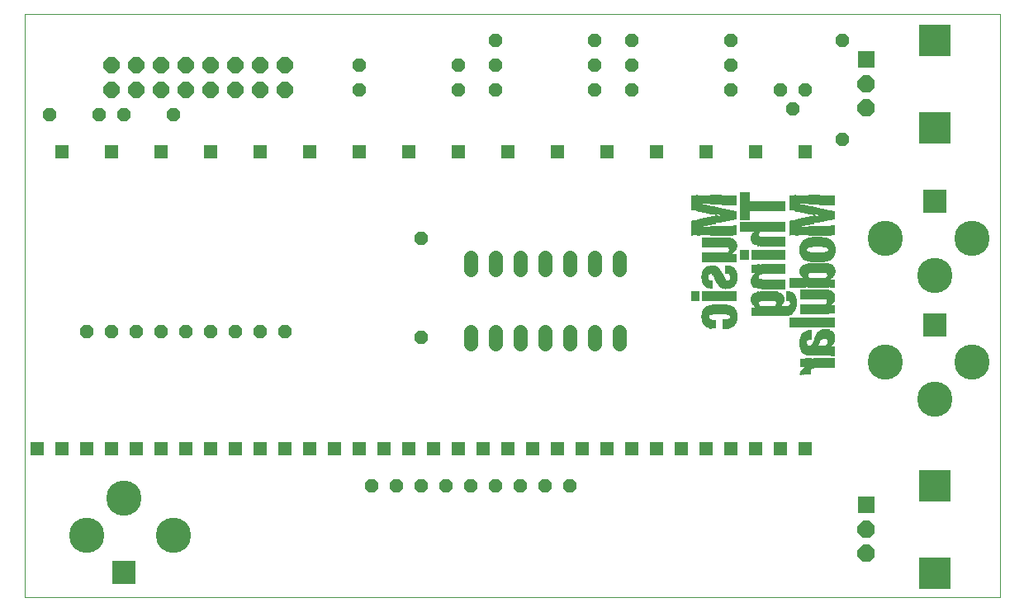
<source format=gbs>
G75*
G70*
%OFA0B0*%
%FSLAX24Y24*%
%IPPOS*%
%LPD*%
%AMOC8*
5,1,8,0,0,1.08239X$1,22.5*
%
%ADD10C,0.0000*%
%ADD11R,0.0006X0.0144*%
%ADD12R,0.0006X0.0096*%
%ADD13R,0.0006X0.0246*%
%ADD14R,0.0006X0.0162*%
%ADD15R,0.0006X0.0312*%
%ADD16R,0.0006X0.0204*%
%ADD17R,0.0006X0.0102*%
%ADD18R,0.0006X0.0108*%
%ADD19R,0.0006X0.0360*%
%ADD20R,0.0006X0.0240*%
%ADD21R,0.0006X0.0174*%
%ADD22R,0.0006X0.0180*%
%ADD23R,0.0006X0.0402*%
%ADD24R,0.0006X0.0270*%
%ADD25R,0.0006X0.0216*%
%ADD26R,0.0006X0.0234*%
%ADD27R,0.0006X0.0438*%
%ADD28R,0.0006X0.0294*%
%ADD29R,0.0006X0.0252*%
%ADD30R,0.0006X0.0396*%
%ADD31R,0.0006X0.0324*%
%ADD32R,0.0006X0.0468*%
%ADD33R,0.0006X0.0318*%
%ADD34R,0.0006X0.0348*%
%ADD35R,0.0006X0.0282*%
%ADD36R,0.0006X0.0354*%
%ADD37R,0.0006X0.0378*%
%ADD38R,0.0006X0.0306*%
%ADD39R,0.0006X0.0498*%
%ADD40R,0.0006X0.0342*%
%ADD41R,0.0006X0.0336*%
%ADD42R,0.0006X0.0390*%
%ADD43R,0.0006X0.0528*%
%ADD44R,0.0006X0.0366*%
%ADD45R,0.0006X0.0330*%
%ADD46R,0.0006X0.0546*%
%ADD47R,0.0006X0.0354*%
%ADD48R,0.0006X0.0384*%
%ADD49R,0.0006X0.0570*%
%ADD50R,0.0006X0.0402*%
%ADD51R,0.0006X0.0372*%
%ADD52R,0.0006X0.0588*%
%ADD53R,0.0006X0.0414*%
%ADD54R,0.0006X0.0426*%
%ADD55R,0.0006X0.0612*%
%ADD56R,0.0006X0.0624*%
%ADD57R,0.0006X0.0420*%
%ADD58R,0.0006X0.0462*%
%ADD59R,0.0006X0.0642*%
%ADD60R,0.0006X0.0456*%
%ADD61R,0.0006X0.0432*%
%ADD62R,0.0006X0.0480*%
%ADD63R,0.0006X0.0660*%
%ADD64R,0.0006X0.0492*%
%ADD65R,0.0006X0.0384*%
%ADD66R,0.0006X0.0672*%
%ADD67R,0.0006X0.0510*%
%ADD68R,0.0006X0.0684*%
%ADD69R,0.0006X0.0522*%
%ADD70R,0.0006X0.0696*%
%ADD71R,0.0006X0.0504*%
%ADD72R,0.0006X0.0534*%
%ADD73R,0.0006X0.0708*%
%ADD74R,0.0006X0.0492*%
%ADD75R,0.0006X0.0720*%
%ADD76R,0.0006X0.0516*%
%ADD77R,0.0006X0.0564*%
%ADD78R,0.0006X0.0732*%
%ADD79R,0.0006X0.0576*%
%ADD80R,0.0006X0.0744*%
%ADD81R,0.0006X0.0540*%
%ADD82R,0.0006X0.0582*%
%ADD83R,0.0006X0.0372*%
%ADD84R,0.0006X0.0756*%
%ADD85R,0.0006X0.0522*%
%ADD86R,0.0006X0.0594*%
%ADD87R,0.0006X0.0768*%
%ADD88R,0.0006X0.0552*%
%ADD89R,0.0006X0.0534*%
%ADD90R,0.0006X0.0606*%
%ADD91R,0.0006X0.0774*%
%ADD92R,0.0006X0.0618*%
%ADD93R,0.0006X0.0780*%
%ADD94R,0.0006X0.0552*%
%ADD95R,0.0006X0.1008*%
%ADD96R,0.0006X0.0792*%
%ADD97R,0.0006X0.0558*%
%ADD98R,0.0006X0.1014*%
%ADD99R,0.0006X0.0798*%
%ADD100R,0.0006X0.0564*%
%ADD101R,0.0006X0.0804*%
%ADD102R,0.0006X0.1020*%
%ADD103R,0.0006X0.0816*%
%ADD104R,0.0006X0.0948*%
%ADD105R,0.0006X0.0582*%
%ADD106R,0.0006X0.1026*%
%ADD107R,0.0006X0.0828*%
%ADD108R,0.0006X0.0954*%
%ADD109R,0.0006X0.0834*%
%ADD110R,0.0006X0.0954*%
%ADD111R,0.0006X0.0840*%
%ADD112R,0.0006X0.0846*%
%ADD113R,0.0006X0.0960*%
%ADD114R,0.0006X0.1032*%
%ADD115R,0.0006X0.0852*%
%ADD116R,0.0006X0.0408*%
%ADD117R,0.0006X0.0858*%
%ADD118R,0.0006X0.1038*%
%ADD119R,0.0006X0.0864*%
%ADD120R,0.0006X0.0966*%
%ADD121R,0.0006X0.0876*%
%ADD122R,0.0006X0.1044*%
%ADD123R,0.0006X0.0972*%
%ADD124R,0.0006X0.0882*%
%ADD125R,0.0006X0.0888*%
%ADD126R,0.0006X0.1050*%
%ADD127R,0.0006X0.0900*%
%ADD128R,0.0006X0.0978*%
%ADD129R,0.0006X0.0432*%
%ADD130R,0.0006X0.0414*%
%ADD131R,0.0006X0.0444*%
%ADD132R,0.0006X0.0474*%
%ADD133R,0.0006X0.0486*%
%ADD134R,0.0006X0.0462*%
%ADD135R,0.0006X0.0450*%
%ADD136R,0.0006X0.0444*%
%ADD137R,0.0006X0.0504*%
%ADD138R,0.0006X0.0474*%
%ADD139R,0.0006X0.0288*%
%ADD140R,0.0006X0.0936*%
%ADD141R,0.0006X0.0294*%
%ADD142R,0.0006X0.0930*%
%ADD143R,0.0006X0.0918*%
%ADD144R,0.0006X0.0912*%
%ADD145R,0.0006X0.0906*%
%ADD146R,0.0006X0.0870*%
%ADD147R,0.0006X0.0852*%
%ADD148R,0.0006X0.0300*%
%ADD149R,0.0006X0.0822*%
%ADD150R,0.0006X0.0810*%
%ADD151R,0.0006X0.0786*%
%ADD152R,0.0006X0.0762*%
%ADD153R,0.0006X0.0750*%
%ADD154R,0.0006X0.0732*%
%ADD155R,0.0006X0.0702*%
%ADD156R,0.0006X0.0672*%
%ADD157R,0.0006X0.0654*%
%ADD158R,0.0006X0.0636*%
%ADD159R,0.0006X0.0312*%
%ADD160R,0.0006X0.0018*%
%ADD161R,0.0006X0.0060*%
%ADD162R,0.0006X0.0894*%
%ADD163R,0.0006X0.0882*%
%ADD164R,0.0006X0.0942*%
%ADD165R,0.0006X0.0942*%
%ADD166R,0.0006X0.0912*%
%ADD167R,0.0006X0.0282*%
%ADD168R,0.0006X0.0276*%
%ADD169R,0.0006X0.0924*%
%ADD170R,0.0006X0.0264*%
%ADD171R,0.0006X0.0258*%
%ADD172R,0.0006X0.0228*%
%ADD173R,0.0006X0.0222*%
%ADD174R,0.0006X0.0210*%
%ADD175R,0.0006X0.0738*%
%ADD176R,0.0006X0.0192*%
%ADD177R,0.0006X0.0186*%
%ADD178R,0.0006X0.0678*%
%ADD179R,0.0006X0.0168*%
%ADD180R,0.0006X0.0666*%
%ADD181R,0.0006X0.0162*%
%ADD182R,0.0006X0.0150*%
%ADD183R,0.0006X0.0132*%
%ADD184R,0.0006X0.0324*%
%ADD185R,0.0006X0.0120*%
%ADD186R,0.0006X0.0090*%
%ADD187R,0.0006X0.0072*%
%ADD188R,0.0006X0.0054*%
%ADD189R,0.0006X0.0024*%
%ADD190R,0.0006X0.0102*%
%ADD191R,0.0006X0.0648*%
%ADD192R,0.0006X0.0642*%
%ADD193R,0.0006X0.0156*%
%ADD194R,0.0006X0.0630*%
%ADD195R,0.0006X0.0690*%
%ADD196R,0.0006X0.0726*%
%ADD197R,0.0006X0.0600*%
%ADD198R,0.0006X0.0924*%
%ADD199R,0.0006X0.0084*%
%ADD200R,0.0006X0.0972*%
%ADD201R,0.0006X0.0252*%
%ADD202R,0.0006X0.0174*%
%ADD203R,0.0006X0.0198*%
%ADD204R,0.0006X0.1116*%
%ADD205R,0.0006X0.0144*%
%ADD206R,0.0006X0.0624*%
%ADD207R,0.0006X0.0684*%
%ADD208R,0.0006X0.0714*%
%ADD209R,0.0006X0.0744*%
%ADD210R,0.0006X0.0804*%
%ADD211R,0.0006X0.0864*%
%ADD212R,0.0006X0.0342*%
%ADD213R,0.0006X0.0612*%
%ADD214R,0.0006X0.0654*%
%ADD215R,0.0006X0.0702*%
%ADD216R,0.0006X0.0594*%
%ADD217R,0.0006X0.0762*%
%ADD218R,0.0555X0.0555*%
%ADD219R,0.0926X0.0926*%
%ADD220C,0.1424*%
%ADD221C,0.0560*%
%ADD222OC8,0.0640*%
%ADD223OC8,0.0560*%
%ADD224R,0.0700X0.0700*%
%ADD225OC8,0.0700*%
%ADD226R,0.1267X0.1267*%
D10*
X000180Y000680D02*
X000180Y024251D01*
X039550Y024251D01*
X039550Y000680D01*
X000180Y000680D01*
D11*
X027540Y013625D03*
X028962Y013637D03*
X031500Y014735D03*
X032922Y014735D03*
X031554Y009755D03*
D12*
X032922Y013853D03*
D13*
X032916Y014738D03*
X028956Y012014D03*
X027546Y012014D03*
X031638Y009806D03*
X031644Y009806D03*
D14*
X032916Y013856D03*
D15*
X032910Y014735D03*
X031512Y014735D03*
X031572Y015845D03*
X031578Y015845D03*
X031584Y015845D03*
X031590Y015845D03*
X031602Y015851D03*
X031608Y015851D03*
X031614Y015851D03*
X031620Y015851D03*
X031632Y015857D03*
X031638Y015857D03*
X031644Y015857D03*
X031650Y015857D03*
X031716Y015875D03*
X031722Y015875D03*
X031728Y015875D03*
X031734Y015875D03*
X031740Y015875D03*
X031746Y015881D03*
X031752Y015881D03*
X031758Y015881D03*
X031764Y015881D03*
X031776Y015887D03*
X031782Y015887D03*
X031788Y015887D03*
X031794Y015887D03*
X031860Y015905D03*
X031866Y015905D03*
X031872Y015905D03*
X031878Y015905D03*
X031884Y015905D03*
X031896Y015911D03*
X031902Y015911D03*
X031908Y015911D03*
X031914Y015911D03*
X031938Y015917D03*
X031944Y015917D03*
X031944Y016325D03*
X031938Y016325D03*
X031932Y016325D03*
X031926Y016325D03*
X031920Y016325D03*
X031896Y016331D03*
X031890Y016331D03*
X031626Y016385D03*
X031596Y016391D03*
X027984Y016325D03*
X027978Y016325D03*
X027972Y016325D03*
X027966Y016325D03*
X027960Y016325D03*
X027936Y016331D03*
X027930Y016331D03*
X027666Y016385D03*
X027636Y016391D03*
X027936Y015911D03*
X027942Y015911D03*
X027948Y015911D03*
X027954Y015911D03*
X027978Y015917D03*
X027984Y015917D03*
X027924Y015905D03*
X027918Y015905D03*
X027912Y015905D03*
X027906Y015905D03*
X027900Y015905D03*
X027834Y015887D03*
X027828Y015887D03*
X027822Y015887D03*
X027816Y015887D03*
X027804Y015881D03*
X027798Y015881D03*
X027792Y015881D03*
X027786Y015881D03*
X027780Y015875D03*
X027774Y015875D03*
X027768Y015875D03*
X027762Y015875D03*
X027756Y015875D03*
X027690Y015857D03*
X027684Y015857D03*
X027678Y015857D03*
X027672Y015857D03*
X027660Y015851D03*
X027654Y015851D03*
X027648Y015851D03*
X027642Y015851D03*
X027630Y015845D03*
X027624Y015845D03*
X027618Y015845D03*
X027612Y015845D03*
X029562Y013457D03*
X027552Y012011D03*
D16*
X031596Y009785D03*
X032910Y013853D03*
D17*
X032910Y012812D03*
X029532Y015176D03*
X028950Y014906D03*
D18*
X032910Y011171D03*
X031536Y009737D03*
D19*
X032874Y011165D03*
X028944Y012011D03*
X027972Y011717D03*
X027558Y012011D03*
X028512Y013331D03*
X028518Y013331D03*
X028662Y013343D03*
X028668Y013349D03*
X028644Y013913D03*
X028632Y013919D03*
X027942Y013913D03*
X027936Y013913D03*
X027816Y013895D03*
X027648Y015491D03*
X027642Y015491D03*
X027636Y015491D03*
X027630Y015491D03*
X027624Y015491D03*
X027618Y015491D03*
X027612Y015491D03*
X027606Y015491D03*
X027600Y015491D03*
X027594Y015491D03*
X027588Y015491D03*
X027582Y015491D03*
X027576Y015491D03*
X027570Y015491D03*
X027564Y015491D03*
X027558Y015491D03*
X027552Y015491D03*
X028830Y016121D03*
X028836Y016121D03*
X028842Y016121D03*
X028848Y016121D03*
X028854Y016121D03*
X027648Y016751D03*
X027642Y016751D03*
X027636Y016751D03*
X027630Y016751D03*
X027624Y016751D03*
X027618Y016751D03*
X027612Y016751D03*
X027606Y016751D03*
X027600Y016751D03*
X027594Y016751D03*
X027588Y016751D03*
X027582Y016751D03*
X027576Y016751D03*
X027570Y016751D03*
X027564Y016751D03*
X027558Y016751D03*
X027552Y016751D03*
X031512Y016751D03*
X031518Y016751D03*
X031524Y016751D03*
X031530Y016751D03*
X031536Y016751D03*
X031542Y016751D03*
X031548Y016751D03*
X031554Y016751D03*
X031560Y016751D03*
X031566Y016751D03*
X031572Y016751D03*
X031578Y016751D03*
X031584Y016751D03*
X031590Y016751D03*
X031596Y016751D03*
X031602Y016751D03*
X031608Y016751D03*
X032790Y016121D03*
X032796Y016121D03*
X032802Y016121D03*
X032808Y016121D03*
X032814Y016121D03*
X031608Y015491D03*
X031602Y015491D03*
X031596Y015491D03*
X031590Y015491D03*
X031584Y015491D03*
X031578Y015491D03*
X031572Y015491D03*
X031566Y015491D03*
X031560Y015491D03*
X031554Y015491D03*
X031548Y015491D03*
X031542Y015491D03*
X031536Y015491D03*
X031530Y015491D03*
X031524Y015491D03*
X031518Y015491D03*
X031512Y015491D03*
X031518Y014735D03*
X031554Y013853D03*
X032904Y014735D03*
D20*
X032904Y013853D03*
X031506Y014735D03*
X028956Y013631D03*
X031632Y009803D03*
D21*
X032904Y012812D03*
X029538Y013454D03*
D22*
X032904Y011171D03*
X031578Y009773D03*
D23*
X031938Y010664D03*
X031944Y010664D03*
X032460Y010664D03*
X032466Y010664D03*
X032472Y010664D03*
X032478Y010664D03*
X032484Y010664D03*
X032490Y010664D03*
X032496Y010664D03*
X032580Y011318D03*
X031806Y011264D03*
X032580Y012908D03*
X032550Y013988D03*
X032544Y013988D03*
X032898Y014738D03*
X029916Y013934D03*
X029910Y013934D03*
X029856Y013358D03*
X028938Y012014D03*
X027564Y012014D03*
X027786Y013388D03*
X028890Y014894D03*
D24*
X032898Y013856D03*
X032892Y011168D03*
X031674Y009818D03*
X031668Y009818D03*
D25*
X031608Y009791D03*
X032898Y012809D03*
X029544Y013457D03*
X028938Y014903D03*
X029544Y015179D03*
D26*
X027546Y013622D03*
X032898Y011168D03*
X031626Y009800D03*
D27*
X031956Y010118D03*
X032580Y010682D03*
X032850Y011162D03*
X032298Y011234D03*
X031782Y010694D03*
X032580Y012350D03*
X032832Y012800D03*
X032604Y012890D03*
X032592Y013418D03*
X032844Y013856D03*
X031836Y013952D03*
X031842Y013418D03*
X031110Y012818D03*
X031338Y012584D03*
X030552Y012818D03*
X030540Y012278D03*
X029856Y012278D03*
X029610Y012716D03*
X029832Y013376D03*
X029604Y013466D03*
X029856Y013916D03*
X028620Y014444D03*
X028872Y014894D03*
X028644Y014984D03*
X029832Y015098D03*
X029856Y015638D03*
X032892Y014738D03*
X028932Y012014D03*
X028452Y013376D03*
D28*
X028212Y015956D03*
X028206Y015956D03*
X028200Y015956D03*
X028194Y015956D03*
X028188Y015956D03*
X028188Y016286D03*
X028194Y016286D03*
X028200Y016286D03*
X028206Y016286D03*
X032148Y016286D03*
X032154Y016286D03*
X032160Y016286D03*
X032166Y016286D03*
X032166Y015956D03*
X032172Y015956D03*
X032160Y015956D03*
X032154Y015956D03*
X032148Y015956D03*
X032892Y013856D03*
D29*
X032892Y012809D03*
X031524Y013853D03*
X029550Y012719D03*
X028932Y014903D03*
X031650Y009809D03*
D30*
X032028Y010139D03*
X032034Y010139D03*
X032040Y010139D03*
X032046Y010139D03*
X031932Y010661D03*
X031926Y010661D03*
X031920Y010661D03*
X031830Y010667D03*
X031824Y010667D03*
X032244Y010661D03*
X032250Y010661D03*
X032256Y010661D03*
X032262Y010661D03*
X032268Y010661D03*
X032274Y010661D03*
X032280Y010661D03*
X032286Y010661D03*
X032292Y010661D03*
X032298Y010661D03*
X032304Y010661D03*
X032310Y010661D03*
X032316Y010661D03*
X032322Y010661D03*
X032328Y010661D03*
X032334Y010661D03*
X032340Y010661D03*
X032346Y010661D03*
X032352Y010661D03*
X032358Y010661D03*
X032364Y010661D03*
X032370Y010661D03*
X032376Y010661D03*
X032382Y010661D03*
X032388Y010661D03*
X032394Y010661D03*
X032400Y010661D03*
X032406Y010661D03*
X032412Y010661D03*
X032418Y010661D03*
X032424Y010661D03*
X032430Y010661D03*
X032436Y010661D03*
X032442Y010661D03*
X032448Y010661D03*
X032454Y010661D03*
X032886Y010613D03*
X032574Y011321D03*
X032568Y011321D03*
X032352Y011285D03*
X032346Y011279D03*
X031818Y011273D03*
X031092Y012293D03*
X030792Y012713D03*
X030504Y012845D03*
X030498Y012845D03*
X030486Y012851D03*
X030480Y012851D03*
X030474Y012851D03*
X029892Y012845D03*
X029886Y012845D03*
X029880Y012839D03*
X029592Y012713D03*
X029916Y012257D03*
X029922Y012257D03*
X029928Y012257D03*
X029934Y012257D03*
X030462Y012257D03*
X030468Y012257D03*
X030474Y012257D03*
X030480Y012257D03*
X031086Y012845D03*
X031890Y013397D03*
X031896Y013397D03*
X031566Y013853D03*
X031884Y013979D03*
X031890Y013979D03*
X031896Y013979D03*
X031908Y013985D03*
X031914Y013985D03*
X031800Y014477D03*
X031524Y014735D03*
X031800Y014993D03*
X032616Y014999D03*
X032622Y014993D03*
X032778Y015509D03*
X032784Y015509D03*
X032790Y015509D03*
X032796Y015509D03*
X032802Y015509D03*
X032808Y015509D03*
X032814Y015509D03*
X032820Y015509D03*
X032826Y015509D03*
X032832Y015509D03*
X032838Y015509D03*
X032844Y015509D03*
X032850Y015509D03*
X032856Y015509D03*
X032862Y015509D03*
X032868Y015509D03*
X032874Y015509D03*
X032880Y015509D03*
X032886Y015509D03*
X032724Y016121D03*
X032718Y016121D03*
X032712Y016121D03*
X032706Y016121D03*
X032778Y016733D03*
X032784Y016733D03*
X032790Y016733D03*
X032796Y016733D03*
X032802Y016733D03*
X032808Y016733D03*
X032814Y016733D03*
X032820Y016733D03*
X032826Y016733D03*
X032832Y016733D03*
X032838Y016733D03*
X032844Y016733D03*
X032850Y016733D03*
X032856Y016733D03*
X032862Y016733D03*
X032868Y016733D03*
X032874Y016733D03*
X032880Y016733D03*
X032886Y016733D03*
X029934Y015659D03*
X029928Y015659D03*
X029922Y015659D03*
X029868Y015077D03*
X029862Y015077D03*
X029880Y015071D03*
X028926Y015509D03*
X028920Y015509D03*
X028914Y015509D03*
X028908Y015509D03*
X028902Y015509D03*
X028896Y015509D03*
X028890Y015509D03*
X028884Y015509D03*
X028878Y015509D03*
X028872Y015509D03*
X028866Y015509D03*
X028860Y015509D03*
X028854Y015509D03*
X028848Y015509D03*
X028842Y015509D03*
X028836Y015509D03*
X028830Y015509D03*
X028824Y015509D03*
X028818Y015509D03*
X028614Y015005D03*
X028596Y015011D03*
X028554Y014423D03*
X028548Y014423D03*
X028542Y014423D03*
X027984Y013895D03*
X027792Y013871D03*
X028482Y013349D03*
X028692Y013373D03*
X028938Y013631D03*
X029586Y013463D03*
X029862Y013355D03*
X029868Y013355D03*
X029880Y013349D03*
X029922Y013937D03*
X029928Y013937D03*
X029934Y013937D03*
X028668Y012269D03*
X028668Y011753D03*
X028662Y011747D03*
X032502Y012329D03*
X032508Y012329D03*
X032514Y012329D03*
X032574Y012911D03*
X032556Y012917D03*
X032538Y013397D03*
X032532Y013397D03*
X032526Y013397D03*
X032520Y013397D03*
X032520Y013991D03*
X032526Y013991D03*
X032532Y013991D03*
X032538Y013991D03*
X032514Y013991D03*
X028764Y016121D03*
X028758Y016121D03*
X028752Y016121D03*
X028746Y016121D03*
X028818Y016733D03*
X028824Y016733D03*
X028830Y016733D03*
X028836Y016733D03*
X028842Y016733D03*
X028848Y016733D03*
X028854Y016733D03*
X028860Y016733D03*
X028866Y016733D03*
X028872Y016733D03*
X028878Y016733D03*
X028884Y016733D03*
X028890Y016733D03*
X028896Y016733D03*
X028902Y016733D03*
X028908Y016733D03*
X028914Y016733D03*
X028920Y016733D03*
X028926Y016733D03*
D31*
X028926Y016121D03*
X028920Y016121D03*
X032880Y016121D03*
X032886Y016121D03*
D32*
X032550Y016121D03*
X032544Y016121D03*
X032538Y016121D03*
X032532Y016121D03*
X032526Y016121D03*
X032886Y014735D03*
X031536Y014735D03*
X031602Y013853D03*
X032832Y013853D03*
X032820Y012797D03*
X032598Y012365D03*
X032628Y011279D03*
X032610Y010697D03*
X032004Y010697D03*
X031938Y010103D03*
X028926Y012011D03*
X029844Y012293D03*
X029622Y012713D03*
X028926Y013631D03*
X029838Y013901D03*
X028638Y014459D03*
X028860Y014891D03*
X029622Y015185D03*
X029838Y015623D03*
X028590Y016121D03*
X028584Y016121D03*
X028578Y016121D03*
X028572Y016121D03*
X028566Y016121D03*
X028038Y013847D03*
X027576Y012011D03*
D33*
X032886Y013856D03*
X031770Y015884D03*
X031860Y016334D03*
X031866Y016334D03*
X031872Y016334D03*
X031878Y016334D03*
X031884Y016334D03*
X031902Y016328D03*
X031908Y016328D03*
X031914Y016328D03*
X031854Y016340D03*
X031848Y016340D03*
X031842Y016340D03*
X031836Y016340D03*
X031830Y016340D03*
X031824Y016346D03*
X031818Y016346D03*
X031812Y016346D03*
X031806Y016346D03*
X031800Y016346D03*
X031794Y016352D03*
X031788Y016352D03*
X031782Y016352D03*
X031776Y016352D03*
X031770Y016358D03*
X031764Y016358D03*
X031758Y016358D03*
X031752Y016358D03*
X031746Y016358D03*
X031740Y016364D03*
X031734Y016364D03*
X031728Y016364D03*
X031722Y016364D03*
X031716Y016364D03*
X031710Y016370D03*
X031704Y016370D03*
X031698Y016370D03*
X031692Y016370D03*
X031686Y016370D03*
X031680Y016376D03*
X031674Y016376D03*
X031668Y016376D03*
X031662Y016376D03*
X031650Y016382D03*
X031644Y016382D03*
X031638Y016382D03*
X031632Y016382D03*
X031620Y016388D03*
X031614Y016388D03*
X031608Y016388D03*
X031602Y016388D03*
X031590Y016394D03*
X031584Y016394D03*
X031578Y016394D03*
X031572Y016394D03*
X031566Y016400D03*
X031560Y016400D03*
X031554Y016400D03*
X031548Y016400D03*
X031536Y016406D03*
X031530Y016406D03*
X031524Y016406D03*
X031518Y016406D03*
X027954Y016328D03*
X027948Y016328D03*
X027942Y016328D03*
X027924Y016334D03*
X027918Y016334D03*
X027912Y016334D03*
X027906Y016334D03*
X027900Y016334D03*
X027894Y016340D03*
X027888Y016340D03*
X027882Y016340D03*
X027876Y016340D03*
X027870Y016340D03*
X027864Y016346D03*
X027858Y016346D03*
X027852Y016346D03*
X027846Y016346D03*
X027840Y016346D03*
X027834Y016352D03*
X027828Y016352D03*
X027822Y016352D03*
X027816Y016352D03*
X027810Y016358D03*
X027804Y016358D03*
X027798Y016358D03*
X027792Y016358D03*
X027786Y016358D03*
X027780Y016364D03*
X027774Y016364D03*
X027768Y016364D03*
X027762Y016364D03*
X027756Y016364D03*
X027750Y016370D03*
X027744Y016370D03*
X027738Y016370D03*
X027732Y016370D03*
X027726Y016370D03*
X027720Y016376D03*
X027714Y016376D03*
X027708Y016376D03*
X027702Y016376D03*
X027690Y016382D03*
X027684Y016382D03*
X027678Y016382D03*
X027672Y016382D03*
X027660Y016388D03*
X027654Y016388D03*
X027648Y016388D03*
X027642Y016388D03*
X027630Y016394D03*
X027624Y016394D03*
X027618Y016394D03*
X027612Y016394D03*
X027606Y016400D03*
X027600Y016400D03*
X027594Y016400D03*
X027588Y016400D03*
X027576Y016406D03*
X027570Y016406D03*
X027564Y016406D03*
X027558Y016406D03*
X027810Y015884D03*
D34*
X028860Y016121D03*
X028866Y016121D03*
X028872Y016121D03*
X028878Y016121D03*
X028884Y016121D03*
X028590Y013931D03*
X028584Y013931D03*
X028578Y013931D03*
X028572Y013931D03*
X028596Y013925D03*
X028602Y013925D03*
X028608Y013925D03*
X027912Y013919D03*
X027906Y013919D03*
X027900Y013919D03*
X027894Y013919D03*
X027888Y013919D03*
X027864Y013913D03*
X027858Y013913D03*
X027852Y013913D03*
X027846Y013907D03*
X027840Y013907D03*
X027558Y013625D03*
X027816Y013355D03*
X027828Y013349D03*
X028536Y013325D03*
X028542Y013325D03*
X028548Y013325D03*
X028632Y013331D03*
X028644Y013337D03*
X028650Y013337D03*
X031548Y013853D03*
X032742Y013373D03*
X032748Y013373D03*
X032754Y013373D03*
X032760Y013373D03*
X032766Y013373D03*
X032772Y013373D03*
X032778Y013373D03*
X032784Y013373D03*
X032790Y013373D03*
X032796Y013373D03*
X032802Y013373D03*
X032808Y013373D03*
X032814Y013373D03*
X032820Y013373D03*
X032826Y013373D03*
X032832Y013373D03*
X032838Y013373D03*
X032844Y013373D03*
X032850Y013373D03*
X032856Y013373D03*
X032862Y013373D03*
X032868Y013373D03*
X032874Y013373D03*
X032880Y013373D03*
X032886Y013373D03*
X031512Y010967D03*
X031536Y010163D03*
X031542Y010163D03*
X031548Y010163D03*
X031554Y010163D03*
X031560Y010163D03*
X031566Y010163D03*
X031572Y010163D03*
X031578Y010163D03*
X031584Y010163D03*
X031590Y010163D03*
X031596Y010163D03*
X031602Y010163D03*
X031608Y010163D03*
X031614Y010163D03*
X031620Y010163D03*
X031626Y010163D03*
X031632Y010163D03*
X031638Y010163D03*
X031644Y010163D03*
X031650Y010163D03*
X031656Y010163D03*
X031662Y010163D03*
X031668Y010163D03*
X031674Y010163D03*
X031680Y010163D03*
X031686Y010163D03*
X031692Y010163D03*
X031698Y010163D03*
X031704Y010163D03*
X031710Y010163D03*
X031716Y010163D03*
X032820Y016121D03*
X032826Y016121D03*
X032832Y016121D03*
X032838Y016121D03*
X032844Y016121D03*
D35*
X028926Y014900D03*
X029556Y012716D03*
X030828Y012716D03*
X032886Y012806D03*
D36*
X032886Y012308D03*
X032880Y012308D03*
X032874Y012308D03*
X032868Y012308D03*
X032862Y012308D03*
X032856Y012308D03*
X032850Y012308D03*
X032844Y012308D03*
X032838Y012308D03*
X032832Y012308D03*
X032826Y012308D03*
X032820Y012308D03*
X032814Y012308D03*
X032808Y012308D03*
X032802Y012308D03*
X032796Y012308D03*
X032790Y012308D03*
X032784Y012308D03*
X032778Y012308D03*
X032772Y012308D03*
X032766Y012308D03*
X032760Y012308D03*
X032754Y012308D03*
X032748Y012308D03*
X032742Y012308D03*
X032736Y012308D03*
X032730Y012308D03*
X029706Y013958D03*
X029700Y013958D03*
X029694Y013958D03*
X029688Y013958D03*
X029682Y013958D03*
X029676Y013958D03*
X029670Y013958D03*
X029664Y013958D03*
X029658Y013958D03*
X029652Y013958D03*
X029646Y013958D03*
X029640Y013958D03*
X029634Y013958D03*
X029628Y013958D03*
X029622Y013958D03*
X029616Y013958D03*
X029610Y013958D03*
X029604Y013958D03*
X029598Y013958D03*
X029592Y013958D03*
X029586Y013958D03*
X029580Y013958D03*
X029574Y013958D03*
X029568Y013958D03*
X029562Y013958D03*
X029556Y013958D03*
X028926Y014402D03*
X028920Y014402D03*
X028914Y014402D03*
X028908Y014402D03*
X028902Y014402D03*
X028896Y014402D03*
X028890Y014402D03*
X028884Y014402D03*
X028878Y014402D03*
X028872Y014402D03*
X028866Y014402D03*
X028860Y014402D03*
X028854Y014402D03*
X028848Y014402D03*
X028842Y014402D03*
X028836Y014402D03*
X028830Y014402D03*
X028824Y014402D03*
X028818Y014402D03*
X028812Y014402D03*
X028806Y014402D03*
X028800Y014402D03*
X028794Y014402D03*
X028788Y014402D03*
X028782Y014402D03*
X028776Y014402D03*
X028770Y014402D03*
X028626Y013922D03*
X028620Y013922D03*
X028614Y013922D03*
X028944Y013634D03*
X028656Y013340D03*
X028530Y013328D03*
X028524Y013328D03*
X027822Y013352D03*
X027810Y013358D03*
X027822Y013898D03*
X027828Y013904D03*
X027834Y013904D03*
X028908Y014900D03*
X029574Y015182D03*
X029574Y013460D03*
D37*
X029970Y013340D03*
X029976Y013340D03*
X029982Y013340D03*
X029988Y013340D03*
X029994Y013340D03*
X030000Y013340D03*
X030006Y013340D03*
X030012Y013340D03*
X030018Y013340D03*
X030024Y013340D03*
X030030Y013340D03*
X030036Y013340D03*
X030042Y013340D03*
X030048Y013340D03*
X030054Y013340D03*
X030060Y013340D03*
X030066Y013340D03*
X030072Y013340D03*
X030078Y013340D03*
X030084Y013340D03*
X030090Y013340D03*
X030096Y013340D03*
X030102Y013340D03*
X030108Y013340D03*
X030114Y013340D03*
X030120Y013340D03*
X030126Y013340D03*
X030132Y013340D03*
X030138Y013340D03*
X030144Y013340D03*
X030150Y013340D03*
X030156Y013340D03*
X030162Y013340D03*
X030168Y013340D03*
X030174Y013340D03*
X030180Y013340D03*
X030186Y013340D03*
X030192Y013340D03*
X030198Y013340D03*
X030204Y013340D03*
X030210Y013340D03*
X030216Y013340D03*
X030222Y013340D03*
X030228Y013340D03*
X030234Y013340D03*
X030240Y013340D03*
X030246Y013340D03*
X030252Y013340D03*
X030258Y013340D03*
X030264Y013340D03*
X030270Y013340D03*
X030276Y013340D03*
X030282Y013340D03*
X030288Y013340D03*
X030294Y013340D03*
X030300Y013340D03*
X030306Y013340D03*
X030312Y013340D03*
X030318Y013340D03*
X030324Y013340D03*
X030330Y013340D03*
X030336Y013340D03*
X030342Y013340D03*
X030348Y013340D03*
X030354Y013340D03*
X030360Y013340D03*
X030366Y013340D03*
X030372Y013340D03*
X030378Y013340D03*
X030384Y013340D03*
X030390Y013340D03*
X030396Y013340D03*
X030402Y013340D03*
X030408Y013340D03*
X030414Y013340D03*
X030420Y013340D03*
X030426Y013340D03*
X030432Y013340D03*
X030438Y013340D03*
X030444Y013340D03*
X030450Y013340D03*
X030456Y013340D03*
X030462Y013340D03*
X030468Y013340D03*
X030474Y013340D03*
X030480Y013340D03*
X030486Y013340D03*
X030492Y013340D03*
X030498Y013340D03*
X030504Y013340D03*
X030510Y013340D03*
X030516Y013340D03*
X030522Y013340D03*
X030528Y013340D03*
X030534Y013340D03*
X030540Y013340D03*
X030546Y013340D03*
X030552Y013340D03*
X030558Y013340D03*
X030564Y013340D03*
X030570Y013340D03*
X030576Y013340D03*
X030582Y013340D03*
X030588Y013340D03*
X030594Y013340D03*
X030600Y013340D03*
X030606Y013340D03*
X030612Y013340D03*
X030618Y013340D03*
X030624Y013340D03*
X030630Y013340D03*
X030636Y013340D03*
X030642Y013340D03*
X030648Y013340D03*
X030654Y013340D03*
X030660Y013340D03*
X030666Y013340D03*
X030672Y013340D03*
X030678Y013340D03*
X030684Y013340D03*
X030690Y013340D03*
X030696Y013340D03*
X030702Y013340D03*
X030708Y013340D03*
X030714Y013340D03*
X030720Y013340D03*
X030726Y013340D03*
X030732Y013340D03*
X030738Y013340D03*
X030744Y013340D03*
X030750Y013340D03*
X030756Y013340D03*
X030762Y013340D03*
X030768Y013340D03*
X030774Y013340D03*
X030780Y013340D03*
X030786Y013340D03*
X030792Y013340D03*
X030798Y013340D03*
X030804Y013340D03*
X030810Y013340D03*
X030816Y013340D03*
X030822Y013340D03*
X030828Y013340D03*
X030834Y013340D03*
X030840Y013340D03*
X030846Y013340D03*
X030852Y013340D03*
X030858Y013340D03*
X030864Y013340D03*
X030870Y013340D03*
X030876Y013340D03*
X030882Y013340D03*
X030888Y013340D03*
X030894Y013340D03*
X030900Y013340D03*
X030906Y013340D03*
X031086Y013388D03*
X031092Y013388D03*
X031098Y013388D03*
X031104Y013388D03*
X031110Y013388D03*
X031116Y013388D03*
X031122Y013388D03*
X031128Y013388D03*
X031134Y013388D03*
X031140Y013388D03*
X031146Y013388D03*
X031152Y013388D03*
X031158Y013388D03*
X031164Y013388D03*
X031170Y013388D03*
X031176Y013388D03*
X031182Y013388D03*
X031188Y013388D03*
X031194Y013388D03*
X031200Y013388D03*
X031206Y013388D03*
X031212Y013388D03*
X031218Y013388D03*
X031224Y013388D03*
X031230Y013388D03*
X031236Y013388D03*
X031242Y013388D03*
X031248Y013388D03*
X031254Y013388D03*
X031260Y013388D03*
X031266Y013388D03*
X031272Y013388D03*
X031278Y013388D03*
X031284Y013388D03*
X031290Y013388D03*
X031296Y013388D03*
X031302Y013388D03*
X031308Y013388D03*
X031314Y013388D03*
X031320Y013388D03*
X031326Y013388D03*
X031332Y013388D03*
X031338Y013388D03*
X031344Y013388D03*
X031350Y013388D03*
X031356Y013388D03*
X031362Y013388D03*
X031368Y013388D03*
X031374Y013388D03*
X031380Y013388D03*
X031386Y013388D03*
X031392Y013388D03*
X031398Y013388D03*
X031404Y013388D03*
X031410Y013388D03*
X031416Y013388D03*
X031422Y013388D03*
X031428Y013388D03*
X031434Y013388D03*
X031440Y013388D03*
X031446Y013388D03*
X031452Y013388D03*
X031458Y013388D03*
X031464Y013388D03*
X031470Y013388D03*
X031476Y013388D03*
X031482Y013388D03*
X031488Y013388D03*
X031494Y013388D03*
X031500Y013388D03*
X031506Y013388D03*
X031512Y013388D03*
X031518Y013388D03*
X031524Y013388D03*
X031530Y013388D03*
X031536Y013388D03*
X031542Y013388D03*
X031548Y013388D03*
X031554Y013388D03*
X031560Y013388D03*
X031566Y013388D03*
X031572Y013388D03*
X031578Y013388D03*
X031584Y013388D03*
X031590Y013388D03*
X031596Y013388D03*
X031602Y013388D03*
X031608Y013388D03*
X031614Y013388D03*
X031620Y013388D03*
X031626Y013388D03*
X031632Y013388D03*
X031638Y013388D03*
X031644Y013388D03*
X031650Y013388D03*
X031956Y013388D03*
X031962Y013388D03*
X031968Y013388D03*
X031974Y013388D03*
X031980Y013388D03*
X031986Y013388D03*
X031992Y013388D03*
X032364Y013388D03*
X032370Y013388D03*
X032376Y013388D03*
X032382Y013388D03*
X032388Y013388D03*
X032394Y013388D03*
X032400Y013388D03*
X032406Y013388D03*
X032412Y013388D03*
X032418Y013388D03*
X032424Y013388D03*
X032430Y013388D03*
X032436Y013388D03*
X032442Y013388D03*
X032442Y012926D03*
X032448Y012926D03*
X032454Y012926D03*
X032460Y012926D03*
X032466Y012926D03*
X032472Y012926D03*
X032436Y012926D03*
X032430Y012926D03*
X032424Y012926D03*
X032418Y012926D03*
X032412Y012926D03*
X032406Y012926D03*
X032400Y012926D03*
X032394Y012926D03*
X032388Y012926D03*
X032382Y012926D03*
X032376Y012926D03*
X032370Y012926D03*
X032364Y012926D03*
X032358Y012926D03*
X032352Y012926D03*
X032346Y012926D03*
X032340Y012926D03*
X032334Y012926D03*
X032328Y012926D03*
X032322Y012926D03*
X032316Y012926D03*
X032310Y012926D03*
X032304Y012926D03*
X032298Y012926D03*
X032292Y012926D03*
X032286Y012926D03*
X032280Y012926D03*
X032274Y012926D03*
X032268Y012926D03*
X032262Y012926D03*
X032256Y012926D03*
X032250Y012926D03*
X032244Y012926D03*
X032238Y012926D03*
X032232Y012926D03*
X032226Y012926D03*
X032220Y012926D03*
X032214Y012926D03*
X032208Y012926D03*
X032202Y012926D03*
X032196Y012926D03*
X032190Y012926D03*
X032184Y012926D03*
X032178Y012926D03*
X032172Y012926D03*
X032166Y012926D03*
X032160Y012926D03*
X032154Y012926D03*
X032148Y012926D03*
X032142Y012926D03*
X032136Y012926D03*
X032130Y012926D03*
X032124Y012926D03*
X032118Y012926D03*
X032112Y012926D03*
X032106Y012926D03*
X032100Y012926D03*
X032094Y012926D03*
X032088Y012926D03*
X032082Y012926D03*
X032076Y012926D03*
X032070Y012926D03*
X032064Y012926D03*
X032058Y012926D03*
X032052Y012926D03*
X032046Y012926D03*
X032040Y012926D03*
X032034Y012926D03*
X032028Y012926D03*
X032022Y012926D03*
X032016Y012926D03*
X032010Y012926D03*
X032004Y012926D03*
X031998Y012926D03*
X031992Y012926D03*
X031986Y012926D03*
X031980Y012926D03*
X031974Y012926D03*
X031968Y012926D03*
X031962Y012926D03*
X031956Y012926D03*
X031950Y012926D03*
X031944Y012926D03*
X031938Y012926D03*
X031932Y012926D03*
X031926Y012926D03*
X031920Y012926D03*
X031914Y012926D03*
X031908Y012926D03*
X031902Y012926D03*
X031896Y012926D03*
X031890Y012926D03*
X031884Y012926D03*
X031878Y012926D03*
X031872Y012926D03*
X031866Y012926D03*
X031860Y012926D03*
X031854Y012926D03*
X031848Y012926D03*
X031842Y012926D03*
X031836Y012926D03*
X031830Y012926D03*
X031824Y012926D03*
X031818Y012926D03*
X031812Y012926D03*
X031806Y012926D03*
X031800Y012926D03*
X031794Y012926D03*
X031788Y012926D03*
X031782Y012926D03*
X031776Y012926D03*
X031770Y012926D03*
X031764Y012926D03*
X031758Y012926D03*
X031752Y012926D03*
X031746Y012926D03*
X031740Y012926D03*
X031734Y012926D03*
X031728Y012926D03*
X031722Y012926D03*
X031716Y012926D03*
X031710Y012926D03*
X031704Y012926D03*
X031698Y012926D03*
X031692Y012926D03*
X031686Y012926D03*
X031680Y012926D03*
X031674Y012926D03*
X031668Y012926D03*
X031662Y012926D03*
X031656Y012926D03*
X031650Y012926D03*
X031644Y012926D03*
X031638Y012926D03*
X031632Y012926D03*
X031626Y012926D03*
X031620Y012926D03*
X031614Y012926D03*
X031608Y012926D03*
X031602Y012926D03*
X031596Y012926D03*
X031590Y012926D03*
X031584Y012926D03*
X031578Y012926D03*
X031572Y012926D03*
X031566Y012926D03*
X031560Y012926D03*
X031554Y012926D03*
X031548Y012926D03*
X031542Y012926D03*
X031536Y012926D03*
X031056Y012860D03*
X031050Y012860D03*
X031044Y012860D03*
X031026Y012866D03*
X031020Y012866D03*
X031056Y012272D03*
X031062Y012272D03*
X031044Y012266D03*
X031038Y012266D03*
X031014Y012260D03*
X030972Y012254D03*
X030894Y012248D03*
X030888Y012248D03*
X030882Y012248D03*
X030876Y012248D03*
X030870Y012248D03*
X030864Y012248D03*
X030858Y012248D03*
X030852Y012248D03*
X030846Y012248D03*
X030840Y012248D03*
X030834Y012248D03*
X030828Y012248D03*
X030822Y012248D03*
X030816Y012248D03*
X030810Y012248D03*
X030804Y012248D03*
X030798Y012248D03*
X030792Y012248D03*
X030786Y012248D03*
X030780Y012248D03*
X030774Y012248D03*
X030768Y012248D03*
X030762Y012248D03*
X030756Y012248D03*
X030750Y012248D03*
X030744Y012248D03*
X030738Y012248D03*
X030348Y012248D03*
X030342Y012248D03*
X030336Y012248D03*
X030330Y012248D03*
X030324Y012248D03*
X030318Y012248D03*
X030312Y012248D03*
X030306Y012248D03*
X030300Y012248D03*
X030294Y012248D03*
X030288Y012248D03*
X030282Y012248D03*
X030276Y012248D03*
X030270Y012248D03*
X030264Y012248D03*
X030258Y012248D03*
X030252Y012248D03*
X030246Y012248D03*
X030240Y012248D03*
X030234Y012248D03*
X030228Y012248D03*
X030222Y012248D03*
X030216Y012248D03*
X030210Y012248D03*
X030204Y012248D03*
X030198Y012248D03*
X030192Y012248D03*
X030186Y012248D03*
X030180Y012248D03*
X030174Y012248D03*
X030168Y012248D03*
X030162Y012248D03*
X030156Y012248D03*
X030150Y012248D03*
X030144Y012248D03*
X030138Y012248D03*
X030132Y012248D03*
X030126Y012248D03*
X030120Y012248D03*
X030114Y012248D03*
X030108Y012248D03*
X030102Y012248D03*
X030096Y012248D03*
X030090Y012248D03*
X030084Y012248D03*
X030078Y012248D03*
X030072Y012248D03*
X030066Y012248D03*
X030060Y012248D03*
X030054Y012248D03*
X030048Y012248D03*
X029946Y012854D03*
X029940Y012854D03*
X029934Y012854D03*
X029928Y012854D03*
X029958Y012860D03*
X029964Y012860D03*
X029970Y012860D03*
X029976Y012860D03*
X029982Y012860D03*
X029988Y012860D03*
X030072Y012866D03*
X030078Y012866D03*
X030084Y012866D03*
X030090Y012866D03*
X030096Y012866D03*
X030102Y012866D03*
X030108Y012866D03*
X030114Y012866D03*
X030120Y012866D03*
X030126Y012866D03*
X030132Y012866D03*
X030138Y012866D03*
X030144Y012866D03*
X030150Y012866D03*
X030156Y012866D03*
X030162Y012866D03*
X030168Y012866D03*
X030174Y012866D03*
X030180Y012866D03*
X030186Y012866D03*
X030192Y012866D03*
X030198Y012866D03*
X030204Y012866D03*
X030210Y012866D03*
X030216Y012866D03*
X030222Y012866D03*
X030228Y012866D03*
X030234Y012866D03*
X030240Y012866D03*
X030246Y012866D03*
X030252Y012866D03*
X030258Y012866D03*
X030264Y012866D03*
X030270Y012866D03*
X030276Y012866D03*
X030282Y012866D03*
X030288Y012866D03*
X030294Y012866D03*
X030300Y012866D03*
X030306Y012866D03*
X030312Y012866D03*
X029586Y012716D03*
X028926Y012854D03*
X028920Y012854D03*
X028914Y012854D03*
X028908Y012854D03*
X028902Y012854D03*
X028896Y012854D03*
X028890Y012854D03*
X028884Y012854D03*
X028878Y012854D03*
X028872Y012854D03*
X028866Y012854D03*
X028860Y012854D03*
X028854Y012854D03*
X028848Y012854D03*
X028842Y012854D03*
X028836Y012854D03*
X028830Y012854D03*
X028824Y012854D03*
X028818Y012854D03*
X028812Y012854D03*
X028806Y012854D03*
X028800Y012854D03*
X028794Y012854D03*
X028788Y012854D03*
X028782Y012854D03*
X028776Y012854D03*
X028770Y012854D03*
X028764Y012854D03*
X028758Y012854D03*
X028752Y012854D03*
X028746Y012854D03*
X028740Y012854D03*
X028734Y012854D03*
X028728Y012854D03*
X028722Y012854D03*
X028716Y012854D03*
X028710Y012854D03*
X028704Y012854D03*
X028698Y012854D03*
X028692Y012854D03*
X028686Y012854D03*
X028680Y012854D03*
X028674Y012854D03*
X028668Y012854D03*
X028662Y012854D03*
X028656Y012854D03*
X028650Y012854D03*
X028644Y012854D03*
X028638Y012854D03*
X028632Y012854D03*
X028626Y012854D03*
X028620Y012854D03*
X028614Y012854D03*
X028608Y012854D03*
X028602Y012854D03*
X028596Y012854D03*
X028590Y012854D03*
X028584Y012854D03*
X028578Y012854D03*
X028572Y012854D03*
X028566Y012854D03*
X028560Y012854D03*
X028554Y012854D03*
X028548Y012854D03*
X028542Y012854D03*
X028536Y012854D03*
X028530Y012854D03*
X028524Y012854D03*
X028518Y012854D03*
X028512Y012854D03*
X028506Y012854D03*
X028500Y012854D03*
X028494Y012854D03*
X028488Y012854D03*
X028482Y012854D03*
X028476Y012854D03*
X028470Y012854D03*
X028464Y012854D03*
X028458Y012854D03*
X028452Y012854D03*
X028446Y012854D03*
X028440Y012854D03*
X028434Y012854D03*
X028428Y012854D03*
X028422Y012854D03*
X028416Y012854D03*
X028410Y012854D03*
X028404Y012854D03*
X028398Y012854D03*
X028392Y012854D03*
X028386Y012854D03*
X028380Y012854D03*
X028374Y012854D03*
X028368Y012854D03*
X028362Y012854D03*
X028356Y012854D03*
X028350Y012854D03*
X028344Y012854D03*
X028338Y012854D03*
X028332Y012854D03*
X028326Y012854D03*
X028320Y012854D03*
X028314Y012854D03*
X028308Y012854D03*
X028302Y012854D03*
X028296Y012854D03*
X028290Y012854D03*
X028284Y012854D03*
X028278Y012854D03*
X028272Y012854D03*
X028266Y012854D03*
X028260Y012854D03*
X028254Y012854D03*
X028248Y012854D03*
X028242Y012854D03*
X028236Y012854D03*
X028230Y012854D03*
X028224Y012854D03*
X028218Y012854D03*
X028212Y012854D03*
X028206Y012854D03*
X028200Y012854D03*
X028194Y012854D03*
X028188Y012854D03*
X028182Y012854D03*
X028176Y012854D03*
X028170Y012854D03*
X028164Y012854D03*
X028158Y012854D03*
X028152Y012854D03*
X028146Y012854D03*
X028140Y012854D03*
X028134Y012854D03*
X028128Y012854D03*
X028122Y012854D03*
X028116Y012854D03*
X028110Y012854D03*
X028104Y012854D03*
X028098Y012854D03*
X028092Y012854D03*
X028086Y012854D03*
X028080Y012854D03*
X028074Y012854D03*
X028068Y012854D03*
X028062Y012854D03*
X028056Y012854D03*
X028050Y012854D03*
X028044Y012854D03*
X028038Y012854D03*
X028032Y012854D03*
X028026Y012854D03*
X028020Y012854D03*
X028014Y012854D03*
X028008Y012854D03*
X028002Y012854D03*
X027996Y012854D03*
X027990Y012854D03*
X027984Y012854D03*
X027978Y012854D03*
X027972Y012854D03*
X027966Y012854D03*
X027960Y012854D03*
X027954Y012854D03*
X027948Y012854D03*
X027942Y012854D03*
X027936Y012854D03*
X027930Y012854D03*
X027924Y012854D03*
X027918Y012854D03*
X027912Y012854D03*
X027906Y012854D03*
X027900Y012854D03*
X027894Y012854D03*
X027888Y012854D03*
X027882Y012854D03*
X027876Y012854D03*
X027870Y012854D03*
X027864Y012854D03*
X027858Y012854D03*
X027852Y012854D03*
X027846Y012854D03*
X027840Y012854D03*
X027834Y012854D03*
X027828Y012854D03*
X027822Y012854D03*
X027816Y012854D03*
X027810Y012854D03*
X027804Y012854D03*
X027798Y012854D03*
X027792Y012854D03*
X027786Y012854D03*
X027780Y012854D03*
X027774Y012854D03*
X027768Y012854D03*
X027762Y012854D03*
X027756Y012854D03*
X027750Y012854D03*
X027744Y012854D03*
X027738Y012854D03*
X027732Y012854D03*
X027726Y012854D03*
X027720Y012854D03*
X027714Y012854D03*
X027708Y012854D03*
X027702Y012854D03*
X027696Y012854D03*
X027690Y012854D03*
X027684Y012854D03*
X027678Y012854D03*
X027672Y012854D03*
X027666Y012854D03*
X027660Y012854D03*
X027654Y012854D03*
X027648Y012854D03*
X027642Y012854D03*
X027636Y012854D03*
X027630Y012854D03*
X027624Y012854D03*
X027618Y012854D03*
X027612Y012854D03*
X027606Y012854D03*
X027600Y012854D03*
X027594Y012854D03*
X027588Y012854D03*
X027582Y012854D03*
X027576Y012854D03*
X027438Y012854D03*
X027432Y012854D03*
X027426Y012854D03*
X027420Y012854D03*
X027414Y012854D03*
X027408Y012854D03*
X027402Y012854D03*
X027396Y012854D03*
X027390Y012854D03*
X027384Y012854D03*
X027378Y012854D03*
X027372Y012854D03*
X027366Y012854D03*
X027360Y012854D03*
X027354Y012854D03*
X027348Y012854D03*
X027342Y012854D03*
X027336Y012854D03*
X027330Y012854D03*
X027324Y012854D03*
X027318Y012854D03*
X027312Y012854D03*
X027306Y012854D03*
X027300Y012854D03*
X027294Y012854D03*
X027288Y012854D03*
X027282Y012854D03*
X027276Y012854D03*
X027270Y012854D03*
X027264Y012854D03*
X027258Y012854D03*
X027252Y012854D03*
X027246Y012854D03*
X027240Y012854D03*
X027234Y012854D03*
X027228Y012854D03*
X027222Y012854D03*
X027216Y012854D03*
X027210Y012854D03*
X027204Y012854D03*
X027198Y012854D03*
X027192Y012854D03*
X027186Y012854D03*
X027180Y012854D03*
X027174Y012854D03*
X027168Y012854D03*
X027162Y012854D03*
X027156Y012854D03*
X027150Y012854D03*
X027144Y012854D03*
X027138Y012854D03*
X027132Y012854D03*
X027126Y012854D03*
X027120Y012854D03*
X027114Y012854D03*
X027792Y013376D03*
X027804Y013886D03*
X027966Y013904D03*
X027966Y014414D03*
X027972Y014414D03*
X027978Y014414D03*
X027984Y014414D03*
X027990Y014414D03*
X027996Y014414D03*
X028002Y014414D03*
X028008Y014414D03*
X028014Y014414D03*
X028020Y014414D03*
X028026Y014414D03*
X028032Y014414D03*
X028038Y014414D03*
X028044Y014414D03*
X028050Y014414D03*
X028056Y014414D03*
X028062Y014414D03*
X028068Y014414D03*
X028074Y014414D03*
X028080Y014414D03*
X028086Y014414D03*
X028092Y014414D03*
X028098Y014414D03*
X028104Y014414D03*
X028110Y014414D03*
X028116Y014414D03*
X028122Y014414D03*
X028128Y014414D03*
X028134Y014414D03*
X028140Y014414D03*
X028146Y014414D03*
X028152Y014414D03*
X028158Y014414D03*
X028164Y014414D03*
X028170Y014414D03*
X028176Y014414D03*
X028182Y014414D03*
X028188Y014414D03*
X028194Y014414D03*
X028200Y014414D03*
X028206Y014414D03*
X028212Y014414D03*
X028218Y014414D03*
X028224Y014414D03*
X028230Y014414D03*
X028236Y014414D03*
X028242Y014414D03*
X028248Y014414D03*
X028254Y014414D03*
X028260Y014414D03*
X028266Y014414D03*
X028272Y014414D03*
X028278Y014414D03*
X028284Y014414D03*
X028290Y014414D03*
X028296Y014414D03*
X028302Y014414D03*
X028308Y014414D03*
X028314Y014414D03*
X028320Y014414D03*
X028326Y014414D03*
X028332Y014414D03*
X028338Y014414D03*
X028344Y014414D03*
X028350Y014414D03*
X028356Y014414D03*
X028362Y014414D03*
X028368Y014414D03*
X028374Y014414D03*
X028380Y014414D03*
X028386Y014414D03*
X028392Y014414D03*
X028398Y014414D03*
X028404Y014414D03*
X028410Y014414D03*
X028416Y014414D03*
X028422Y014414D03*
X028428Y014414D03*
X028434Y014414D03*
X028440Y014414D03*
X028446Y014414D03*
X028452Y014414D03*
X028458Y014414D03*
X028464Y014414D03*
X028470Y014414D03*
X027960Y014414D03*
X027954Y014414D03*
X027948Y014414D03*
X027942Y014414D03*
X027936Y014414D03*
X027930Y014414D03*
X027924Y014414D03*
X027918Y014414D03*
X027912Y014414D03*
X027906Y014414D03*
X027900Y014414D03*
X027894Y014414D03*
X027888Y014414D03*
X027882Y014414D03*
X027876Y014414D03*
X027870Y014414D03*
X027864Y014414D03*
X027858Y014414D03*
X027852Y014414D03*
X027846Y014414D03*
X027840Y014414D03*
X027834Y014414D03*
X027828Y014414D03*
X027822Y014414D03*
X027816Y014414D03*
X027810Y014414D03*
X027804Y014414D03*
X027798Y014414D03*
X027792Y014414D03*
X027786Y014414D03*
X027780Y014414D03*
X027774Y014414D03*
X027768Y014414D03*
X027762Y014414D03*
X027756Y014414D03*
X027750Y014414D03*
X027744Y014414D03*
X027738Y014414D03*
X027732Y014414D03*
X027726Y014414D03*
X027720Y014414D03*
X027714Y014414D03*
X027708Y014414D03*
X027702Y014414D03*
X027696Y014414D03*
X027690Y014414D03*
X027684Y014414D03*
X027678Y014414D03*
X027672Y014414D03*
X027666Y014414D03*
X027660Y014414D03*
X027654Y014414D03*
X027648Y014414D03*
X027642Y014414D03*
X027636Y014414D03*
X027630Y014414D03*
X027624Y014414D03*
X027618Y014414D03*
X027612Y014414D03*
X027606Y014414D03*
X027600Y014414D03*
X027594Y014414D03*
X027588Y014414D03*
X027582Y014414D03*
X027576Y014414D03*
X027576Y015020D03*
X027582Y015020D03*
X027588Y015020D03*
X027594Y015020D03*
X027600Y015020D03*
X027606Y015020D03*
X027612Y015020D03*
X027618Y015020D03*
X027624Y015020D03*
X027630Y015020D03*
X027636Y015020D03*
X027642Y015020D03*
X027648Y015020D03*
X027654Y015020D03*
X027660Y015020D03*
X027666Y015020D03*
X027672Y015020D03*
X027678Y015020D03*
X027684Y015020D03*
X027690Y015020D03*
X027696Y015020D03*
X027702Y015020D03*
X027708Y015020D03*
X027714Y015020D03*
X027720Y015020D03*
X027726Y015020D03*
X027732Y015020D03*
X027738Y015020D03*
X027744Y015020D03*
X027750Y015020D03*
X027756Y015020D03*
X027762Y015020D03*
X027768Y015020D03*
X027774Y015020D03*
X027780Y015020D03*
X027786Y015020D03*
X027792Y015020D03*
X027798Y015020D03*
X027804Y015020D03*
X027810Y015020D03*
X027816Y015020D03*
X027822Y015020D03*
X027828Y015020D03*
X027834Y015020D03*
X027840Y015020D03*
X027846Y015020D03*
X027852Y015020D03*
X027858Y015020D03*
X027864Y015020D03*
X027870Y015020D03*
X027876Y015020D03*
X027882Y015020D03*
X027888Y015020D03*
X027894Y015020D03*
X027900Y015020D03*
X027906Y015020D03*
X027912Y015020D03*
X027918Y015020D03*
X027924Y015020D03*
X027930Y015020D03*
X027936Y015020D03*
X027942Y015020D03*
X027948Y015020D03*
X027954Y015020D03*
X027960Y015020D03*
X027966Y015020D03*
X027972Y015020D03*
X027978Y015020D03*
X027984Y015020D03*
X027990Y015020D03*
X027996Y015020D03*
X028002Y015020D03*
X028008Y015020D03*
X028014Y015020D03*
X028020Y015020D03*
X028026Y015020D03*
X028032Y015020D03*
X028038Y015020D03*
X028044Y015020D03*
X028050Y015020D03*
X028056Y015020D03*
X028062Y015020D03*
X028068Y015020D03*
X028074Y015020D03*
X028080Y015020D03*
X028086Y015020D03*
X028092Y015020D03*
X028098Y015020D03*
X028104Y015020D03*
X028110Y015020D03*
X028116Y015020D03*
X028122Y015020D03*
X028128Y015020D03*
X028134Y015020D03*
X028140Y015020D03*
X028146Y015020D03*
X028152Y015020D03*
X028158Y015020D03*
X028164Y015020D03*
X028170Y015020D03*
X028176Y015020D03*
X028182Y015020D03*
X028188Y015020D03*
X028194Y015020D03*
X028200Y015020D03*
X028206Y015020D03*
X028212Y015020D03*
X028218Y015020D03*
X028224Y015020D03*
X028230Y015020D03*
X028236Y015020D03*
X028242Y015020D03*
X028248Y015020D03*
X028254Y015020D03*
X028260Y015020D03*
X028266Y015020D03*
X028272Y015020D03*
X028278Y015020D03*
X028284Y015020D03*
X028290Y015020D03*
X028296Y015020D03*
X028302Y015020D03*
X028308Y015020D03*
X028314Y015020D03*
X028320Y015020D03*
X028326Y015020D03*
X028332Y015020D03*
X028338Y015020D03*
X028344Y015020D03*
X028350Y015020D03*
X028356Y015020D03*
X028362Y015020D03*
X028368Y015020D03*
X028374Y015020D03*
X028380Y015020D03*
X028386Y015020D03*
X028392Y015020D03*
X028398Y015020D03*
X028404Y015020D03*
X028410Y015020D03*
X028416Y015020D03*
X028422Y015020D03*
X028428Y015020D03*
X028434Y015020D03*
X028440Y015020D03*
X028446Y015020D03*
X028452Y015020D03*
X028458Y015020D03*
X028464Y015020D03*
X028470Y015020D03*
X028476Y015020D03*
X028482Y015020D03*
X028488Y015020D03*
X028494Y015020D03*
X028500Y015020D03*
X028506Y015020D03*
X028512Y015020D03*
X028344Y015500D03*
X028338Y015500D03*
X028332Y015500D03*
X028326Y015500D03*
X028320Y015500D03*
X028314Y015500D03*
X028308Y015500D03*
X028302Y015500D03*
X028296Y015500D03*
X028290Y015500D03*
X028284Y015500D03*
X028278Y015500D03*
X028272Y015500D03*
X028266Y015500D03*
X028260Y015500D03*
X028254Y015500D03*
X028248Y015500D03*
X028242Y015500D03*
X028236Y015500D03*
X028230Y015500D03*
X028224Y015500D03*
X028218Y015500D03*
X028212Y015500D03*
X028206Y015500D03*
X028200Y015500D03*
X028194Y015500D03*
X028188Y015500D03*
X028182Y015500D03*
X028176Y015500D03*
X028170Y015500D03*
X028164Y015500D03*
X028158Y015500D03*
X028152Y015500D03*
X028146Y015500D03*
X028140Y015500D03*
X028134Y015500D03*
X028128Y015500D03*
X028122Y015500D03*
X029106Y015668D03*
X029112Y015668D03*
X029118Y015668D03*
X029124Y015668D03*
X029130Y015668D03*
X029136Y015668D03*
X029142Y015668D03*
X029148Y015668D03*
X029154Y015668D03*
X029160Y015668D03*
X029166Y015668D03*
X029172Y015668D03*
X029178Y015668D03*
X029184Y015668D03*
X029190Y015668D03*
X029196Y015668D03*
X029202Y015668D03*
X029208Y015668D03*
X029214Y015668D03*
X029220Y015668D03*
X029226Y015668D03*
X029232Y015668D03*
X029238Y015668D03*
X029244Y015668D03*
X029250Y015668D03*
X029256Y015668D03*
X029262Y015668D03*
X029268Y015668D03*
X029274Y015668D03*
X029280Y015668D03*
X029286Y015668D03*
X029292Y015668D03*
X029298Y015668D03*
X029304Y015668D03*
X029310Y015668D03*
X029316Y015668D03*
X029322Y015668D03*
X029328Y015668D03*
X029334Y015668D03*
X029340Y015668D03*
X029346Y015668D03*
X029352Y015668D03*
X029358Y015668D03*
X029364Y015668D03*
X029370Y015668D03*
X029376Y015668D03*
X029382Y015668D03*
X029388Y015668D03*
X029394Y015668D03*
X029400Y015668D03*
X029406Y015668D03*
X029412Y015668D03*
X029418Y015668D03*
X029424Y015668D03*
X029430Y015668D03*
X029436Y015668D03*
X029442Y015668D03*
X029448Y015668D03*
X029454Y015668D03*
X029460Y015668D03*
X029466Y015668D03*
X029472Y015668D03*
X029478Y015668D03*
X029484Y015668D03*
X029490Y015668D03*
X029496Y015668D03*
X029502Y015668D03*
X029508Y015668D03*
X029514Y015668D03*
X029520Y015668D03*
X029526Y015668D03*
X029532Y015668D03*
X029538Y015668D03*
X029544Y015668D03*
X029550Y015668D03*
X029556Y015668D03*
X029562Y015668D03*
X029568Y015668D03*
X029574Y015668D03*
X029580Y015668D03*
X029586Y015668D03*
X029592Y015668D03*
X029598Y015668D03*
X029604Y015668D03*
X029610Y015668D03*
X029616Y015668D03*
X029622Y015668D03*
X029628Y015668D03*
X029634Y015668D03*
X029640Y015668D03*
X029646Y015668D03*
X029652Y015668D03*
X029658Y015668D03*
X029664Y015668D03*
X029670Y015668D03*
X029676Y015668D03*
X029682Y015668D03*
X029688Y015668D03*
X030006Y015668D03*
X030012Y015668D03*
X030018Y015668D03*
X030024Y015668D03*
X030030Y015668D03*
X030036Y015668D03*
X030042Y015668D03*
X030048Y015668D03*
X030054Y015668D03*
X030060Y015668D03*
X030066Y015668D03*
X030072Y015668D03*
X030078Y015668D03*
X030084Y015668D03*
X030090Y015668D03*
X030096Y015668D03*
X030102Y015668D03*
X030108Y015668D03*
X030114Y015668D03*
X030120Y015668D03*
X030126Y015668D03*
X030132Y015668D03*
X030138Y015668D03*
X030144Y015668D03*
X030150Y015668D03*
X030156Y015668D03*
X030162Y015668D03*
X030168Y015668D03*
X030174Y015668D03*
X030180Y015668D03*
X030186Y015668D03*
X030192Y015668D03*
X030198Y015668D03*
X030204Y015668D03*
X030210Y015668D03*
X030216Y015668D03*
X030222Y015668D03*
X030228Y015668D03*
X030234Y015668D03*
X030240Y015668D03*
X030246Y015668D03*
X030252Y015668D03*
X030258Y015668D03*
X030264Y015668D03*
X030270Y015668D03*
X030276Y015668D03*
X030282Y015668D03*
X030288Y015668D03*
X030294Y015668D03*
X030300Y015668D03*
X030306Y015668D03*
X030312Y015668D03*
X030318Y015668D03*
X030324Y015668D03*
X030330Y015668D03*
X030336Y015668D03*
X030342Y015668D03*
X030348Y015668D03*
X030354Y015668D03*
X030360Y015668D03*
X030366Y015668D03*
X030372Y015668D03*
X030378Y015668D03*
X030384Y015668D03*
X030390Y015668D03*
X030396Y015668D03*
X030402Y015668D03*
X030408Y015668D03*
X030414Y015668D03*
X030420Y015668D03*
X030426Y015668D03*
X030432Y015668D03*
X030438Y015668D03*
X030444Y015668D03*
X030450Y015668D03*
X030456Y015668D03*
X030462Y015668D03*
X030468Y015668D03*
X030474Y015668D03*
X030480Y015668D03*
X030486Y015668D03*
X030492Y015668D03*
X030498Y015668D03*
X030504Y015668D03*
X030510Y015668D03*
X030516Y015668D03*
X030522Y015668D03*
X030528Y015668D03*
X030534Y015668D03*
X030540Y015668D03*
X030546Y015668D03*
X030552Y015668D03*
X030558Y015668D03*
X030564Y015668D03*
X030570Y015668D03*
X030576Y015668D03*
X030582Y015668D03*
X030588Y015668D03*
X030594Y015668D03*
X030600Y015668D03*
X030606Y015668D03*
X030612Y015668D03*
X030618Y015668D03*
X030624Y015668D03*
X030630Y015668D03*
X030636Y015668D03*
X030642Y015668D03*
X030648Y015668D03*
X030654Y015668D03*
X030660Y015668D03*
X030666Y015668D03*
X030672Y015668D03*
X030678Y015668D03*
X030684Y015668D03*
X030690Y015668D03*
X030696Y015668D03*
X030702Y015668D03*
X030708Y015668D03*
X030714Y015668D03*
X030720Y015668D03*
X030726Y015668D03*
X030732Y015668D03*
X030738Y015668D03*
X030744Y015668D03*
X030750Y015668D03*
X030756Y015668D03*
X030762Y015668D03*
X030768Y015668D03*
X030774Y015668D03*
X030780Y015668D03*
X030786Y015668D03*
X030792Y015668D03*
X030798Y015668D03*
X030804Y015668D03*
X030810Y015668D03*
X030816Y015668D03*
X030822Y015668D03*
X030828Y015668D03*
X030834Y015668D03*
X030840Y015668D03*
X030846Y015668D03*
X030852Y015668D03*
X030858Y015668D03*
X030864Y015668D03*
X030870Y015668D03*
X030876Y015668D03*
X030882Y015668D03*
X030888Y015668D03*
X030894Y015668D03*
X030900Y015668D03*
X030906Y015668D03*
X032082Y015500D03*
X032088Y015500D03*
X032094Y015500D03*
X032100Y015500D03*
X032106Y015500D03*
X032112Y015500D03*
X032118Y015500D03*
X032124Y015500D03*
X032130Y015500D03*
X032136Y015500D03*
X032142Y015500D03*
X032148Y015500D03*
X032154Y015500D03*
X032160Y015500D03*
X032166Y015500D03*
X032172Y015500D03*
X032178Y015500D03*
X032184Y015500D03*
X032190Y015500D03*
X032196Y015500D03*
X032202Y015500D03*
X032208Y015500D03*
X032214Y015500D03*
X032220Y015500D03*
X032226Y015500D03*
X032232Y015500D03*
X032238Y015500D03*
X032244Y015500D03*
X032250Y015500D03*
X032256Y015500D03*
X032262Y015500D03*
X032268Y015500D03*
X032274Y015500D03*
X032280Y015500D03*
X032286Y015500D03*
X032292Y015500D03*
X032298Y015500D03*
X032304Y015500D03*
X032340Y015044D03*
X032346Y015044D03*
X032352Y015044D03*
X032358Y015044D03*
X032364Y015044D03*
X032370Y015044D03*
X032376Y015044D03*
X032382Y015044D03*
X032418Y015038D03*
X032424Y015038D03*
X032430Y015038D03*
X032436Y015038D03*
X032442Y015038D03*
X032448Y015038D03*
X032454Y015038D03*
X032460Y015038D03*
X032466Y015038D03*
X032478Y015032D03*
X032484Y015032D03*
X032490Y015032D03*
X032496Y015032D03*
X032502Y015032D03*
X032508Y015032D03*
X032532Y015026D03*
X032538Y015026D03*
X032562Y015020D03*
X032568Y015020D03*
X032580Y015014D03*
X032586Y015014D03*
X032598Y015008D03*
X032088Y015044D03*
X032082Y015044D03*
X032076Y015044D03*
X032070Y015044D03*
X032064Y015044D03*
X032058Y015044D03*
X032052Y015044D03*
X032046Y015044D03*
X032004Y015038D03*
X031998Y015038D03*
X031992Y015038D03*
X031986Y015038D03*
X031980Y015038D03*
X031974Y015038D03*
X031968Y015038D03*
X031962Y015038D03*
X031956Y015038D03*
X031944Y015032D03*
X031938Y015032D03*
X031932Y015032D03*
X031926Y015032D03*
X031920Y015032D03*
X031896Y015026D03*
X031890Y015026D03*
X031884Y015026D03*
X031866Y015020D03*
X031860Y015020D03*
X031842Y015014D03*
X031836Y015014D03*
X031824Y015008D03*
X031824Y014462D03*
X031836Y014456D03*
X031842Y014456D03*
X031854Y014450D03*
X031860Y014450D03*
X031884Y014444D03*
X031890Y014444D03*
X031914Y014438D03*
X031920Y014438D03*
X031926Y014438D03*
X031932Y014438D03*
X031938Y014438D03*
X031956Y014432D03*
X031962Y014432D03*
X031968Y014432D03*
X031974Y014432D03*
X031980Y014432D03*
X031986Y014432D03*
X031992Y014432D03*
X031998Y014432D03*
X032004Y014432D03*
X032040Y014426D03*
X032046Y014426D03*
X032052Y014426D03*
X032058Y014426D03*
X032064Y014426D03*
X032070Y014426D03*
X032076Y014426D03*
X032082Y014426D03*
X032088Y014426D03*
X032334Y014426D03*
X032340Y014426D03*
X032346Y014426D03*
X032352Y014426D03*
X032358Y014426D03*
X032364Y014426D03*
X032370Y014426D03*
X032376Y014426D03*
X032382Y014426D03*
X032418Y014432D03*
X032424Y014432D03*
X032430Y014432D03*
X032436Y014432D03*
X032442Y014432D03*
X032448Y014432D03*
X032454Y014432D03*
X032460Y014432D03*
X032466Y014432D03*
X032484Y014438D03*
X032490Y014438D03*
X032496Y014438D03*
X032502Y014438D03*
X032508Y014438D03*
X032532Y014444D03*
X032538Y014444D03*
X032562Y014450D03*
X032568Y014450D03*
X032580Y014456D03*
X032586Y014456D03*
X032598Y014462D03*
X032076Y014000D03*
X031560Y013856D03*
X030906Y013946D03*
X030900Y013946D03*
X030894Y013946D03*
X030888Y013946D03*
X030882Y013946D03*
X030876Y013946D03*
X030870Y013946D03*
X030864Y013946D03*
X030858Y013946D03*
X030852Y013946D03*
X030846Y013946D03*
X030840Y013946D03*
X030834Y013946D03*
X030828Y013946D03*
X030822Y013946D03*
X030816Y013946D03*
X030810Y013946D03*
X030804Y013946D03*
X030798Y013946D03*
X030792Y013946D03*
X030786Y013946D03*
X030780Y013946D03*
X030774Y013946D03*
X030768Y013946D03*
X030762Y013946D03*
X030756Y013946D03*
X030750Y013946D03*
X030744Y013946D03*
X030738Y013946D03*
X030732Y013946D03*
X030726Y013946D03*
X030720Y013946D03*
X030714Y013946D03*
X030708Y013946D03*
X030702Y013946D03*
X030696Y013946D03*
X030690Y013946D03*
X030684Y013946D03*
X030678Y013946D03*
X030672Y013946D03*
X030666Y013946D03*
X030660Y013946D03*
X030654Y013946D03*
X030648Y013946D03*
X030642Y013946D03*
X030636Y013946D03*
X030630Y013946D03*
X030624Y013946D03*
X030618Y013946D03*
X030612Y013946D03*
X030606Y013946D03*
X030600Y013946D03*
X030594Y013946D03*
X030588Y013946D03*
X030582Y013946D03*
X030576Y013946D03*
X030570Y013946D03*
X030564Y013946D03*
X030558Y013946D03*
X030552Y013946D03*
X030546Y013946D03*
X030540Y013946D03*
X030534Y013946D03*
X030528Y013946D03*
X030522Y013946D03*
X030516Y013946D03*
X030510Y013946D03*
X030504Y013946D03*
X030498Y013946D03*
X030492Y013946D03*
X030486Y013946D03*
X030480Y013946D03*
X030474Y013946D03*
X030468Y013946D03*
X030462Y013946D03*
X030456Y013946D03*
X030450Y013946D03*
X030444Y013946D03*
X030438Y013946D03*
X030432Y013946D03*
X030426Y013946D03*
X030420Y013946D03*
X030414Y013946D03*
X030408Y013946D03*
X030402Y013946D03*
X030396Y013946D03*
X030390Y013946D03*
X030384Y013946D03*
X030378Y013946D03*
X030372Y013946D03*
X030366Y013946D03*
X030360Y013946D03*
X030354Y013946D03*
X030348Y013946D03*
X030342Y013946D03*
X030336Y013946D03*
X030330Y013946D03*
X030324Y013946D03*
X030318Y013946D03*
X030312Y013946D03*
X030306Y013946D03*
X030300Y013946D03*
X030294Y013946D03*
X030288Y013946D03*
X030282Y013946D03*
X030276Y013946D03*
X030270Y013946D03*
X030264Y013946D03*
X030258Y013946D03*
X030252Y013946D03*
X030246Y013946D03*
X030240Y013946D03*
X030234Y013946D03*
X030228Y013946D03*
X030222Y013946D03*
X030216Y013946D03*
X030210Y013946D03*
X030204Y013946D03*
X030198Y013946D03*
X030192Y013946D03*
X030186Y013946D03*
X030180Y013946D03*
X030174Y013946D03*
X030168Y013946D03*
X030162Y013946D03*
X030156Y013946D03*
X030150Y013946D03*
X030144Y013946D03*
X030138Y013946D03*
X030132Y013946D03*
X030126Y013946D03*
X030120Y013946D03*
X030114Y013946D03*
X030108Y013946D03*
X030102Y013946D03*
X030096Y013946D03*
X030090Y013946D03*
X030084Y013946D03*
X030078Y013946D03*
X030072Y013946D03*
X030066Y013946D03*
X030060Y013946D03*
X030054Y013946D03*
X030048Y013946D03*
X030042Y013946D03*
X030036Y013946D03*
X030030Y013946D03*
X030024Y013946D03*
X030018Y013946D03*
X030012Y013946D03*
X030006Y013946D03*
X030006Y014516D03*
X030012Y014516D03*
X030018Y014516D03*
X030024Y014516D03*
X030030Y014516D03*
X030036Y014516D03*
X030042Y014516D03*
X030048Y014516D03*
X030054Y014516D03*
X030060Y014516D03*
X030066Y014516D03*
X030072Y014516D03*
X030078Y014516D03*
X030084Y014516D03*
X030090Y014516D03*
X030096Y014516D03*
X030102Y014516D03*
X030108Y014516D03*
X030114Y014516D03*
X030120Y014516D03*
X030126Y014516D03*
X030132Y014516D03*
X030138Y014516D03*
X030144Y014516D03*
X030150Y014516D03*
X030156Y014516D03*
X030162Y014516D03*
X030168Y014516D03*
X030174Y014516D03*
X030180Y014516D03*
X030186Y014516D03*
X030192Y014516D03*
X030198Y014516D03*
X030204Y014516D03*
X030210Y014516D03*
X030216Y014516D03*
X030222Y014516D03*
X030228Y014516D03*
X030234Y014516D03*
X030240Y014516D03*
X030246Y014516D03*
X030252Y014516D03*
X030258Y014516D03*
X030264Y014516D03*
X030270Y014516D03*
X030276Y014516D03*
X030282Y014516D03*
X030288Y014516D03*
X030294Y014516D03*
X030300Y014516D03*
X030306Y014516D03*
X030312Y014516D03*
X030318Y014516D03*
X030324Y014516D03*
X030330Y014516D03*
X030336Y014516D03*
X030342Y014516D03*
X030348Y014516D03*
X030354Y014516D03*
X030360Y014516D03*
X030366Y014516D03*
X030372Y014516D03*
X030378Y014516D03*
X030384Y014516D03*
X030390Y014516D03*
X030396Y014516D03*
X030402Y014516D03*
X030408Y014516D03*
X030414Y014516D03*
X030420Y014516D03*
X030426Y014516D03*
X030432Y014516D03*
X030438Y014516D03*
X030444Y014516D03*
X030450Y014516D03*
X030456Y014516D03*
X030462Y014516D03*
X030468Y014516D03*
X030474Y014516D03*
X030480Y014516D03*
X030486Y014516D03*
X030492Y014516D03*
X030498Y014516D03*
X030504Y014516D03*
X030510Y014516D03*
X030516Y014516D03*
X030522Y014516D03*
X030528Y014516D03*
X030534Y014516D03*
X030540Y014516D03*
X030546Y014516D03*
X030552Y014516D03*
X030558Y014516D03*
X030564Y014516D03*
X030570Y014516D03*
X030576Y014516D03*
X030582Y014516D03*
X030588Y014516D03*
X030594Y014516D03*
X030600Y014516D03*
X030606Y014516D03*
X030612Y014516D03*
X030618Y014516D03*
X030624Y014516D03*
X030630Y014516D03*
X030636Y014516D03*
X030642Y014516D03*
X030648Y014516D03*
X030654Y014516D03*
X030660Y014516D03*
X030666Y014516D03*
X030672Y014516D03*
X030678Y014516D03*
X030684Y014516D03*
X030690Y014516D03*
X030696Y014516D03*
X030702Y014516D03*
X030708Y014516D03*
X030714Y014516D03*
X030720Y014516D03*
X030726Y014516D03*
X030732Y014516D03*
X030738Y014516D03*
X030744Y014516D03*
X030750Y014516D03*
X030756Y014516D03*
X030762Y014516D03*
X030768Y014516D03*
X030774Y014516D03*
X030780Y014516D03*
X030786Y014516D03*
X030792Y014516D03*
X030798Y014516D03*
X030804Y014516D03*
X030810Y014516D03*
X030816Y014516D03*
X030822Y014516D03*
X030828Y014516D03*
X030834Y014516D03*
X030840Y014516D03*
X030846Y014516D03*
X030852Y014516D03*
X030858Y014516D03*
X030864Y014516D03*
X030870Y014516D03*
X030876Y014516D03*
X030882Y014516D03*
X030888Y014516D03*
X030894Y014516D03*
X030900Y014516D03*
X030906Y014516D03*
X030906Y015062D03*
X030900Y015062D03*
X030894Y015062D03*
X030888Y015062D03*
X030882Y015062D03*
X030876Y015062D03*
X030870Y015062D03*
X030864Y015062D03*
X030858Y015062D03*
X030852Y015062D03*
X030846Y015062D03*
X030840Y015062D03*
X030834Y015062D03*
X030828Y015062D03*
X030822Y015062D03*
X030816Y015062D03*
X030810Y015062D03*
X030804Y015062D03*
X030798Y015062D03*
X030792Y015062D03*
X030786Y015062D03*
X030780Y015062D03*
X030774Y015062D03*
X030768Y015062D03*
X030762Y015062D03*
X030756Y015062D03*
X030750Y015062D03*
X030744Y015062D03*
X030738Y015062D03*
X030732Y015062D03*
X030726Y015062D03*
X030720Y015062D03*
X030714Y015062D03*
X030708Y015062D03*
X030702Y015062D03*
X030696Y015062D03*
X030690Y015062D03*
X030684Y015062D03*
X030678Y015062D03*
X030672Y015062D03*
X030666Y015062D03*
X030660Y015062D03*
X030654Y015062D03*
X030648Y015062D03*
X030642Y015062D03*
X030636Y015062D03*
X030630Y015062D03*
X030624Y015062D03*
X030618Y015062D03*
X030612Y015062D03*
X030606Y015062D03*
X030600Y015062D03*
X030594Y015062D03*
X030588Y015062D03*
X030582Y015062D03*
X030576Y015062D03*
X030570Y015062D03*
X030564Y015062D03*
X030558Y015062D03*
X030552Y015062D03*
X030546Y015062D03*
X030540Y015062D03*
X030534Y015062D03*
X030528Y015062D03*
X030522Y015062D03*
X030516Y015062D03*
X030510Y015062D03*
X030504Y015062D03*
X030498Y015062D03*
X030492Y015062D03*
X030486Y015062D03*
X030480Y015062D03*
X030474Y015062D03*
X030468Y015062D03*
X030462Y015062D03*
X030456Y015062D03*
X030450Y015062D03*
X030444Y015062D03*
X030438Y015062D03*
X030432Y015062D03*
X030426Y015062D03*
X030420Y015062D03*
X030414Y015062D03*
X030408Y015062D03*
X030402Y015062D03*
X030396Y015062D03*
X030390Y015062D03*
X030384Y015062D03*
X030378Y015062D03*
X030372Y015062D03*
X030366Y015062D03*
X030360Y015062D03*
X030354Y015062D03*
X030348Y015062D03*
X030342Y015062D03*
X030336Y015062D03*
X030330Y015062D03*
X030324Y015062D03*
X030318Y015062D03*
X030312Y015062D03*
X030306Y015062D03*
X030300Y015062D03*
X030294Y015062D03*
X030288Y015062D03*
X030282Y015062D03*
X030276Y015062D03*
X030270Y015062D03*
X030264Y015062D03*
X030258Y015062D03*
X030252Y015062D03*
X030246Y015062D03*
X030240Y015062D03*
X030234Y015062D03*
X030228Y015062D03*
X030222Y015062D03*
X030216Y015062D03*
X030210Y015062D03*
X030204Y015062D03*
X030198Y015062D03*
X030192Y015062D03*
X030186Y015062D03*
X030180Y015062D03*
X030174Y015062D03*
X030168Y015062D03*
X030162Y015062D03*
X030156Y015062D03*
X030150Y015062D03*
X030144Y015062D03*
X030138Y015062D03*
X030132Y015062D03*
X030126Y015062D03*
X030120Y015062D03*
X030114Y015062D03*
X030108Y015062D03*
X030102Y015062D03*
X030096Y015062D03*
X030090Y015062D03*
X030084Y015062D03*
X030078Y015062D03*
X030072Y015062D03*
X030066Y015062D03*
X030060Y015062D03*
X030054Y015062D03*
X030048Y015062D03*
X030042Y015062D03*
X030036Y015062D03*
X030030Y015062D03*
X030024Y015062D03*
X030018Y015062D03*
X030012Y015062D03*
X030006Y015062D03*
X030000Y015062D03*
X029994Y015062D03*
X029988Y015062D03*
X029982Y015062D03*
X029976Y015062D03*
X029970Y015062D03*
X029970Y014516D03*
X029976Y014516D03*
X029982Y014516D03*
X029988Y014516D03*
X029994Y014516D03*
X030000Y014516D03*
X029964Y014516D03*
X029958Y014516D03*
X029952Y014516D03*
X029946Y014516D03*
X029940Y014516D03*
X029934Y014516D03*
X029928Y014516D03*
X029922Y014516D03*
X029916Y014516D03*
X029910Y014516D03*
X029904Y014516D03*
X029898Y014516D03*
X029892Y014516D03*
X029886Y014516D03*
X029880Y014516D03*
X029874Y014516D03*
X029868Y014516D03*
X029862Y014516D03*
X029856Y014516D03*
X029850Y014516D03*
X029844Y014516D03*
X029838Y014516D03*
X029832Y014516D03*
X029826Y014516D03*
X029820Y014516D03*
X029814Y014516D03*
X029808Y014516D03*
X029802Y014516D03*
X029796Y014516D03*
X029790Y014516D03*
X029784Y014516D03*
X029778Y014516D03*
X029772Y014516D03*
X029766Y014516D03*
X029760Y014516D03*
X029754Y014516D03*
X029748Y014516D03*
X029742Y014516D03*
X029736Y014516D03*
X029730Y014516D03*
X029724Y014516D03*
X029718Y014516D03*
X029712Y014516D03*
X029706Y014516D03*
X029700Y014516D03*
X029694Y014516D03*
X029688Y014516D03*
X029682Y014516D03*
X029676Y014516D03*
X029670Y014516D03*
X029664Y014516D03*
X029658Y014516D03*
X029652Y014516D03*
X029646Y014516D03*
X029640Y014516D03*
X029634Y014516D03*
X029628Y014516D03*
X029622Y014516D03*
X029616Y014516D03*
X029610Y014516D03*
X029604Y014516D03*
X029598Y014516D03*
X029592Y014516D03*
X029586Y014516D03*
X029580Y014516D03*
X029574Y014516D03*
X029568Y014516D03*
X029562Y014516D03*
X029556Y014516D03*
X029418Y014516D03*
X029412Y014516D03*
X029406Y014516D03*
X029400Y014516D03*
X029394Y014516D03*
X029388Y014516D03*
X029382Y014516D03*
X029376Y014516D03*
X029370Y014516D03*
X029364Y014516D03*
X029358Y014516D03*
X029352Y014516D03*
X029346Y014516D03*
X029340Y014516D03*
X029334Y014516D03*
X029328Y014516D03*
X029322Y014516D03*
X029316Y014516D03*
X029310Y014516D03*
X029304Y014516D03*
X029298Y014516D03*
X029292Y014516D03*
X029286Y014516D03*
X029280Y014516D03*
X029274Y014516D03*
X029268Y014516D03*
X029262Y014516D03*
X029256Y014516D03*
X029250Y014516D03*
X029244Y014516D03*
X029238Y014516D03*
X029232Y014516D03*
X029226Y014516D03*
X029220Y014516D03*
X029214Y014516D03*
X029208Y014516D03*
X029202Y014516D03*
X029196Y014516D03*
X029190Y014516D03*
X029184Y014516D03*
X029178Y014516D03*
X029172Y014516D03*
X029166Y014516D03*
X029160Y014516D03*
X029154Y014516D03*
X029148Y014516D03*
X029142Y014516D03*
X029136Y014516D03*
X029130Y014516D03*
X029124Y014516D03*
X029118Y014516D03*
X029112Y014516D03*
X029106Y014516D03*
X029100Y014516D03*
X029094Y014516D03*
X028674Y013898D03*
X028686Y013364D03*
X028680Y013358D03*
X028494Y013340D03*
X028416Y012320D03*
X028410Y012320D03*
X028404Y012320D03*
X028398Y012320D03*
X028392Y012320D03*
X028386Y012320D03*
X028380Y012320D03*
X028458Y012314D03*
X028464Y012314D03*
X028470Y012314D03*
X028476Y012314D03*
X028482Y012314D03*
X028488Y012314D03*
X028494Y012314D03*
X028500Y012314D03*
X028506Y012314D03*
X028518Y012308D03*
X028524Y012308D03*
X028530Y012308D03*
X028536Y012308D03*
X028542Y012308D03*
X028548Y012308D03*
X028572Y012302D03*
X028578Y012302D03*
X028602Y012296D03*
X028608Y012296D03*
X028620Y012290D03*
X028626Y012290D03*
X028638Y012284D03*
X028122Y012320D03*
X028116Y012320D03*
X028110Y012320D03*
X028104Y012320D03*
X028098Y012320D03*
X028092Y012320D03*
X028086Y012320D03*
X028080Y012320D03*
X028044Y012314D03*
X028038Y012314D03*
X028032Y012314D03*
X028026Y012314D03*
X028020Y012314D03*
X028014Y012314D03*
X028008Y012314D03*
X028002Y012314D03*
X027996Y012314D03*
X027978Y012308D03*
X027972Y012308D03*
X027966Y012308D03*
X027960Y012308D03*
X027954Y012308D03*
X027930Y012302D03*
X027924Y012302D03*
X027900Y012296D03*
X027894Y012296D03*
X027882Y012290D03*
X027876Y012290D03*
X027864Y012284D03*
X027852Y011744D03*
X027864Y011738D03*
X028578Y011720D03*
X028602Y011726D03*
X028608Y011726D03*
X028614Y011726D03*
X028620Y011732D03*
X028626Y011732D03*
X028632Y011732D03*
X031086Y011792D03*
X031092Y011792D03*
X031098Y011792D03*
X031104Y011792D03*
X031110Y011792D03*
X031116Y011792D03*
X031122Y011792D03*
X031128Y011792D03*
X031134Y011792D03*
X031140Y011792D03*
X031146Y011792D03*
X031152Y011792D03*
X031158Y011792D03*
X031164Y011792D03*
X031170Y011792D03*
X031176Y011792D03*
X031182Y011792D03*
X031188Y011792D03*
X031194Y011792D03*
X031200Y011792D03*
X031206Y011792D03*
X031212Y011792D03*
X031218Y011792D03*
X031224Y011792D03*
X031230Y011792D03*
X031236Y011792D03*
X031242Y011792D03*
X031248Y011792D03*
X031254Y011792D03*
X031260Y011792D03*
X031266Y011792D03*
X031272Y011792D03*
X031278Y011792D03*
X031284Y011792D03*
X031290Y011792D03*
X031296Y011792D03*
X031302Y011792D03*
X031308Y011792D03*
X031314Y011792D03*
X031320Y011792D03*
X031326Y011792D03*
X031332Y011792D03*
X031338Y011792D03*
X031344Y011792D03*
X031350Y011792D03*
X031356Y011792D03*
X031362Y011792D03*
X031368Y011792D03*
X031374Y011792D03*
X031380Y011792D03*
X031386Y011792D03*
X031392Y011792D03*
X031398Y011792D03*
X031404Y011792D03*
X031410Y011792D03*
X031416Y011792D03*
X031422Y011792D03*
X031428Y011792D03*
X031434Y011792D03*
X031440Y011792D03*
X031446Y011792D03*
X031452Y011792D03*
X031458Y011792D03*
X031464Y011792D03*
X031470Y011792D03*
X031476Y011792D03*
X031482Y011792D03*
X031488Y011792D03*
X031494Y011792D03*
X031500Y011792D03*
X031506Y011792D03*
X031512Y011792D03*
X031518Y011792D03*
X031524Y011792D03*
X031530Y011792D03*
X031536Y011792D03*
X031542Y011792D03*
X031548Y011792D03*
X031554Y011792D03*
X031560Y011792D03*
X031566Y011792D03*
X031572Y011792D03*
X031578Y011792D03*
X031584Y011792D03*
X031590Y011792D03*
X031596Y011792D03*
X031602Y011792D03*
X031608Y011792D03*
X031614Y011792D03*
X031620Y011792D03*
X031626Y011792D03*
X031632Y011792D03*
X031638Y011792D03*
X031644Y011792D03*
X031650Y011792D03*
X031656Y011792D03*
X031662Y011792D03*
X031668Y011792D03*
X031674Y011792D03*
X031680Y011792D03*
X031686Y011792D03*
X031692Y011792D03*
X031698Y011792D03*
X031704Y011792D03*
X031710Y011792D03*
X031716Y011792D03*
X031722Y011792D03*
X031728Y011792D03*
X031734Y011792D03*
X031740Y011792D03*
X031746Y011792D03*
X031752Y011792D03*
X031758Y011792D03*
X031764Y011792D03*
X031770Y011792D03*
X031776Y011792D03*
X031782Y011792D03*
X031788Y011792D03*
X031794Y011792D03*
X031800Y011792D03*
X031806Y011792D03*
X031812Y011792D03*
X031818Y011792D03*
X031824Y011792D03*
X031830Y011792D03*
X031836Y011792D03*
X031842Y011792D03*
X031848Y011792D03*
X031854Y011792D03*
X031860Y011792D03*
X031866Y011792D03*
X031872Y011792D03*
X031878Y011792D03*
X031884Y011792D03*
X031890Y011792D03*
X031896Y011792D03*
X031902Y011792D03*
X031908Y011792D03*
X031914Y011792D03*
X031920Y011792D03*
X031926Y011792D03*
X031932Y011792D03*
X031938Y011792D03*
X031944Y011792D03*
X031950Y011792D03*
X031956Y011792D03*
X031962Y011792D03*
X031968Y011792D03*
X031974Y011792D03*
X031980Y011792D03*
X031986Y011792D03*
X031992Y011792D03*
X031998Y011792D03*
X032004Y011792D03*
X032010Y011792D03*
X032016Y011792D03*
X032022Y011792D03*
X032028Y011792D03*
X032034Y011792D03*
X032040Y011792D03*
X032046Y011792D03*
X032052Y011792D03*
X032058Y011792D03*
X032064Y011792D03*
X032070Y011792D03*
X032076Y011792D03*
X032082Y011792D03*
X032088Y011792D03*
X032094Y011792D03*
X032100Y011792D03*
X032106Y011792D03*
X032112Y011792D03*
X032118Y011792D03*
X032124Y011792D03*
X032130Y011792D03*
X032136Y011792D03*
X032142Y011792D03*
X032148Y011792D03*
X032154Y011792D03*
X032160Y011792D03*
X032166Y011792D03*
X032172Y011792D03*
X032178Y011792D03*
X032184Y011792D03*
X032190Y011792D03*
X032196Y011792D03*
X032202Y011792D03*
X032208Y011792D03*
X032214Y011792D03*
X032220Y011792D03*
X032226Y011792D03*
X032232Y011792D03*
X032238Y011792D03*
X032244Y011792D03*
X032250Y011792D03*
X032256Y011792D03*
X032262Y011792D03*
X032268Y011792D03*
X032274Y011792D03*
X032280Y011792D03*
X032286Y011792D03*
X032292Y011792D03*
X032298Y011792D03*
X032304Y011792D03*
X032310Y011792D03*
X032316Y011792D03*
X032322Y011792D03*
X032328Y011792D03*
X032334Y011792D03*
X032340Y011792D03*
X032346Y011792D03*
X032352Y011792D03*
X032358Y011792D03*
X032364Y011792D03*
X032370Y011792D03*
X032376Y011792D03*
X032382Y011792D03*
X032388Y011792D03*
X032394Y011792D03*
X032400Y011792D03*
X032406Y011792D03*
X032412Y011792D03*
X032418Y011792D03*
X032424Y011792D03*
X032430Y011792D03*
X032436Y011792D03*
X032442Y011792D03*
X032448Y011792D03*
X032454Y011792D03*
X032460Y011792D03*
X032466Y011792D03*
X032472Y011792D03*
X032478Y011792D03*
X032484Y011792D03*
X032490Y011792D03*
X032496Y011792D03*
X032502Y011792D03*
X032508Y011792D03*
X032514Y011792D03*
X032520Y011792D03*
X032526Y011792D03*
X032532Y011792D03*
X032538Y011792D03*
X032544Y011792D03*
X032550Y011792D03*
X032556Y011792D03*
X032562Y011792D03*
X032568Y011792D03*
X032574Y011792D03*
X032580Y011792D03*
X032586Y011792D03*
X032592Y011792D03*
X032598Y011792D03*
X032604Y011792D03*
X032610Y011792D03*
X032616Y011792D03*
X032622Y011792D03*
X032628Y011792D03*
X032634Y011792D03*
X032640Y011792D03*
X032646Y011792D03*
X032652Y011792D03*
X032658Y011792D03*
X032664Y011792D03*
X032670Y011792D03*
X032676Y011792D03*
X032682Y011792D03*
X032688Y011792D03*
X032694Y011792D03*
X032700Y011792D03*
X032706Y011792D03*
X032712Y011792D03*
X032718Y011792D03*
X032724Y011792D03*
X032730Y011792D03*
X032736Y011792D03*
X032742Y011792D03*
X032748Y011792D03*
X032754Y011792D03*
X032760Y011792D03*
X032766Y011792D03*
X032772Y011792D03*
X032778Y011792D03*
X032784Y011792D03*
X032790Y011792D03*
X032796Y011792D03*
X032802Y011792D03*
X032808Y011792D03*
X032814Y011792D03*
X032820Y011792D03*
X032826Y011792D03*
X032832Y011792D03*
X032838Y011792D03*
X032844Y011792D03*
X032850Y011792D03*
X032856Y011792D03*
X032862Y011792D03*
X032868Y011792D03*
X032874Y011792D03*
X032880Y011792D03*
X032886Y011792D03*
X032526Y011330D03*
X032520Y011330D03*
X032514Y011330D03*
X032508Y011330D03*
X032502Y011330D03*
X032496Y011330D03*
X032490Y011330D03*
X032484Y011330D03*
X032478Y011330D03*
X032448Y011324D03*
X032442Y011324D03*
X032424Y011318D03*
X032418Y011318D03*
X032412Y011318D03*
X032406Y011312D03*
X032400Y011312D03*
X031950Y011294D03*
X031944Y011294D03*
X031938Y011294D03*
X031932Y011294D03*
X031926Y011294D03*
X031920Y011294D03*
X031914Y011294D03*
X031908Y011294D03*
X031902Y011294D03*
X031896Y011294D03*
X031884Y011288D03*
X031878Y011288D03*
X031872Y011288D03*
X031866Y011288D03*
X032772Y010640D03*
X032778Y010640D03*
X032808Y010634D03*
X032808Y010148D03*
X032802Y010148D03*
X032796Y010148D03*
X032790Y010148D03*
X032784Y010148D03*
X032778Y010148D03*
X032772Y010148D03*
X032766Y010148D03*
X032760Y010148D03*
X032754Y010148D03*
X032748Y010148D03*
X032742Y010148D03*
X032736Y010148D03*
X032730Y010148D03*
X032724Y010148D03*
X032718Y010148D03*
X032712Y010148D03*
X032706Y010148D03*
X032700Y010148D03*
X032694Y010148D03*
X032688Y010148D03*
X032682Y010148D03*
X032676Y010148D03*
X032670Y010148D03*
X032664Y010148D03*
X032658Y010148D03*
X032652Y010148D03*
X032646Y010148D03*
X032640Y010148D03*
X032634Y010148D03*
X032628Y010148D03*
X032622Y010148D03*
X032616Y010148D03*
X032610Y010148D03*
X032604Y010148D03*
X032598Y010148D03*
X032592Y010148D03*
X032586Y010148D03*
X032580Y010148D03*
X032574Y010148D03*
X032568Y010148D03*
X032562Y010148D03*
X032556Y010148D03*
X032550Y010148D03*
X032544Y010148D03*
X032538Y010148D03*
X032532Y010148D03*
X032526Y010148D03*
X032520Y010148D03*
X032514Y010148D03*
X032508Y010148D03*
X032502Y010148D03*
X032496Y010148D03*
X032490Y010148D03*
X032484Y010148D03*
X032478Y010148D03*
X032472Y010148D03*
X032466Y010148D03*
X032460Y010148D03*
X032454Y010148D03*
X032448Y010148D03*
X032442Y010148D03*
X032436Y010148D03*
X032430Y010148D03*
X032424Y010148D03*
X032418Y010148D03*
X032412Y010148D03*
X032406Y010148D03*
X032400Y010148D03*
X032394Y010148D03*
X032388Y010148D03*
X032382Y010148D03*
X032376Y010148D03*
X032370Y010148D03*
X032364Y010148D03*
X032358Y010148D03*
X032352Y010148D03*
X032346Y010148D03*
X032340Y010148D03*
X032334Y010148D03*
X032328Y010148D03*
X032322Y010148D03*
X032316Y010148D03*
X032310Y010148D03*
X032304Y010148D03*
X032298Y010148D03*
X032292Y010148D03*
X032286Y010148D03*
X032280Y010148D03*
X032274Y010148D03*
X032268Y010148D03*
X032262Y010148D03*
X032256Y010148D03*
X032250Y010148D03*
X032244Y010148D03*
X032238Y010148D03*
X032232Y010148D03*
X032226Y010148D03*
X032220Y010148D03*
X032214Y010148D03*
X032208Y010148D03*
X032202Y010148D03*
X032196Y010148D03*
X032190Y010148D03*
X032184Y010148D03*
X032178Y010148D03*
X032172Y010148D03*
X032166Y010148D03*
X032160Y010148D03*
X032154Y010148D03*
X032148Y010148D03*
X032142Y010148D03*
X032814Y010148D03*
X032820Y010148D03*
X032826Y010148D03*
X032832Y010148D03*
X032838Y010148D03*
X032844Y010148D03*
X032850Y010148D03*
X032856Y010148D03*
X032862Y010148D03*
X032868Y010148D03*
X032874Y010148D03*
X032880Y010148D03*
X032886Y010148D03*
X032430Y012320D03*
X032424Y012320D03*
X032418Y012320D03*
X032412Y012320D03*
X032406Y012320D03*
X032400Y012320D03*
X032394Y012320D03*
X032388Y012320D03*
X032382Y012320D03*
X032376Y012320D03*
X032370Y012320D03*
X032364Y012320D03*
X032358Y012320D03*
X032352Y012320D03*
X032346Y012320D03*
X032340Y012320D03*
X032334Y012320D03*
X032328Y012320D03*
X032322Y012320D03*
X032316Y012320D03*
X032310Y012320D03*
X032304Y012320D03*
X032298Y012320D03*
X032292Y012320D03*
X032286Y012320D03*
X032280Y012320D03*
X032274Y012320D03*
X032268Y012320D03*
X032262Y012320D03*
X032256Y012320D03*
X032250Y012320D03*
X032244Y012320D03*
X032238Y012320D03*
X032232Y012320D03*
X032226Y012320D03*
X032220Y012320D03*
X032214Y012320D03*
X032208Y012320D03*
X032202Y012320D03*
X032196Y012320D03*
X032190Y012320D03*
X032184Y012320D03*
X032178Y012320D03*
X032172Y012320D03*
X032166Y012320D03*
X032160Y012320D03*
X032154Y012320D03*
X032148Y012320D03*
X032142Y012320D03*
X032136Y012320D03*
X032130Y012320D03*
X032124Y012320D03*
X032118Y012320D03*
X032112Y012320D03*
X032106Y012320D03*
X032100Y012320D03*
X032094Y012320D03*
X032088Y012320D03*
X032082Y012320D03*
X032076Y012320D03*
X032070Y012320D03*
X032064Y012320D03*
X032058Y012320D03*
X032052Y012320D03*
X032046Y012320D03*
X032040Y012320D03*
X032034Y012320D03*
X032028Y012320D03*
X032022Y012320D03*
X032016Y012320D03*
X032010Y012320D03*
X032004Y012320D03*
X031998Y012320D03*
X031992Y012320D03*
X031986Y012320D03*
X031980Y012320D03*
X031974Y012320D03*
X031968Y012320D03*
X031962Y012320D03*
X031956Y012320D03*
X031950Y012320D03*
X031944Y012320D03*
X031938Y012320D03*
X031932Y012320D03*
X031926Y012320D03*
X031920Y012320D03*
X031914Y012320D03*
X031908Y012320D03*
X031902Y012320D03*
X031896Y012320D03*
X031890Y012320D03*
X031884Y012320D03*
X031878Y012320D03*
X031872Y012320D03*
X031866Y012320D03*
X031860Y012320D03*
X031854Y012320D03*
X031848Y012320D03*
X031842Y012320D03*
X031836Y012320D03*
X031830Y012320D03*
X031824Y012320D03*
X031818Y012320D03*
X031812Y012320D03*
X031806Y012320D03*
X031800Y012320D03*
X031794Y012320D03*
X031788Y012320D03*
X031782Y012320D03*
X031776Y012320D03*
X031770Y012320D03*
X031764Y012320D03*
X031758Y012320D03*
X031752Y012320D03*
X031746Y012320D03*
X031740Y012320D03*
X031734Y012320D03*
X031728Y012320D03*
X031722Y012320D03*
X031716Y012320D03*
X031710Y012320D03*
X031704Y012320D03*
X031698Y012320D03*
X031692Y012320D03*
X031686Y012320D03*
X031680Y012320D03*
X031674Y012320D03*
X031668Y012320D03*
X031662Y012320D03*
X031656Y012320D03*
X031650Y012320D03*
X031644Y012320D03*
X031638Y012320D03*
X031632Y012320D03*
X031626Y012320D03*
X031620Y012320D03*
X031614Y012320D03*
X031608Y012320D03*
X031602Y012320D03*
X031596Y012320D03*
X031590Y012320D03*
X031584Y012320D03*
X031578Y012320D03*
X031572Y012320D03*
X031566Y012320D03*
X031560Y012320D03*
X031554Y012320D03*
X031548Y012320D03*
X031542Y012320D03*
X031536Y012320D03*
X032868Y013856D03*
X032304Y016742D03*
X032298Y016742D03*
X032292Y016742D03*
X032286Y016742D03*
X032280Y016742D03*
X032274Y016742D03*
X032268Y016742D03*
X032262Y016742D03*
X032256Y016742D03*
X032250Y016742D03*
X032244Y016742D03*
X032238Y016742D03*
X032232Y016742D03*
X032226Y016742D03*
X032220Y016742D03*
X032214Y016742D03*
X032208Y016742D03*
X032202Y016742D03*
X032196Y016742D03*
X032190Y016742D03*
X032184Y016742D03*
X032178Y016742D03*
X032172Y016742D03*
X032166Y016742D03*
X032160Y016742D03*
X032154Y016742D03*
X032148Y016742D03*
X032142Y016742D03*
X032136Y016742D03*
X032130Y016742D03*
X032124Y016742D03*
X032118Y016742D03*
X032112Y016742D03*
X032106Y016742D03*
X032100Y016742D03*
X032094Y016742D03*
X032088Y016742D03*
X032082Y016742D03*
X028344Y016742D03*
X028338Y016742D03*
X028332Y016742D03*
X028326Y016742D03*
X028320Y016742D03*
X028314Y016742D03*
X028308Y016742D03*
X028302Y016742D03*
X028296Y016742D03*
X028290Y016742D03*
X028284Y016742D03*
X028278Y016742D03*
X028272Y016742D03*
X028266Y016742D03*
X028260Y016742D03*
X028254Y016742D03*
X028248Y016742D03*
X028242Y016742D03*
X028236Y016742D03*
X028230Y016742D03*
X028224Y016742D03*
X028218Y016742D03*
X028212Y016742D03*
X028206Y016742D03*
X028200Y016742D03*
X028194Y016742D03*
X028188Y016742D03*
X028182Y016742D03*
X028176Y016742D03*
X028170Y016742D03*
X028164Y016742D03*
X028158Y016742D03*
X028152Y016742D03*
X028146Y016742D03*
X028140Y016742D03*
X028134Y016742D03*
X028128Y016742D03*
X028122Y016742D03*
D38*
X028068Y016310D03*
X028062Y016310D03*
X028056Y016310D03*
X028050Y016310D03*
X028044Y016310D03*
X028026Y016316D03*
X028020Y016316D03*
X028014Y016316D03*
X028080Y016304D03*
X028086Y016304D03*
X028092Y016304D03*
X028098Y016304D03*
X028122Y016298D03*
X028128Y016298D03*
X028098Y015938D03*
X028068Y015932D03*
X028062Y015932D03*
X028056Y015932D03*
X028038Y015926D03*
X028032Y015926D03*
X028026Y015926D03*
X028020Y015926D03*
X028014Y015926D03*
X028008Y015920D03*
X028002Y015920D03*
X027996Y015920D03*
X027990Y015920D03*
X027972Y015914D03*
X027966Y015914D03*
X027960Y015914D03*
X027930Y015908D03*
X027666Y015854D03*
X027636Y015848D03*
X027582Y015836D03*
X027552Y015830D03*
X028920Y014900D03*
X028950Y013634D03*
X029562Y012716D03*
X028950Y012014D03*
X030822Y012716D03*
X032880Y012806D03*
X032886Y011168D03*
X031890Y015908D03*
X031920Y015914D03*
X031926Y015914D03*
X031932Y015914D03*
X031950Y015920D03*
X031956Y015920D03*
X031962Y015920D03*
X031968Y015920D03*
X031974Y015926D03*
X031980Y015926D03*
X031986Y015926D03*
X031992Y015926D03*
X031998Y015926D03*
X032016Y015932D03*
X032022Y015932D03*
X032028Y015932D03*
X032058Y015938D03*
X032082Y016298D03*
X032088Y016298D03*
X032058Y016304D03*
X032052Y016304D03*
X032046Y016304D03*
X032040Y016304D03*
X032028Y016310D03*
X032022Y016310D03*
X032016Y016310D03*
X032010Y016310D03*
X032004Y016310D03*
X031986Y016316D03*
X031980Y016316D03*
X031974Y016316D03*
X031626Y015854D03*
X031596Y015848D03*
X031542Y015836D03*
X031512Y015830D03*
D39*
X032880Y014738D03*
X032802Y012794D03*
X032256Y011168D03*
X032022Y010712D03*
X032622Y010712D03*
X029640Y012710D03*
X028920Y012014D03*
X027582Y012014D03*
X028842Y014888D03*
X029640Y015188D03*
D40*
X027882Y013916D03*
X027876Y013916D03*
X027870Y013916D03*
X027840Y013346D03*
X027834Y013346D03*
X027846Y013340D03*
X027852Y013340D03*
X027858Y013340D03*
X028554Y013322D03*
X028560Y013322D03*
X028566Y013322D03*
X028572Y013322D03*
X028578Y013322D03*
X028584Y013322D03*
X028590Y013322D03*
X029574Y012716D03*
X029574Y012230D03*
X029580Y012230D03*
X029586Y012230D03*
X029592Y012230D03*
X029598Y012230D03*
X029604Y012230D03*
X029610Y012230D03*
X029616Y012230D03*
X029622Y012230D03*
X029628Y012230D03*
X029634Y012230D03*
X029640Y012230D03*
X029646Y012230D03*
X029652Y012230D03*
X029658Y012230D03*
X029664Y012230D03*
X029670Y012230D03*
X029676Y012230D03*
X029682Y012230D03*
X029688Y012230D03*
X029694Y012230D03*
X029700Y012230D03*
X029568Y012230D03*
X029562Y012230D03*
X029556Y012230D03*
X030810Y012716D03*
X032880Y013856D03*
D41*
X031350Y012587D03*
X032880Y011165D03*
X028608Y013325D03*
X028602Y013325D03*
X028596Y013325D03*
X027918Y013331D03*
X027912Y013331D03*
X027906Y013331D03*
X027900Y013331D03*
X027894Y013331D03*
X027888Y013331D03*
X027882Y013337D03*
X027876Y013337D03*
X027870Y013337D03*
X027864Y013337D03*
X028500Y013937D03*
X028506Y013937D03*
X028512Y013937D03*
X028518Y013937D03*
X028524Y013937D03*
X028530Y013937D03*
X028890Y016121D03*
X028896Y016121D03*
X028902Y016121D03*
X028908Y016121D03*
X028914Y016121D03*
X032850Y016121D03*
X032856Y016121D03*
X032862Y016121D03*
X032868Y016121D03*
X032874Y016121D03*
D42*
X032772Y015506D03*
X032766Y015506D03*
X032760Y015506D03*
X032754Y015506D03*
X032748Y015506D03*
X032742Y015506D03*
X032736Y015506D03*
X032730Y015506D03*
X032724Y015506D03*
X032718Y015506D03*
X032712Y015506D03*
X032706Y015506D03*
X032700Y015506D03*
X032694Y015506D03*
X032688Y015506D03*
X032682Y015506D03*
X032676Y015506D03*
X032670Y015506D03*
X032664Y015506D03*
X032658Y015506D03*
X032652Y015506D03*
X032646Y015506D03*
X032640Y015506D03*
X032634Y015506D03*
X032628Y015506D03*
X032622Y015506D03*
X032616Y015506D03*
X032610Y015506D03*
X032604Y015506D03*
X032598Y015506D03*
X032592Y015506D03*
X032586Y015506D03*
X032580Y015506D03*
X032574Y015506D03*
X032568Y015506D03*
X032562Y015506D03*
X032556Y015506D03*
X032550Y015506D03*
X032544Y015506D03*
X032610Y015002D03*
X032622Y014474D03*
X032610Y014468D03*
X032508Y013994D03*
X032502Y013994D03*
X032496Y013994D03*
X032490Y013994D03*
X032484Y013994D03*
X032478Y013994D03*
X032472Y013994D03*
X032442Y014000D03*
X032436Y014000D03*
X032430Y014000D03*
X032424Y014000D03*
X032418Y014000D03*
X032412Y014000D03*
X032406Y014000D03*
X032400Y014000D03*
X032394Y014000D03*
X032388Y014000D03*
X031986Y013994D03*
X031980Y013994D03*
X031974Y013994D03*
X031944Y013988D03*
X031938Y013988D03*
X031932Y013988D03*
X031926Y013988D03*
X031920Y013988D03*
X031902Y013982D03*
X031812Y014468D03*
X031806Y014468D03*
X031806Y014996D03*
X031812Y015002D03*
X029910Y015068D03*
X029904Y015068D03*
X029898Y015068D03*
X029892Y015068D03*
X029886Y015068D03*
X029874Y015074D03*
X029586Y015182D03*
X029940Y015662D03*
X029946Y015662D03*
X029952Y015662D03*
X029958Y015662D03*
X028812Y015506D03*
X028806Y015506D03*
X028800Y015506D03*
X028794Y015506D03*
X028788Y015506D03*
X028782Y015506D03*
X028776Y015506D03*
X028770Y015506D03*
X028764Y015506D03*
X028758Y015506D03*
X028752Y015506D03*
X028746Y015506D03*
X028740Y015506D03*
X028734Y015506D03*
X028728Y015506D03*
X028722Y015506D03*
X028716Y015506D03*
X028710Y015506D03*
X028704Y015506D03*
X028698Y015506D03*
X028692Y015506D03*
X028686Y015506D03*
X028680Y015506D03*
X028674Y015506D03*
X028668Y015506D03*
X028662Y015506D03*
X028656Y015506D03*
X028650Y015506D03*
X028644Y015506D03*
X028638Y015506D03*
X028632Y015506D03*
X028626Y015506D03*
X028620Y015506D03*
X028614Y015506D03*
X028608Y015506D03*
X028602Y015506D03*
X028596Y015506D03*
X028590Y015506D03*
X028584Y015506D03*
X028584Y015014D03*
X028590Y015014D03*
X028578Y015014D03*
X028572Y015014D03*
X028602Y015008D03*
X028608Y015008D03*
X028536Y014420D03*
X028530Y014420D03*
X028524Y014420D03*
X028518Y014420D03*
X028680Y013892D03*
X028686Y013886D03*
X027978Y013898D03*
X027564Y013622D03*
X027846Y012278D03*
X027840Y012272D03*
X027840Y011750D03*
X028656Y011744D03*
X028662Y012272D03*
X028656Y012278D03*
X029940Y012254D03*
X029946Y012254D03*
X029952Y012254D03*
X029958Y012254D03*
X029964Y012254D03*
X029970Y012254D03*
X030420Y012254D03*
X030426Y012254D03*
X030432Y012254D03*
X030438Y012254D03*
X030444Y012254D03*
X030450Y012254D03*
X030456Y012254D03*
X030492Y012848D03*
X030468Y012854D03*
X030462Y012854D03*
X030456Y012854D03*
X030450Y012854D03*
X029904Y012848D03*
X029898Y012848D03*
X029898Y013346D03*
X029892Y013346D03*
X029886Y013346D03*
X029874Y013352D03*
X029904Y013346D03*
X029910Y013346D03*
X029940Y013940D03*
X029946Y013940D03*
X029952Y013940D03*
X029958Y013940D03*
X031080Y012848D03*
X031344Y012584D03*
X031086Y012284D03*
X032478Y012326D03*
X032484Y012326D03*
X032490Y012326D03*
X032496Y012326D03*
X032562Y012914D03*
X032568Y012914D03*
X032550Y012920D03*
X032544Y012920D03*
X032538Y012920D03*
X032532Y012920D03*
X032514Y013394D03*
X032508Y013394D03*
X032502Y013394D03*
X032496Y013394D03*
X032490Y013394D03*
X031920Y013394D03*
X031914Y013394D03*
X031908Y013394D03*
X031902Y013394D03*
X031842Y011282D03*
X031830Y011276D03*
X031824Y011276D03*
X032358Y011288D03*
X032364Y011294D03*
X032370Y011294D03*
X032376Y011300D03*
X032550Y011324D03*
X032556Y011324D03*
X032562Y011324D03*
X032838Y010628D03*
X032856Y010622D03*
X032862Y010622D03*
X032868Y010622D03*
X032874Y010616D03*
X032880Y010616D03*
X032076Y010142D03*
X032070Y010142D03*
X032064Y010142D03*
X032058Y010142D03*
X032052Y010142D03*
X031914Y010658D03*
X031908Y010658D03*
X031902Y010658D03*
X031896Y010658D03*
X031890Y010658D03*
X031884Y010658D03*
X031854Y010664D03*
X031848Y010664D03*
X031842Y010664D03*
X031836Y010664D03*
X032544Y016736D03*
X032550Y016736D03*
X032556Y016736D03*
X032562Y016736D03*
X032568Y016736D03*
X032574Y016736D03*
X032580Y016736D03*
X032586Y016736D03*
X032592Y016736D03*
X032598Y016736D03*
X032604Y016736D03*
X032610Y016736D03*
X032616Y016736D03*
X032622Y016736D03*
X032628Y016736D03*
X032634Y016736D03*
X032640Y016736D03*
X032646Y016736D03*
X032652Y016736D03*
X032658Y016736D03*
X032664Y016736D03*
X032670Y016736D03*
X032676Y016736D03*
X032682Y016736D03*
X032688Y016736D03*
X032694Y016736D03*
X032700Y016736D03*
X032706Y016736D03*
X032712Y016736D03*
X032718Y016736D03*
X032724Y016736D03*
X032730Y016736D03*
X032736Y016736D03*
X032742Y016736D03*
X032748Y016736D03*
X032754Y016736D03*
X032760Y016736D03*
X032766Y016736D03*
X032772Y016736D03*
X028812Y016736D03*
X028806Y016736D03*
X028800Y016736D03*
X028794Y016736D03*
X028788Y016736D03*
X028782Y016736D03*
X028776Y016736D03*
X028770Y016736D03*
X028764Y016736D03*
X028758Y016736D03*
X028752Y016736D03*
X028746Y016736D03*
X028740Y016736D03*
X028734Y016736D03*
X028728Y016736D03*
X028722Y016736D03*
X028716Y016736D03*
X028710Y016736D03*
X028704Y016736D03*
X028698Y016736D03*
X028692Y016736D03*
X028686Y016736D03*
X028680Y016736D03*
X028674Y016736D03*
X028668Y016736D03*
X028662Y016736D03*
X028656Y016736D03*
X028650Y016736D03*
X028644Y016736D03*
X028638Y016736D03*
X028632Y016736D03*
X028626Y016736D03*
X028620Y016736D03*
X028614Y016736D03*
X028608Y016736D03*
X028602Y016736D03*
X028596Y016736D03*
X028590Y016736D03*
X028584Y016736D03*
D43*
X028446Y016121D03*
X028440Y016121D03*
X028434Y016121D03*
X028428Y016121D03*
X028422Y016121D03*
X029664Y015191D03*
X028068Y013811D03*
X028404Y013433D03*
X029658Y013475D03*
X031644Y013853D03*
X032796Y013853D03*
X032874Y014735D03*
X032406Y016121D03*
X032400Y016121D03*
X032394Y016121D03*
X032388Y016121D03*
X032382Y016121D03*
X032244Y011141D03*
X031536Y010967D03*
D44*
X030804Y012716D03*
X029580Y012716D03*
X028674Y013352D03*
X028506Y013334D03*
X028650Y013910D03*
X028656Y013910D03*
X027948Y013910D03*
X027810Y013892D03*
X027804Y013364D03*
X027882Y011732D03*
X027900Y011726D03*
X027906Y011726D03*
X027912Y011726D03*
X027918Y011726D03*
X027930Y011720D03*
X027936Y011720D03*
X027942Y011720D03*
X027948Y011720D03*
X027954Y011720D03*
X027960Y011720D03*
X027966Y011720D03*
X027978Y011714D03*
X027984Y011714D03*
X027990Y011714D03*
X027996Y011714D03*
X028002Y011714D03*
X028008Y011714D03*
X028014Y011714D03*
X028020Y011714D03*
X028026Y011714D03*
X028032Y011714D03*
X028038Y011714D03*
X028044Y011714D03*
X028050Y011714D03*
X028056Y011714D03*
X028062Y011714D03*
X028068Y011714D03*
X028074Y011714D03*
X028080Y011714D03*
X028530Y011714D03*
X032874Y013856D03*
X031842Y015494D03*
X031836Y015494D03*
X031830Y015494D03*
X031824Y015494D03*
X031818Y015494D03*
X031812Y015494D03*
X031806Y015494D03*
X031800Y015494D03*
X031794Y015494D03*
X031788Y015494D03*
X031782Y015494D03*
X031776Y015494D03*
X031770Y015494D03*
X031764Y015494D03*
X031758Y015494D03*
X031752Y015494D03*
X031746Y015494D03*
X031740Y015494D03*
X031734Y015494D03*
X031728Y015494D03*
X031722Y015494D03*
X031716Y015494D03*
X031710Y015494D03*
X031704Y015494D03*
X031698Y015494D03*
X031692Y015494D03*
X031686Y015494D03*
X031680Y015494D03*
X031674Y015494D03*
X031668Y015494D03*
X031662Y015494D03*
X031656Y015494D03*
X031650Y015494D03*
X031644Y015494D03*
X031638Y015494D03*
X031632Y015494D03*
X031626Y015494D03*
X031620Y015494D03*
X031614Y015494D03*
X031614Y016748D03*
X031620Y016748D03*
X031626Y016748D03*
X031632Y016748D03*
X031638Y016748D03*
X031644Y016748D03*
X031650Y016748D03*
X031656Y016748D03*
X031662Y016748D03*
X031668Y016748D03*
X031674Y016748D03*
X031680Y016748D03*
X031686Y016748D03*
X031692Y016748D03*
X031698Y016748D03*
X031704Y016748D03*
X031710Y016748D03*
X031716Y016748D03*
X031722Y016748D03*
X031728Y016748D03*
X031734Y016748D03*
X031740Y016748D03*
X031746Y016748D03*
X031752Y016748D03*
X031758Y016748D03*
X031764Y016748D03*
X031770Y016748D03*
X031776Y016748D03*
X031782Y016748D03*
X031788Y016748D03*
X031794Y016748D03*
X031800Y016748D03*
X031806Y016748D03*
X031812Y016748D03*
X031818Y016748D03*
X031824Y016748D03*
X031830Y016748D03*
X031836Y016748D03*
X031842Y016748D03*
X027882Y016748D03*
X027876Y016748D03*
X027870Y016748D03*
X027864Y016748D03*
X027858Y016748D03*
X027852Y016748D03*
X027846Y016748D03*
X027840Y016748D03*
X027834Y016748D03*
X027828Y016748D03*
X027822Y016748D03*
X027816Y016748D03*
X027810Y016748D03*
X027804Y016748D03*
X027798Y016748D03*
X027792Y016748D03*
X027786Y016748D03*
X027780Y016748D03*
X027774Y016748D03*
X027768Y016748D03*
X027762Y016748D03*
X027756Y016748D03*
X027750Y016748D03*
X027744Y016748D03*
X027738Y016748D03*
X027732Y016748D03*
X027726Y016748D03*
X027720Y016748D03*
X027714Y016748D03*
X027708Y016748D03*
X027702Y016748D03*
X027696Y016748D03*
X027690Y016748D03*
X027684Y016748D03*
X027678Y016748D03*
X027672Y016748D03*
X027666Y016748D03*
X027660Y016748D03*
X027654Y016748D03*
X027654Y015494D03*
X027660Y015494D03*
X027666Y015494D03*
X027672Y015494D03*
X027678Y015494D03*
X027684Y015494D03*
X027690Y015494D03*
X027696Y015494D03*
X027702Y015494D03*
X027708Y015494D03*
X027714Y015494D03*
X027720Y015494D03*
X027726Y015494D03*
X027732Y015494D03*
X027738Y015494D03*
X027744Y015494D03*
X027750Y015494D03*
X027756Y015494D03*
X027762Y015494D03*
X027768Y015494D03*
X027774Y015494D03*
X027780Y015494D03*
X027786Y015494D03*
X027792Y015494D03*
X027798Y015494D03*
X027804Y015494D03*
X027810Y015494D03*
X027816Y015494D03*
X027822Y015494D03*
X027828Y015494D03*
X027834Y015494D03*
X027840Y015494D03*
X027846Y015494D03*
X027852Y015494D03*
X027858Y015494D03*
X027864Y015494D03*
X027870Y015494D03*
X027876Y015494D03*
X027882Y015494D03*
D45*
X028914Y014900D03*
X029568Y015182D03*
X029568Y013460D03*
X030816Y012716D03*
X032874Y012806D03*
X027966Y013328D03*
X027960Y013328D03*
X027954Y013328D03*
X027948Y013328D03*
X027942Y013328D03*
X027936Y013328D03*
X027930Y013328D03*
X027924Y013328D03*
D46*
X029670Y013478D03*
X031554Y014732D03*
X032868Y014738D03*
X032784Y013850D03*
X029682Y015194D03*
X029676Y015194D03*
X028908Y012014D03*
X027594Y012014D03*
X032046Y010736D03*
X032808Y011156D03*
D47*
X032868Y012806D03*
X028638Y013916D03*
X027930Y013916D03*
X027924Y013916D03*
X027918Y013916D03*
D48*
X027798Y013877D03*
X028476Y014417D03*
X028482Y014417D03*
X028488Y014417D03*
X028494Y014417D03*
X028500Y014417D03*
X028506Y014417D03*
X028512Y014417D03*
X028896Y014897D03*
X028566Y015017D03*
X028560Y015017D03*
X028554Y015017D03*
X028548Y015017D03*
X028542Y015017D03*
X028536Y015017D03*
X028530Y015017D03*
X028524Y015017D03*
X028518Y015017D03*
X028518Y015503D03*
X028512Y015503D03*
X028506Y015503D03*
X028500Y015503D03*
X028494Y015503D03*
X028488Y015503D03*
X028482Y015503D03*
X028476Y015503D03*
X028470Y015503D03*
X028464Y015503D03*
X028458Y015503D03*
X028452Y015503D03*
X028446Y015503D03*
X028440Y015503D03*
X028434Y015503D03*
X028428Y015503D03*
X028422Y015503D03*
X028416Y015503D03*
X028410Y015503D03*
X028404Y015503D03*
X028398Y015503D03*
X028392Y015503D03*
X028386Y015503D03*
X028380Y015503D03*
X028374Y015503D03*
X028368Y015503D03*
X028362Y015503D03*
X028356Y015503D03*
X028350Y015503D03*
X028524Y015503D03*
X028530Y015503D03*
X028536Y015503D03*
X028542Y015503D03*
X028548Y015503D03*
X028554Y015503D03*
X028560Y015503D03*
X028566Y015503D03*
X028572Y015503D03*
X028578Y015503D03*
X029964Y015665D03*
X029970Y015665D03*
X029976Y015665D03*
X029982Y015665D03*
X029988Y015665D03*
X029994Y015665D03*
X030000Y015665D03*
X029964Y015065D03*
X029958Y015065D03*
X029952Y015065D03*
X029946Y015065D03*
X029940Y015065D03*
X029934Y015065D03*
X029928Y015065D03*
X029922Y015065D03*
X029916Y015065D03*
X029964Y013943D03*
X029970Y013943D03*
X029976Y013943D03*
X029982Y013943D03*
X029988Y013943D03*
X029994Y013943D03*
X030000Y013943D03*
X029964Y013343D03*
X029958Y013343D03*
X029952Y013343D03*
X029946Y013343D03*
X029940Y013343D03*
X029934Y013343D03*
X029928Y013343D03*
X029922Y013343D03*
X029916Y013343D03*
X030318Y012863D03*
X030324Y012863D03*
X030330Y012863D03*
X030336Y012863D03*
X030342Y012863D03*
X030348Y012863D03*
X030354Y012863D03*
X030360Y012863D03*
X030366Y012863D03*
X030372Y012863D03*
X030378Y012863D03*
X030384Y012863D03*
X030390Y012863D03*
X030396Y012863D03*
X030402Y012857D03*
X030408Y012857D03*
X030414Y012857D03*
X030420Y012857D03*
X030426Y012857D03*
X030432Y012857D03*
X030438Y012857D03*
X030444Y012857D03*
X030798Y012713D03*
X031062Y012857D03*
X031068Y012857D03*
X031068Y012275D03*
X032436Y012323D03*
X032442Y012323D03*
X032448Y012323D03*
X032454Y012323D03*
X032460Y012323D03*
X032466Y012323D03*
X032472Y012323D03*
X032478Y012923D03*
X032484Y012923D03*
X032490Y012923D03*
X032496Y012923D03*
X032502Y012923D03*
X032508Y012923D03*
X032514Y012923D03*
X032520Y012923D03*
X032526Y012923D03*
X032856Y012803D03*
X032466Y013997D03*
X032460Y013997D03*
X032454Y013997D03*
X032448Y013997D03*
X032382Y014003D03*
X032376Y014003D03*
X032370Y014003D03*
X032364Y014003D03*
X032358Y014003D03*
X032352Y014003D03*
X032346Y014003D03*
X032340Y014003D03*
X032334Y014003D03*
X032328Y014003D03*
X032322Y014003D03*
X032316Y014003D03*
X032310Y014003D03*
X032304Y014003D03*
X032298Y014003D03*
X032292Y014003D03*
X032286Y014003D03*
X032280Y014003D03*
X032274Y014003D03*
X032268Y014003D03*
X032262Y014003D03*
X032256Y014003D03*
X032250Y014003D03*
X032244Y014003D03*
X032238Y014003D03*
X032232Y014003D03*
X032226Y014003D03*
X032220Y014003D03*
X032214Y014003D03*
X032208Y014003D03*
X032202Y014003D03*
X032196Y014003D03*
X032190Y014003D03*
X032184Y014003D03*
X032178Y014003D03*
X032172Y014003D03*
X032166Y014003D03*
X032160Y014003D03*
X032154Y014003D03*
X032148Y014003D03*
X032142Y014003D03*
X032136Y014003D03*
X032130Y014003D03*
X032124Y014003D03*
X032118Y014003D03*
X032112Y014003D03*
X032106Y014003D03*
X032100Y014003D03*
X032094Y014003D03*
X032088Y014003D03*
X032082Y014003D03*
X032070Y013997D03*
X032064Y013997D03*
X032058Y013997D03*
X032052Y013997D03*
X032046Y013997D03*
X032040Y013997D03*
X032034Y013997D03*
X032028Y013997D03*
X032022Y013997D03*
X032016Y013997D03*
X032010Y013997D03*
X032004Y013997D03*
X031998Y013997D03*
X031992Y013997D03*
X032010Y014429D03*
X032016Y014429D03*
X032022Y014429D03*
X032028Y014429D03*
X032034Y014429D03*
X032094Y014423D03*
X032100Y014423D03*
X032106Y014423D03*
X032112Y014423D03*
X032118Y014423D03*
X032124Y014423D03*
X032130Y014423D03*
X032136Y014423D03*
X032142Y014423D03*
X032148Y014423D03*
X032154Y014423D03*
X032160Y014423D03*
X032166Y014423D03*
X032172Y014423D03*
X032178Y014423D03*
X032184Y014423D03*
X032190Y014423D03*
X032196Y014423D03*
X032202Y014423D03*
X032208Y014423D03*
X032214Y014423D03*
X032220Y014423D03*
X032226Y014423D03*
X032232Y014423D03*
X032238Y014423D03*
X032244Y014423D03*
X032250Y014423D03*
X032256Y014423D03*
X032262Y014423D03*
X032268Y014423D03*
X032274Y014423D03*
X032280Y014423D03*
X032286Y014423D03*
X032292Y014423D03*
X032298Y014423D03*
X032304Y014423D03*
X032310Y014423D03*
X032316Y014423D03*
X032322Y014423D03*
X032328Y014423D03*
X032388Y014429D03*
X032394Y014429D03*
X032400Y014429D03*
X032406Y014429D03*
X032412Y014429D03*
X032592Y014459D03*
X032604Y014465D03*
X032604Y015005D03*
X032334Y015047D03*
X032328Y015047D03*
X032322Y015047D03*
X032316Y015047D03*
X032310Y015047D03*
X032304Y015047D03*
X032298Y015047D03*
X032292Y015047D03*
X032286Y015047D03*
X032280Y015047D03*
X032274Y015047D03*
X032268Y015047D03*
X032262Y015047D03*
X032256Y015047D03*
X032250Y015047D03*
X032244Y015047D03*
X032238Y015047D03*
X032232Y015047D03*
X032226Y015047D03*
X032220Y015047D03*
X032214Y015047D03*
X032208Y015047D03*
X032202Y015047D03*
X032196Y015047D03*
X032190Y015047D03*
X032184Y015047D03*
X032178Y015047D03*
X032172Y015047D03*
X032166Y015047D03*
X032160Y015047D03*
X032154Y015047D03*
X032148Y015047D03*
X032142Y015047D03*
X032136Y015047D03*
X032130Y015047D03*
X032124Y015047D03*
X032118Y015047D03*
X032112Y015047D03*
X032106Y015047D03*
X032100Y015047D03*
X032094Y015047D03*
X031818Y015005D03*
X031818Y014465D03*
X031830Y014459D03*
X032310Y015503D03*
X032316Y015503D03*
X032322Y015503D03*
X032328Y015503D03*
X032334Y015503D03*
X032340Y015503D03*
X032346Y015503D03*
X032352Y015503D03*
X032358Y015503D03*
X032364Y015503D03*
X032370Y015503D03*
X032376Y015503D03*
X032382Y015503D03*
X032388Y015503D03*
X032394Y015503D03*
X032400Y015503D03*
X032406Y015503D03*
X032412Y015503D03*
X032418Y015503D03*
X032424Y015503D03*
X032430Y015503D03*
X032436Y015503D03*
X032442Y015503D03*
X032448Y015503D03*
X032454Y015503D03*
X032460Y015503D03*
X032466Y015503D03*
X032472Y015503D03*
X032478Y015503D03*
X032484Y015503D03*
X032490Y015503D03*
X032496Y015503D03*
X032502Y015503D03*
X032508Y015503D03*
X032514Y015503D03*
X032520Y015503D03*
X032526Y015503D03*
X032532Y015503D03*
X032538Y015503D03*
X032538Y016739D03*
X032532Y016739D03*
X032526Y016739D03*
X032520Y016739D03*
X032514Y016739D03*
X032508Y016739D03*
X032502Y016739D03*
X032496Y016739D03*
X032490Y016739D03*
X032484Y016739D03*
X032478Y016739D03*
X032472Y016739D03*
X032466Y016739D03*
X032460Y016739D03*
X032454Y016739D03*
X032448Y016739D03*
X032442Y016739D03*
X032436Y016739D03*
X032430Y016739D03*
X032424Y016739D03*
X032418Y016739D03*
X032412Y016739D03*
X032406Y016739D03*
X032400Y016739D03*
X032394Y016739D03*
X032388Y016739D03*
X032382Y016739D03*
X032376Y016739D03*
X032370Y016739D03*
X032364Y016739D03*
X032358Y016739D03*
X032352Y016739D03*
X032346Y016739D03*
X032340Y016739D03*
X032334Y016739D03*
X032328Y016739D03*
X032322Y016739D03*
X032316Y016739D03*
X032310Y016739D03*
X028578Y016739D03*
X028572Y016739D03*
X028566Y016739D03*
X028560Y016739D03*
X028554Y016739D03*
X028548Y016739D03*
X028542Y016739D03*
X028536Y016739D03*
X028530Y016739D03*
X028524Y016739D03*
X028518Y016739D03*
X028512Y016739D03*
X028506Y016739D03*
X028500Y016739D03*
X028494Y016739D03*
X028488Y016739D03*
X028482Y016739D03*
X028476Y016739D03*
X028470Y016739D03*
X028464Y016739D03*
X028458Y016739D03*
X028452Y016739D03*
X028446Y016739D03*
X028440Y016739D03*
X028434Y016739D03*
X028428Y016739D03*
X028422Y016739D03*
X028416Y016739D03*
X028410Y016739D03*
X028404Y016739D03*
X028398Y016739D03*
X028392Y016739D03*
X028386Y016739D03*
X028380Y016739D03*
X028374Y016739D03*
X028368Y016739D03*
X028362Y016739D03*
X028356Y016739D03*
X028350Y016739D03*
X028488Y013343D03*
X028374Y012323D03*
X028368Y012323D03*
X028362Y012323D03*
X028356Y012323D03*
X028350Y012323D03*
X028344Y012323D03*
X028338Y012323D03*
X028332Y012323D03*
X028326Y012323D03*
X028320Y012323D03*
X028314Y012323D03*
X028308Y012323D03*
X028302Y012323D03*
X028296Y012323D03*
X028290Y012323D03*
X028284Y012323D03*
X028278Y012323D03*
X028272Y012323D03*
X028266Y012323D03*
X028260Y012323D03*
X028254Y012323D03*
X028248Y012323D03*
X028242Y012323D03*
X028236Y012323D03*
X028230Y012323D03*
X028224Y012323D03*
X028218Y012323D03*
X028212Y012323D03*
X028206Y012323D03*
X028200Y012323D03*
X028194Y012323D03*
X028188Y012323D03*
X028182Y012323D03*
X028176Y012323D03*
X028170Y012323D03*
X028164Y012323D03*
X028158Y012323D03*
X028152Y012323D03*
X028146Y012323D03*
X028140Y012323D03*
X028134Y012323D03*
X028128Y012323D03*
X028074Y012317D03*
X028068Y012317D03*
X028062Y012317D03*
X028056Y012317D03*
X028050Y012317D03*
X027870Y012287D03*
X028422Y012317D03*
X028428Y012317D03*
X028434Y012317D03*
X028440Y012317D03*
X028446Y012317D03*
X028452Y012317D03*
X028632Y012287D03*
X028638Y011735D03*
X027846Y011747D03*
X031836Y011279D03*
X031848Y011285D03*
X031854Y011285D03*
X031860Y011285D03*
X032382Y011303D03*
X032388Y011303D03*
X032394Y011309D03*
X032532Y011327D03*
X032538Y011327D03*
X032544Y011327D03*
X032868Y011165D03*
X032802Y010637D03*
X032796Y010637D03*
X032790Y010637D03*
X032784Y010637D03*
X032844Y010625D03*
X032850Y010625D03*
X032136Y010145D03*
X032130Y010145D03*
X032124Y010145D03*
X032118Y010145D03*
X032112Y010145D03*
X032106Y010145D03*
X032100Y010145D03*
X032094Y010145D03*
X032088Y010145D03*
X032082Y010145D03*
D49*
X032058Y010748D03*
X028902Y012014D03*
X028380Y013460D03*
X028092Y013778D03*
X028788Y014882D03*
X029688Y013478D03*
X032766Y013850D03*
X032862Y014738D03*
X032748Y012788D03*
D50*
X032850Y012800D03*
X032526Y012332D03*
X032520Y012332D03*
X032544Y013400D03*
X032550Y013400D03*
X032862Y013856D03*
X032562Y013982D03*
X032556Y013982D03*
X032628Y014480D03*
X032628Y014990D03*
X031794Y014990D03*
X031794Y014480D03*
X031878Y013976D03*
X031878Y013400D03*
X031884Y013400D03*
X031092Y012842D03*
X030516Y012842D03*
X030510Y012842D03*
X030492Y012260D03*
X030486Y012260D03*
X031098Y012296D03*
X029910Y012260D03*
X029904Y012260D03*
X029898Y012260D03*
X029874Y012836D03*
X028674Y012266D03*
X028674Y011756D03*
X027834Y011756D03*
X027828Y011762D03*
X027834Y012266D03*
X028476Y013352D03*
X028692Y013880D03*
X027990Y013892D03*
X028560Y014426D03*
X028566Y014426D03*
X028620Y015002D03*
X029856Y015080D03*
X029910Y015656D03*
X029916Y015656D03*
X031812Y011270D03*
X032334Y011270D03*
X032340Y011276D03*
X032862Y011162D03*
X031818Y010670D03*
X031812Y010676D03*
X032010Y010136D03*
X032016Y010136D03*
X032022Y010136D03*
D51*
X028596Y011723D03*
X028590Y011723D03*
X028584Y011723D03*
X028614Y012293D03*
X028596Y012299D03*
X028590Y012299D03*
X028584Y012299D03*
X027918Y012299D03*
X027912Y012299D03*
X027906Y012299D03*
X027888Y012293D03*
X027888Y011729D03*
X027894Y011729D03*
X027924Y011723D03*
X029994Y012863D03*
X030000Y012863D03*
X030006Y012863D03*
X030012Y012863D03*
X030018Y012863D03*
X030024Y012863D03*
X030030Y012863D03*
X030036Y012863D03*
X030042Y012863D03*
X030048Y012863D03*
X030054Y012863D03*
X030060Y012863D03*
X030066Y012863D03*
X029580Y013463D03*
X030972Y012869D03*
X030978Y012869D03*
X030984Y012869D03*
X030990Y012869D03*
X030996Y012869D03*
X031002Y012869D03*
X031008Y012869D03*
X031014Y012869D03*
X031032Y012863D03*
X031038Y012863D03*
X031050Y012269D03*
X031032Y012263D03*
X031026Y012263D03*
X031020Y012263D03*
X032862Y012803D03*
X032574Y014453D03*
X032556Y015023D03*
X032550Y015023D03*
X032544Y015023D03*
X032526Y015029D03*
X032520Y015029D03*
X032514Y015029D03*
X031914Y015029D03*
X031908Y015029D03*
X031902Y015029D03*
X031878Y015023D03*
X031872Y015023D03*
X031848Y014453D03*
D52*
X031566Y014735D03*
X031110Y015605D03*
X031104Y015605D03*
X031098Y015605D03*
X031092Y015605D03*
X032256Y016121D03*
X032262Y016121D03*
X031086Y016637D03*
X032856Y014735D03*
X032748Y013847D03*
X032730Y012785D03*
X031308Y012581D03*
X029706Y013481D03*
X028896Y013631D03*
X028770Y014879D03*
X027150Y015605D03*
X027144Y015605D03*
X027138Y015605D03*
X027132Y015605D03*
X028296Y016121D03*
X028302Y016121D03*
X027126Y016637D03*
X027606Y012011D03*
X028896Y012011D03*
X031548Y010967D03*
X032064Y010757D03*
D53*
X032604Y011306D03*
X030516Y012266D03*
X030528Y012836D03*
X029880Y012266D03*
X029598Y012716D03*
X031860Y013406D03*
X032568Y013406D03*
X032856Y013856D03*
X032580Y013976D03*
X032634Y014486D03*
X031788Y014486D03*
X029844Y015086D03*
X028632Y014996D03*
D54*
X028638Y014990D03*
X028608Y014438D03*
X028602Y014438D03*
X028698Y013868D03*
X028458Y013370D03*
X027570Y013622D03*
X027822Y012248D03*
X028686Y012248D03*
X028686Y011774D03*
X029868Y012272D03*
X029604Y012716D03*
X029838Y013370D03*
X030546Y012824D03*
X030534Y012272D03*
X030528Y012272D03*
X031788Y011252D03*
X032304Y011240D03*
X032310Y011246D03*
X032610Y011300D03*
X032856Y011162D03*
X032562Y010676D03*
X031974Y010676D03*
X031788Y010688D03*
X031968Y010124D03*
X032562Y012344D03*
X032568Y012344D03*
X032598Y012896D03*
X032586Y013412D03*
X032580Y013412D03*
X032850Y013856D03*
X032592Y013970D03*
X032640Y014498D03*
X032640Y014972D03*
X031782Y014972D03*
X031782Y014498D03*
X031842Y013958D03*
X031848Y013412D03*
X029874Y013922D03*
X029868Y013922D03*
X029838Y015092D03*
X029868Y015644D03*
X029874Y015644D03*
X029874Y016496D03*
X029880Y016496D03*
X029886Y016496D03*
X029892Y016496D03*
X029898Y016496D03*
X029904Y016496D03*
X029910Y016496D03*
X029916Y016496D03*
X029922Y016496D03*
X029928Y016496D03*
X029934Y016496D03*
X029940Y016496D03*
X029946Y016496D03*
X029952Y016496D03*
X029958Y016496D03*
X029964Y016496D03*
X029970Y016496D03*
X029976Y016496D03*
X029982Y016496D03*
X029988Y016496D03*
X029994Y016496D03*
X030000Y016496D03*
X030006Y016496D03*
X030012Y016496D03*
X030018Y016496D03*
X030024Y016496D03*
X030030Y016496D03*
X030036Y016496D03*
X030042Y016496D03*
X030048Y016496D03*
X030054Y016496D03*
X030060Y016496D03*
X030066Y016496D03*
X030072Y016496D03*
X030078Y016496D03*
X030084Y016496D03*
X030090Y016496D03*
X030096Y016496D03*
X030102Y016496D03*
X030108Y016496D03*
X030114Y016496D03*
X030120Y016496D03*
X030126Y016496D03*
X030132Y016496D03*
X030138Y016496D03*
X030144Y016496D03*
X030150Y016496D03*
X030156Y016496D03*
X030162Y016496D03*
X030168Y016496D03*
X030174Y016496D03*
X030180Y016496D03*
X030186Y016496D03*
X030192Y016496D03*
X030198Y016496D03*
X030204Y016496D03*
X030210Y016496D03*
X030216Y016496D03*
X030222Y016496D03*
X030228Y016496D03*
X030234Y016496D03*
X030240Y016496D03*
X030246Y016496D03*
X030252Y016496D03*
X030258Y016496D03*
X030264Y016496D03*
X030270Y016496D03*
X030276Y016496D03*
X030282Y016496D03*
X030288Y016496D03*
X030294Y016496D03*
X030300Y016496D03*
X030306Y016496D03*
X030312Y016496D03*
X030318Y016496D03*
X030324Y016496D03*
X030330Y016496D03*
X030336Y016496D03*
X030342Y016496D03*
X030348Y016496D03*
X030354Y016496D03*
X030360Y016496D03*
X030366Y016496D03*
X030372Y016496D03*
X030378Y016496D03*
X030384Y016496D03*
X030390Y016496D03*
X030396Y016496D03*
X030402Y016496D03*
X030408Y016496D03*
X030414Y016496D03*
X030420Y016496D03*
X030426Y016496D03*
X030432Y016496D03*
X030438Y016496D03*
X030444Y016496D03*
X030450Y016496D03*
X030456Y016496D03*
X030462Y016496D03*
X030468Y016496D03*
X030474Y016496D03*
X030480Y016496D03*
X030486Y016496D03*
X030492Y016496D03*
X030498Y016496D03*
X030504Y016496D03*
X030510Y016496D03*
X030516Y016496D03*
X030522Y016496D03*
X030528Y016496D03*
X030534Y016496D03*
X030540Y016496D03*
X030546Y016496D03*
X030552Y016496D03*
X030558Y016496D03*
X030564Y016496D03*
X030570Y016496D03*
X030576Y016496D03*
X030582Y016496D03*
X030588Y016496D03*
X030594Y016496D03*
X030600Y016496D03*
X030606Y016496D03*
X030612Y016496D03*
X030618Y016496D03*
X030624Y016496D03*
X030630Y016496D03*
X030636Y016496D03*
X030642Y016496D03*
X030648Y016496D03*
X030654Y016496D03*
X030660Y016496D03*
X030666Y016496D03*
X030672Y016496D03*
X030678Y016496D03*
X030684Y016496D03*
X030690Y016496D03*
X030696Y016496D03*
X030702Y016496D03*
X030708Y016496D03*
X030714Y016496D03*
X030720Y016496D03*
X030726Y016496D03*
X030732Y016496D03*
X030738Y016496D03*
X030744Y016496D03*
X030750Y016496D03*
X030756Y016496D03*
X030762Y016496D03*
X030768Y016496D03*
X030774Y016496D03*
X030780Y016496D03*
X030786Y016496D03*
X030792Y016496D03*
X030798Y016496D03*
X030804Y016496D03*
X030810Y016496D03*
X030816Y016496D03*
X030822Y016496D03*
X030828Y016496D03*
X030834Y016496D03*
X030840Y016496D03*
X030846Y016496D03*
X030852Y016496D03*
X030858Y016496D03*
X030864Y016496D03*
X030870Y016496D03*
X030876Y016496D03*
X030882Y016496D03*
X030888Y016496D03*
X030894Y016496D03*
X030900Y016496D03*
X030906Y016496D03*
X029868Y016496D03*
X029862Y016496D03*
X029856Y016496D03*
X029850Y016496D03*
X029844Y016496D03*
X029838Y016496D03*
X029832Y016496D03*
X029826Y016496D03*
X029820Y016496D03*
X029814Y016496D03*
X029808Y016496D03*
X029802Y016496D03*
X029796Y016496D03*
X029790Y016496D03*
X029784Y016496D03*
X029778Y016496D03*
X029772Y016496D03*
X029766Y016496D03*
X029760Y016496D03*
X029754Y016496D03*
X029748Y016496D03*
X029742Y016496D03*
X029736Y016496D03*
X029730Y016496D03*
X029724Y016496D03*
X029718Y016496D03*
X029712Y016496D03*
X029706Y016496D03*
X029700Y016496D03*
X029694Y016496D03*
X029688Y016496D03*
X029682Y016496D03*
X029676Y016496D03*
X029670Y016496D03*
X029664Y016496D03*
X029658Y016496D03*
X029652Y016496D03*
X029646Y016496D03*
X029640Y016496D03*
X029634Y016496D03*
X029628Y016496D03*
X029622Y016496D03*
X029616Y016496D03*
X029610Y016496D03*
X029604Y016496D03*
X029598Y016496D03*
X029592Y016496D03*
X029586Y016496D03*
X029580Y016496D03*
X029574Y016496D03*
X029568Y016496D03*
X029562Y016496D03*
X029556Y016496D03*
X029550Y016496D03*
X029544Y016496D03*
X029538Y016496D03*
X029532Y016496D03*
X029526Y016496D03*
X029520Y016496D03*
X029514Y016496D03*
X029508Y016496D03*
X029502Y016496D03*
X029496Y016496D03*
X029490Y016496D03*
X029484Y016496D03*
X029478Y016496D03*
X029472Y016496D03*
X029466Y016496D03*
X029460Y016496D03*
X029454Y016496D03*
D55*
X031176Y016625D03*
X031182Y016625D03*
X031188Y016625D03*
X031194Y016625D03*
X031200Y016625D03*
X031206Y015617D03*
X031212Y015617D03*
X031218Y015617D03*
X031224Y015617D03*
X032850Y014735D03*
X031302Y012581D03*
X028356Y013487D03*
X028116Y013751D03*
X027264Y015617D03*
X027258Y015617D03*
X027252Y015617D03*
X027246Y015617D03*
X027240Y016625D03*
X027234Y016625D03*
X027228Y016625D03*
X027222Y016625D03*
X027216Y016625D03*
D56*
X027270Y016619D03*
X027276Y016619D03*
X027282Y016619D03*
X027288Y016619D03*
X027294Y016619D03*
X027300Y015623D03*
X027306Y015623D03*
X027312Y015623D03*
X027318Y015623D03*
X027324Y015623D03*
X028128Y013739D03*
X028344Y013499D03*
X031578Y014735D03*
X031284Y015623D03*
X031278Y015623D03*
X031272Y015623D03*
X031266Y015623D03*
X031260Y015623D03*
X031254Y016619D03*
X031248Y016619D03*
X031242Y016619D03*
X031236Y016619D03*
X031230Y016619D03*
X032844Y014735D03*
D57*
X032586Y013973D03*
X031848Y013961D03*
X031578Y013853D03*
X031854Y013409D03*
X032574Y013409D03*
X032844Y012803D03*
X032556Y012341D03*
X032316Y011255D03*
X032544Y010673D03*
X032550Y010673D03*
X032556Y010673D03*
X031968Y010673D03*
X031794Y010685D03*
X031974Y010127D03*
X031980Y010127D03*
X030522Y012269D03*
X030786Y012713D03*
X030540Y012827D03*
X030534Y012833D03*
X029856Y012827D03*
X029874Y012269D03*
X029598Y013463D03*
X029880Y013925D03*
X028596Y014435D03*
X028884Y014897D03*
X029598Y015185D03*
X029880Y015647D03*
X028710Y016121D03*
X028704Y016121D03*
X028698Y016121D03*
X028692Y016121D03*
X028686Y016121D03*
X028008Y013877D03*
X027822Y011771D03*
X032646Y016121D03*
X032652Y016121D03*
X032658Y016121D03*
X032664Y016121D03*
X032670Y016121D03*
D58*
X031830Y013430D03*
X030768Y012710D03*
X029616Y013466D03*
X027576Y013622D03*
X031776Y010706D03*
X032844Y011162D03*
D59*
X031560Y010964D03*
X028878Y012014D03*
X027624Y012014D03*
X028332Y013514D03*
X028140Y013724D03*
X028878Y013628D03*
X032838Y014738D03*
D60*
X032610Y013955D03*
X032838Y013853D03*
X032604Y013427D03*
X031830Y013943D03*
X031596Y013853D03*
X032826Y012797D03*
X032592Y012359D03*
X032280Y011207D03*
X031776Y011231D03*
X031998Y010691D03*
X032598Y010691D03*
X031944Y010109D03*
X030552Y012287D03*
X029844Y013907D03*
X028632Y014453D03*
X028866Y014891D03*
X029616Y015185D03*
X029844Y015629D03*
X028620Y016121D03*
X028614Y016121D03*
X028608Y016121D03*
X028602Y016121D03*
X028596Y016121D03*
X028032Y013853D03*
X032556Y016121D03*
X032562Y016121D03*
X032568Y016121D03*
X032574Y016121D03*
X032580Y016121D03*
D61*
X031584Y013853D03*
X030780Y012713D03*
X029862Y013919D03*
X032838Y012803D03*
X031782Y011243D03*
X031980Y010679D03*
X032568Y010679D03*
X032574Y010679D03*
D62*
X032616Y010703D03*
X032838Y011159D03*
X032268Y011189D03*
X031932Y010097D03*
X032814Y012797D03*
X032826Y013853D03*
X031608Y013853D03*
X030756Y012707D03*
X029628Y012713D03*
X029628Y013469D03*
X028428Y013403D03*
X028044Y013841D03*
X028854Y014891D03*
X028560Y016121D03*
X028554Y016121D03*
X028548Y016121D03*
X028542Y016121D03*
X032502Y016121D03*
X032508Y016121D03*
X032514Y016121D03*
X032520Y016121D03*
D63*
X031452Y015641D03*
X031446Y015641D03*
X031440Y015641D03*
X031434Y015641D03*
X031590Y014735D03*
X032832Y014735D03*
X031428Y016601D03*
X031422Y016601D03*
X031416Y016601D03*
X031410Y016601D03*
X031404Y016601D03*
X027468Y016601D03*
X027462Y016601D03*
X027456Y016601D03*
X027450Y016601D03*
X027444Y016601D03*
X027474Y015641D03*
X027480Y015641D03*
X027486Y015641D03*
X027492Y015641D03*
X028158Y013703D03*
X028314Y013535D03*
X031290Y012581D03*
D64*
X031620Y013853D03*
X032820Y013853D03*
X029634Y013469D03*
X029634Y012713D03*
X028422Y013409D03*
X032832Y011159D03*
D65*
X032832Y010631D03*
X032826Y010631D03*
X032820Y010631D03*
X032814Y010631D03*
X031878Y010661D03*
X031872Y010661D03*
X031866Y010661D03*
X031860Y010661D03*
X031890Y011291D03*
X031080Y012281D03*
X031074Y012281D03*
X031074Y012851D03*
X030414Y012251D03*
X030408Y012251D03*
X030402Y012251D03*
X030396Y012251D03*
X030390Y012251D03*
X030384Y012251D03*
X030378Y012251D03*
X030372Y012251D03*
X030366Y012251D03*
X030360Y012251D03*
X030354Y012251D03*
X030042Y012251D03*
X030036Y012251D03*
X030030Y012251D03*
X030024Y012251D03*
X030018Y012251D03*
X030012Y012251D03*
X030006Y012251D03*
X030000Y012251D03*
X029994Y012251D03*
X029988Y012251D03*
X029982Y012251D03*
X029976Y012251D03*
X029922Y012851D03*
X029916Y012851D03*
X029910Y012851D03*
X028650Y012281D03*
X028644Y012281D03*
X028644Y011741D03*
X028650Y011741D03*
X027858Y011741D03*
X027858Y012281D03*
X027852Y012281D03*
X027972Y013901D03*
X028770Y016121D03*
X028776Y016121D03*
X028782Y016121D03*
X028788Y016121D03*
X028794Y016121D03*
X031830Y015011D03*
X032010Y015041D03*
X032016Y015041D03*
X032022Y015041D03*
X032028Y015041D03*
X032034Y015041D03*
X032040Y015041D03*
X032388Y015041D03*
X032394Y015041D03*
X032400Y015041D03*
X032406Y015041D03*
X032412Y015041D03*
X032592Y015011D03*
X032616Y014471D03*
X031968Y013991D03*
X031962Y013991D03*
X031956Y013991D03*
X031950Y013991D03*
X031950Y013391D03*
X031944Y013391D03*
X031938Y013391D03*
X031932Y013391D03*
X031926Y013391D03*
X032448Y013391D03*
X032454Y013391D03*
X032460Y013391D03*
X032466Y013391D03*
X032472Y013391D03*
X032478Y013391D03*
X032484Y013391D03*
X032730Y016121D03*
X032736Y016121D03*
X032742Y016121D03*
X032748Y016121D03*
X032754Y016121D03*
D66*
X031506Y015647D03*
X031500Y015647D03*
X031494Y015647D03*
X031488Y015647D03*
X031596Y014735D03*
X032826Y014735D03*
X031482Y016595D03*
X031476Y016595D03*
X031470Y016595D03*
X031464Y016595D03*
X031458Y016595D03*
X027522Y016595D03*
X027516Y016595D03*
X027510Y016595D03*
X027504Y016595D03*
X027498Y016595D03*
X027528Y015647D03*
X027534Y015647D03*
X027540Y015647D03*
X027546Y015647D03*
X028302Y013547D03*
X028866Y013631D03*
X028866Y012011D03*
X027636Y012011D03*
X031284Y012581D03*
D67*
X031326Y012584D03*
X032796Y012794D03*
X032808Y013856D03*
X029646Y013472D03*
X029646Y012710D03*
X027588Y013622D03*
X028836Y014888D03*
X032250Y011156D03*
X032826Y011156D03*
D68*
X032100Y010805D03*
X028290Y013559D03*
X028284Y013565D03*
X028188Y013667D03*
X031602Y014735D03*
X032820Y014735D03*
D69*
X031548Y014732D03*
X031638Y013850D03*
X029652Y013472D03*
X029652Y012710D03*
X032820Y011156D03*
D70*
X028854Y012011D03*
X027648Y012011D03*
X028272Y013577D03*
X028266Y013583D03*
X028218Y013637D03*
X028212Y013643D03*
X028206Y013649D03*
X028200Y013655D03*
X031608Y014735D03*
X032814Y014735D03*
D71*
X032814Y013853D03*
X031626Y013853D03*
X030744Y012707D03*
X029640Y013469D03*
X028416Y013415D03*
X028056Y013823D03*
X032028Y010715D03*
X031926Y010085D03*
D72*
X032814Y011156D03*
D73*
X031272Y012581D03*
X028848Y012011D03*
X027654Y012011D03*
X031614Y014735D03*
X032808Y014735D03*
D74*
X031542Y014735D03*
X032472Y016121D03*
X032478Y016121D03*
X032484Y016121D03*
X032490Y016121D03*
X032496Y016121D03*
X028848Y014891D03*
X028050Y013835D03*
X028920Y013631D03*
X030750Y012707D03*
X032808Y012797D03*
X032262Y011177D03*
X031530Y010967D03*
X028536Y016121D03*
X028530Y016121D03*
X028524Y016121D03*
X028518Y016121D03*
X028512Y016121D03*
D75*
X031620Y014735D03*
X032802Y014735D03*
X028842Y012011D03*
X027660Y012011D03*
X031584Y010961D03*
X032112Y010823D03*
D76*
X032034Y010721D03*
X032628Y010721D03*
X032790Y012797D03*
X032802Y013853D03*
X031632Y013853D03*
X029652Y015191D03*
X028830Y014891D03*
X028062Y013817D03*
X028410Y013421D03*
X028914Y013631D03*
X028476Y016121D03*
X028470Y016121D03*
X028464Y016121D03*
X028458Y016121D03*
X028452Y016121D03*
X032412Y016121D03*
X032418Y016121D03*
X032424Y016121D03*
X032430Y016121D03*
X032436Y016121D03*
D77*
X031560Y014735D03*
X032772Y013853D03*
X029682Y012707D03*
X028086Y013787D03*
X028794Y014885D03*
X032802Y011153D03*
D78*
X028836Y012011D03*
X027666Y012011D03*
X031626Y014735D03*
X032796Y014735D03*
D79*
X032292Y016121D03*
X032286Y016121D03*
X032280Y016121D03*
X032274Y016121D03*
X032268Y016121D03*
X028782Y014879D03*
X028332Y016121D03*
X028326Y016121D03*
X028320Y016121D03*
X028314Y016121D03*
X028308Y016121D03*
X029694Y013481D03*
X029688Y012707D03*
X032742Y012785D03*
X032796Y011153D03*
D80*
X032790Y014735D03*
X031632Y014735D03*
D81*
X032790Y013853D03*
X032772Y012791D03*
X029664Y012707D03*
X029664Y013475D03*
X028908Y013631D03*
X028398Y013439D03*
X028812Y014885D03*
X028416Y016121D03*
X028410Y016121D03*
X028404Y016121D03*
X028398Y016121D03*
X028392Y016121D03*
X032352Y016121D03*
X032358Y016121D03*
X032364Y016121D03*
X032370Y016121D03*
X032376Y016121D03*
D82*
X031086Y015602D03*
X028776Y014882D03*
X028098Y013772D03*
X028374Y013466D03*
X027606Y013622D03*
X027126Y015602D03*
X032754Y013850D03*
X032760Y013850D03*
X032790Y011150D03*
D83*
X032472Y011327D03*
X032466Y011327D03*
X032460Y011327D03*
X032454Y011327D03*
X032436Y011321D03*
X032430Y011321D03*
X031008Y012257D03*
X031002Y012257D03*
X030996Y012257D03*
X030990Y012257D03*
X030984Y012257D03*
X030978Y012257D03*
X030966Y012251D03*
X030960Y012251D03*
X030954Y012251D03*
X030948Y012251D03*
X030942Y012251D03*
X030936Y012251D03*
X030930Y012251D03*
X030924Y012251D03*
X030918Y012251D03*
X030912Y012251D03*
X030906Y012251D03*
X030900Y012251D03*
X029952Y012857D03*
X028566Y012305D03*
X028560Y012305D03*
X028554Y012305D03*
X028512Y012311D03*
X027990Y012311D03*
X027984Y012311D03*
X027948Y012305D03*
X027942Y012305D03*
X027936Y012305D03*
X027876Y011735D03*
X027870Y011735D03*
X028398Y011711D03*
X028404Y011711D03*
X028410Y011711D03*
X028416Y011711D03*
X028422Y011711D03*
X028428Y011711D03*
X028434Y011711D03*
X028440Y011711D03*
X028446Y011711D03*
X028452Y011711D03*
X028458Y011711D03*
X028464Y011711D03*
X028470Y011711D03*
X028476Y011711D03*
X028482Y011711D03*
X028488Y011711D03*
X028494Y011711D03*
X028500Y011711D03*
X028506Y011711D03*
X028512Y011711D03*
X028518Y011711D03*
X028524Y011711D03*
X028536Y011717D03*
X028542Y011717D03*
X028548Y011717D03*
X028554Y011717D03*
X028560Y011717D03*
X028566Y011717D03*
X028572Y011717D03*
X028500Y013337D03*
X028668Y013901D03*
X028662Y013907D03*
X027960Y013907D03*
X027954Y013907D03*
X027798Y013367D03*
X028902Y014897D03*
X029580Y015185D03*
X028824Y016121D03*
X028818Y016121D03*
X028812Y016121D03*
X028806Y016121D03*
X028800Y016121D03*
X028116Y015497D03*
X028110Y015497D03*
X028104Y015497D03*
X028098Y015497D03*
X028092Y015497D03*
X028086Y015497D03*
X028080Y015497D03*
X028074Y015497D03*
X028068Y015497D03*
X028062Y015497D03*
X028056Y015497D03*
X028050Y015497D03*
X028044Y015497D03*
X028038Y015497D03*
X028032Y015497D03*
X028026Y015497D03*
X028020Y015497D03*
X028014Y015497D03*
X028008Y015497D03*
X028002Y015497D03*
X027996Y015497D03*
X027990Y015497D03*
X027984Y015497D03*
X027978Y015497D03*
X027972Y015497D03*
X027966Y015497D03*
X027960Y015497D03*
X027954Y015497D03*
X027948Y015497D03*
X027942Y015497D03*
X027936Y015497D03*
X027930Y015497D03*
X027924Y015497D03*
X027918Y015497D03*
X027912Y015497D03*
X027906Y015497D03*
X027900Y015497D03*
X027894Y015497D03*
X027888Y015497D03*
X027888Y016745D03*
X027894Y016745D03*
X027900Y016745D03*
X027906Y016745D03*
X027912Y016745D03*
X027918Y016745D03*
X027924Y016745D03*
X027930Y016745D03*
X027936Y016745D03*
X027942Y016745D03*
X027948Y016745D03*
X027954Y016745D03*
X027960Y016745D03*
X027966Y016745D03*
X027972Y016745D03*
X027978Y016745D03*
X027984Y016745D03*
X027990Y016745D03*
X027996Y016745D03*
X028002Y016745D03*
X028008Y016745D03*
X028014Y016745D03*
X028020Y016745D03*
X028026Y016745D03*
X028032Y016745D03*
X028038Y016745D03*
X028044Y016745D03*
X028050Y016745D03*
X028056Y016745D03*
X028062Y016745D03*
X028068Y016745D03*
X028074Y016745D03*
X028080Y016745D03*
X028086Y016745D03*
X028092Y016745D03*
X028098Y016745D03*
X028104Y016745D03*
X028110Y016745D03*
X028116Y016745D03*
X031848Y016745D03*
X031854Y016745D03*
X031860Y016745D03*
X031866Y016745D03*
X031872Y016745D03*
X031878Y016745D03*
X031884Y016745D03*
X031890Y016745D03*
X031896Y016745D03*
X031902Y016745D03*
X031908Y016745D03*
X031914Y016745D03*
X031920Y016745D03*
X031926Y016745D03*
X031932Y016745D03*
X031938Y016745D03*
X031944Y016745D03*
X031950Y016745D03*
X031956Y016745D03*
X031962Y016745D03*
X031968Y016745D03*
X031974Y016745D03*
X031980Y016745D03*
X031986Y016745D03*
X031992Y016745D03*
X031998Y016745D03*
X032004Y016745D03*
X032010Y016745D03*
X032016Y016745D03*
X032022Y016745D03*
X032028Y016745D03*
X032034Y016745D03*
X032040Y016745D03*
X032046Y016745D03*
X032052Y016745D03*
X032058Y016745D03*
X032064Y016745D03*
X032070Y016745D03*
X032076Y016745D03*
X032760Y016121D03*
X032766Y016121D03*
X032772Y016121D03*
X032778Y016121D03*
X032784Y016121D03*
X032076Y015497D03*
X032070Y015497D03*
X032064Y015497D03*
X032058Y015497D03*
X032052Y015497D03*
X032046Y015497D03*
X032040Y015497D03*
X032034Y015497D03*
X032028Y015497D03*
X032022Y015497D03*
X032016Y015497D03*
X032010Y015497D03*
X032004Y015497D03*
X031998Y015497D03*
X031992Y015497D03*
X031986Y015497D03*
X031980Y015497D03*
X031974Y015497D03*
X031968Y015497D03*
X031962Y015497D03*
X031956Y015497D03*
X031950Y015497D03*
X031944Y015497D03*
X031938Y015497D03*
X031932Y015497D03*
X031926Y015497D03*
X031920Y015497D03*
X031914Y015497D03*
X031908Y015497D03*
X031902Y015497D03*
X031896Y015497D03*
X031890Y015497D03*
X031884Y015497D03*
X031878Y015497D03*
X031872Y015497D03*
X031866Y015497D03*
X031860Y015497D03*
X031854Y015497D03*
X031848Y015497D03*
X031950Y015035D03*
X031854Y015017D03*
X031848Y015017D03*
X032472Y015035D03*
X032574Y015017D03*
X032556Y014447D03*
X032550Y014447D03*
X032544Y014447D03*
X032526Y014441D03*
X032520Y014441D03*
X032514Y014441D03*
X032478Y014435D03*
X032472Y014435D03*
X031950Y014435D03*
X031944Y014435D03*
X031908Y014441D03*
X031902Y014441D03*
X031896Y014441D03*
X031878Y014447D03*
X031872Y014447D03*
X031866Y014447D03*
X031998Y013385D03*
X032004Y013385D03*
X032010Y013385D03*
X032016Y013385D03*
X032022Y013385D03*
X032028Y013385D03*
X032034Y013385D03*
X032040Y013385D03*
X032046Y013385D03*
X032052Y013385D03*
X032058Y013385D03*
X032064Y013385D03*
X032070Y013385D03*
X032076Y013385D03*
X032082Y013385D03*
X032088Y013385D03*
X032094Y013385D03*
X032100Y013385D03*
X032106Y013385D03*
X032112Y013385D03*
X032118Y013385D03*
X032124Y013385D03*
X032130Y013385D03*
X032136Y013385D03*
X032142Y013385D03*
X032148Y013385D03*
X032154Y013385D03*
X032160Y013385D03*
X032166Y013385D03*
X032172Y013385D03*
X032178Y013385D03*
X032184Y013385D03*
X032190Y013385D03*
X032196Y013385D03*
X032202Y013385D03*
X032208Y013385D03*
X032214Y013385D03*
X032220Y013385D03*
X032226Y013385D03*
X032232Y013385D03*
X032238Y013385D03*
X032244Y013385D03*
X032250Y013385D03*
X032256Y013385D03*
X032262Y013385D03*
X032268Y013385D03*
X032274Y013385D03*
X032280Y013385D03*
X032286Y013385D03*
X032292Y013385D03*
X032298Y013385D03*
X032304Y013385D03*
X032310Y013385D03*
X032316Y013385D03*
X032322Y013385D03*
X032328Y013385D03*
X032334Y013385D03*
X032340Y013385D03*
X032346Y013385D03*
X032352Y013385D03*
X032358Y013385D03*
D84*
X032784Y014735D03*
X031638Y014735D03*
X028824Y012011D03*
X027678Y012011D03*
D85*
X027588Y012014D03*
X028914Y012014D03*
X030738Y012704D03*
X032784Y012794D03*
X029658Y015194D03*
X028824Y014888D03*
D86*
X027180Y015608D03*
X027174Y015608D03*
X027168Y015608D03*
X027162Y015608D03*
X027156Y015608D03*
X027150Y016634D03*
X027144Y016634D03*
X027138Y016634D03*
X027132Y016634D03*
X031092Y016634D03*
X031098Y016634D03*
X031104Y016634D03*
X031110Y016634D03*
X031116Y015608D03*
X031122Y015608D03*
X031128Y015608D03*
X031134Y015608D03*
X031140Y015608D03*
X032742Y013850D03*
X029700Y012704D03*
X028368Y013472D03*
X027612Y013622D03*
X032784Y011150D03*
D87*
X031602Y010961D03*
X028818Y012011D03*
X027690Y012011D03*
X027690Y013625D03*
X031644Y014735D03*
X031650Y014735D03*
X032778Y014735D03*
D88*
X032778Y013853D03*
X028080Y013793D03*
D89*
X028074Y013802D03*
X027594Y013622D03*
X028818Y014888D03*
X029670Y015194D03*
X031650Y013850D03*
X032778Y012794D03*
X031320Y012584D03*
X029658Y012710D03*
X032040Y010730D03*
D90*
X032070Y010766D03*
X032778Y011150D03*
X028890Y012014D03*
X027612Y012014D03*
X028890Y013628D03*
X031572Y014732D03*
X031200Y015614D03*
X031194Y015614D03*
X031188Y015614D03*
X031182Y015614D03*
X031176Y015614D03*
X031170Y016628D03*
X031164Y016628D03*
X031158Y016628D03*
X031152Y016628D03*
X031146Y016628D03*
X027210Y016628D03*
X027204Y016628D03*
X027198Y016628D03*
X027192Y016628D03*
X027186Y016628D03*
X027216Y015614D03*
X027222Y015614D03*
X027228Y015614D03*
X027234Y015614D03*
X027240Y015614D03*
D91*
X028818Y013628D03*
X028812Y012014D03*
X031242Y012578D03*
X032136Y010850D03*
X032772Y014738D03*
D92*
X031254Y015620D03*
X031248Y015620D03*
X031242Y015620D03*
X031236Y015620D03*
X031230Y015620D03*
X031224Y016622D03*
X031218Y016622D03*
X031212Y016622D03*
X031206Y016622D03*
X027294Y015620D03*
X027288Y015620D03*
X027282Y015620D03*
X027276Y015620D03*
X027270Y015620D03*
X027264Y016622D03*
X027258Y016622D03*
X027252Y016622D03*
X027246Y016622D03*
X028122Y013742D03*
X027618Y013622D03*
X031554Y010964D03*
X032076Y010772D03*
X032772Y011150D03*
D93*
X031608Y010961D03*
X028806Y012011D03*
X027696Y012011D03*
X027696Y013625D03*
X028812Y013631D03*
X031656Y014735D03*
X032766Y014735D03*
D94*
X032346Y016121D03*
X032340Y016121D03*
X032334Y016121D03*
X032328Y016121D03*
X028806Y014885D03*
X028386Y016121D03*
X028380Y016121D03*
X028374Y016121D03*
X028368Y016121D03*
X028392Y013445D03*
X029676Y013475D03*
X029670Y012707D03*
X032766Y012791D03*
D95*
X032766Y010955D03*
D96*
X028800Y012011D03*
X027702Y012011D03*
X027702Y013625D03*
X031662Y014735D03*
X032760Y014735D03*
D97*
X029688Y015194D03*
X028800Y014882D03*
X029682Y013478D03*
X029676Y012710D03*
X027600Y013622D03*
X031542Y010964D03*
X032052Y010742D03*
X032760Y012788D03*
D98*
X032760Y010958D03*
X032754Y010958D03*
D99*
X032148Y010862D03*
X031614Y010964D03*
X031230Y012578D03*
X028800Y013628D03*
X027708Y013622D03*
X027708Y012014D03*
X031668Y014732D03*
X032754Y014738D03*
D100*
X032322Y016121D03*
X032316Y016121D03*
X032310Y016121D03*
X032304Y016121D03*
X032298Y016121D03*
X028362Y016121D03*
X028356Y016121D03*
X028350Y016121D03*
X028344Y016121D03*
X028338Y016121D03*
X028902Y013631D03*
X028386Y013451D03*
X027600Y012011D03*
X031314Y012581D03*
X032754Y012791D03*
D101*
X032748Y014735D03*
X031674Y014735D03*
X027714Y013625D03*
D102*
X032730Y010967D03*
X032742Y010961D03*
X032748Y010961D03*
D103*
X031218Y012575D03*
X028782Y012011D03*
X027726Y012011D03*
X027720Y012011D03*
X027720Y013625D03*
X027726Y013625D03*
X031680Y014735D03*
X031686Y014735D03*
X032736Y014735D03*
X032742Y014735D03*
D104*
X032736Y013673D03*
X031728Y013673D03*
X031722Y013673D03*
X031716Y013673D03*
X030666Y012533D03*
X030660Y012533D03*
X029724Y012533D03*
X029718Y012533D03*
X029712Y012533D03*
X029712Y013661D03*
X029712Y015383D03*
X029706Y015383D03*
X029700Y015383D03*
X031722Y010967D03*
D105*
X032736Y012788D03*
X029694Y012704D03*
X029700Y013478D03*
D106*
X032718Y010970D03*
X032724Y010970D03*
X032736Y010964D03*
D107*
X031212Y012575D03*
X028776Y012011D03*
X028770Y012011D03*
X027732Y012011D03*
X027732Y013625D03*
X031692Y014735D03*
X031698Y014735D03*
X032730Y014735D03*
D108*
X032730Y013676D03*
X032724Y013676D03*
X032718Y013676D03*
X031752Y013676D03*
X031746Y013676D03*
X031740Y013676D03*
X031734Y013676D03*
X030654Y012536D03*
X030648Y012536D03*
X029742Y012536D03*
X029736Y012536D03*
X029730Y012536D03*
D109*
X028776Y013628D03*
X028770Y013628D03*
X027738Y013628D03*
X027738Y012014D03*
X031632Y010964D03*
X032166Y010880D03*
X032724Y014738D03*
D110*
X029730Y015380D03*
X029724Y015380D03*
X029718Y015380D03*
X028764Y014702D03*
X028758Y014702D03*
X028752Y014702D03*
X028746Y014702D03*
X029718Y013658D03*
X029724Y013658D03*
X029730Y013658D03*
X032706Y012608D03*
X032712Y012608D03*
X032718Y012608D03*
X032724Y012608D03*
X031728Y010964D03*
D111*
X031206Y012575D03*
X028764Y012011D03*
X028758Y012011D03*
X027744Y012011D03*
X027744Y013625D03*
X031704Y014735D03*
X031710Y014735D03*
X032718Y014735D03*
D112*
X032712Y014738D03*
X028764Y013628D03*
X027750Y013628D03*
X027750Y012014D03*
X031638Y010964D03*
X032172Y010886D03*
D113*
X031746Y010967D03*
X031740Y010967D03*
X031734Y010967D03*
X032688Y012611D03*
X032694Y012611D03*
X032700Y012611D03*
X032700Y013679D03*
X032706Y013679D03*
X032712Y013679D03*
X031782Y013679D03*
X031776Y013679D03*
X031770Y013679D03*
X031764Y013679D03*
X031758Y013679D03*
X030642Y012539D03*
X030636Y012539D03*
X030630Y012539D03*
X029760Y012539D03*
X029754Y012539D03*
X029748Y012539D03*
X029748Y013655D03*
X029742Y013655D03*
X029736Y013655D03*
X029754Y013655D03*
X028740Y014705D03*
X028734Y014705D03*
X028728Y014705D03*
X029736Y015377D03*
X029742Y015377D03*
X029748Y015377D03*
X029754Y015377D03*
D114*
X032706Y010973D03*
X032712Y010973D03*
D115*
X031644Y010961D03*
X031200Y012575D03*
X028752Y012011D03*
X028746Y012011D03*
X027762Y012011D03*
X027756Y012011D03*
X027756Y013625D03*
X028758Y013631D03*
X031716Y014735D03*
X031722Y014735D03*
X032706Y014735D03*
D116*
X032574Y013979D03*
X032568Y013979D03*
X031872Y013973D03*
X031866Y013973D03*
X031572Y013853D03*
X031866Y013403D03*
X031872Y013403D03*
X032556Y013403D03*
X032562Y013403D03*
X032586Y012905D03*
X032538Y012335D03*
X032532Y012335D03*
X032586Y011315D03*
X032598Y011309D03*
X032328Y011267D03*
X031800Y011261D03*
X031518Y010967D03*
X031806Y010679D03*
X031950Y010667D03*
X031998Y010133D03*
X032004Y010133D03*
X032502Y010667D03*
X032508Y010667D03*
X032514Y010667D03*
X032520Y010667D03*
X030510Y012263D03*
X030504Y012263D03*
X030498Y012263D03*
X030522Y012839D03*
X031098Y012839D03*
X029868Y012833D03*
X029850Y013361D03*
X029592Y013463D03*
X029898Y013931D03*
X029904Y013931D03*
X028578Y014429D03*
X028572Y014429D03*
X028626Y014999D03*
X029592Y015185D03*
X029850Y015083D03*
X029898Y015653D03*
X029904Y015653D03*
X028740Y016121D03*
X028734Y016121D03*
X028728Y016121D03*
X028722Y016121D03*
X028716Y016121D03*
X027996Y013883D03*
X027786Y013859D03*
X028470Y013361D03*
X028680Y012257D03*
X029886Y012263D03*
X029892Y012263D03*
X032676Y016121D03*
X032682Y016121D03*
X032688Y016121D03*
X032694Y016121D03*
X032700Y016121D03*
D117*
X032700Y014738D03*
X031194Y012572D03*
X031650Y010964D03*
X028752Y013628D03*
X027762Y013628D03*
D118*
X032688Y010976D03*
X032694Y010976D03*
X032700Y010976D03*
D119*
X032184Y010895D03*
X031188Y012575D03*
X027768Y013625D03*
X031728Y014735D03*
X031734Y014735D03*
X032688Y014735D03*
X032694Y014735D03*
D120*
X032694Y013682D03*
X032688Y013682D03*
X032682Y013682D03*
X031812Y013682D03*
X031806Y013682D03*
X031800Y013682D03*
X031794Y013682D03*
X031788Y013682D03*
X032658Y012614D03*
X032664Y012614D03*
X032670Y012614D03*
X032676Y012614D03*
X032682Y012614D03*
X030624Y012542D03*
X030618Y012542D03*
X030612Y012542D03*
X030606Y012542D03*
X029790Y012542D03*
X029784Y012542D03*
X029778Y012542D03*
X029772Y012542D03*
X029766Y012542D03*
X029766Y013652D03*
X029772Y013652D03*
X029778Y013652D03*
X029760Y013652D03*
X028722Y014708D03*
X028716Y014708D03*
X028710Y014708D03*
X028704Y014708D03*
X028698Y014708D03*
X029760Y015374D03*
X029766Y015374D03*
X029772Y015374D03*
X029778Y015374D03*
D121*
X031740Y014735D03*
X031746Y014735D03*
X032676Y014735D03*
X032682Y014735D03*
X028722Y012011D03*
X027786Y012011D03*
X027780Y013625D03*
D122*
X032640Y010985D03*
X032646Y010985D03*
X032652Y010985D03*
X032664Y010979D03*
X032670Y010979D03*
X032676Y010979D03*
X032682Y010979D03*
D123*
X031764Y010967D03*
X031758Y010967D03*
X031752Y010967D03*
X032622Y012617D03*
X032628Y012617D03*
X032634Y012617D03*
X032640Y012617D03*
X032646Y012617D03*
X032652Y012617D03*
X032652Y013685D03*
X032658Y013685D03*
X032664Y013685D03*
X032670Y013685D03*
X032676Y013685D03*
X031824Y013685D03*
X031818Y013685D03*
X030600Y012545D03*
X030594Y012545D03*
X030588Y012545D03*
X030582Y012545D03*
X030576Y012545D03*
X029832Y012545D03*
X029826Y012545D03*
X029820Y012545D03*
X029814Y012545D03*
X029808Y012545D03*
X029802Y012545D03*
X029796Y012545D03*
X028692Y014711D03*
X028686Y014711D03*
X028680Y014711D03*
X028674Y014711D03*
X028668Y014711D03*
X028662Y014711D03*
X029784Y015371D03*
X029790Y015371D03*
X029796Y015371D03*
X029802Y015371D03*
X029808Y015371D03*
X029814Y015371D03*
D124*
X028728Y013628D03*
X028722Y013628D03*
X028716Y012008D03*
X027792Y012014D03*
X031662Y010964D03*
X032196Y010904D03*
X032670Y014738D03*
D125*
X032664Y014735D03*
X032658Y014735D03*
X031764Y014735D03*
X031758Y014735D03*
X028710Y012011D03*
X028704Y012011D03*
X027804Y012011D03*
X027798Y012011D03*
X031668Y010961D03*
X032202Y010907D03*
D126*
X032634Y010988D03*
X032658Y010982D03*
D127*
X032208Y010913D03*
X031158Y012569D03*
X028692Y012011D03*
X027816Y012011D03*
X031776Y014735D03*
X032646Y014735D03*
X032652Y014735D03*
D128*
X032646Y013688D03*
X032640Y013688D03*
X032634Y013688D03*
X032628Y013688D03*
X032622Y013688D03*
X032616Y013688D03*
X032616Y012620D03*
X032610Y012620D03*
X030570Y012548D03*
X030564Y012548D03*
X029838Y012548D03*
X029826Y013646D03*
X029820Y013646D03*
X028656Y014714D03*
X028650Y014714D03*
X029820Y015368D03*
X029826Y015368D03*
X031770Y010970D03*
D129*
X032616Y011297D03*
X032574Y012347D03*
X031110Y012317D03*
X029862Y012275D03*
X029850Y012821D03*
X028932Y013631D03*
X028014Y013871D03*
X028614Y014441D03*
X028878Y014897D03*
X029604Y015185D03*
X029862Y015641D03*
X028680Y016121D03*
X028674Y016121D03*
X028668Y016121D03*
X028662Y016121D03*
X028656Y016121D03*
X031530Y014735D03*
X032598Y013967D03*
X032616Y016121D03*
X032622Y016121D03*
X032628Y016121D03*
X032634Y016121D03*
X032640Y016121D03*
X027570Y012011D03*
X031962Y010121D03*
D130*
X031986Y010130D03*
X031992Y010130D03*
X031962Y010670D03*
X031956Y010670D03*
X031800Y010682D03*
X032526Y010670D03*
X032532Y010670D03*
X032538Y010670D03*
X032322Y011258D03*
X032592Y011312D03*
X031794Y011258D03*
X031104Y012302D03*
X031104Y012830D03*
X029862Y012830D03*
X029844Y013364D03*
X029886Y013928D03*
X029892Y013928D03*
X028698Y013382D03*
X028464Y013364D03*
X028002Y013880D03*
X028584Y014432D03*
X028590Y014432D03*
X029886Y015650D03*
X029892Y015650D03*
X031788Y014984D03*
X032634Y014984D03*
X031860Y013970D03*
X031854Y013964D03*
X032592Y012902D03*
X032550Y012338D03*
X032544Y012338D03*
X028680Y011762D03*
X027828Y012260D03*
D131*
X030546Y012281D03*
X031836Y013421D03*
X032598Y013421D03*
X032604Y013961D03*
X032604Y016121D03*
X032610Y016121D03*
X032598Y016121D03*
X032592Y016121D03*
X032586Y016121D03*
X028650Y016121D03*
X028644Y016121D03*
X028638Y016121D03*
X028632Y016121D03*
X028626Y016121D03*
X032622Y011291D03*
D132*
X030558Y012296D03*
X029622Y013466D03*
X032610Y013436D03*
D133*
X031614Y013856D03*
X029832Y013892D03*
X028644Y014468D03*
X029634Y015188D03*
X029832Y015614D03*
X027582Y013622D03*
X032016Y010706D03*
X032604Y012374D03*
D134*
X032604Y010694D03*
X028440Y013388D03*
D135*
X028446Y013382D03*
X028026Y013862D03*
X029610Y013466D03*
X029850Y013910D03*
X029844Y012812D03*
X029616Y012716D03*
X029850Y012284D03*
X030558Y012812D03*
X032286Y011216D03*
X031524Y010964D03*
X031992Y010688D03*
X032592Y010688D03*
X029850Y015632D03*
D136*
X029610Y015185D03*
X028626Y014447D03*
X028020Y013865D03*
X030774Y012713D03*
X031590Y013853D03*
X032586Y012353D03*
X032292Y011225D03*
X032586Y010685D03*
X031986Y010685D03*
X031950Y010115D03*
D137*
X029646Y015191D03*
X028506Y016121D03*
X028500Y016121D03*
X028494Y016121D03*
X028488Y016121D03*
X028482Y016121D03*
X032442Y016121D03*
X032448Y016121D03*
X032454Y016121D03*
X032460Y016121D03*
X032466Y016121D03*
D138*
X029628Y015188D03*
X028434Y013394D03*
X030762Y012710D03*
X031332Y012584D03*
X032274Y011198D03*
X032010Y010700D03*
D139*
X031698Y009827D03*
X031692Y009827D03*
X029556Y013457D03*
X029556Y015179D03*
X028290Y015971D03*
X028284Y015971D03*
X028278Y015971D03*
X028248Y015965D03*
X028278Y016271D03*
X028284Y016271D03*
X028290Y016271D03*
X028248Y016277D03*
X032208Y016277D03*
X032238Y016271D03*
X032244Y016271D03*
X032250Y016271D03*
X032250Y015971D03*
X032244Y015971D03*
X032238Y015971D03*
X032208Y015965D03*
D140*
X031692Y013667D03*
X031686Y013667D03*
X031680Y013667D03*
X031116Y012569D03*
X030690Y012527D03*
X030684Y012527D03*
X031710Y010967D03*
X032238Y010931D03*
D141*
X031704Y009830D03*
X032124Y015950D03*
X032130Y015950D03*
X032178Y015962D03*
X032184Y015962D03*
X032190Y015962D03*
X032196Y015962D03*
X032202Y015962D03*
X032214Y015968D03*
X032220Y015968D03*
X032226Y015968D03*
X032232Y015968D03*
X032232Y016274D03*
X032226Y016274D03*
X032220Y016274D03*
X032214Y016274D03*
X032202Y016280D03*
X032196Y016280D03*
X032190Y016280D03*
X032184Y016280D03*
X032178Y016280D03*
X032124Y016292D03*
X028272Y016274D03*
X028266Y016274D03*
X028260Y016274D03*
X028254Y016274D03*
X028242Y016280D03*
X028236Y016280D03*
X028230Y016280D03*
X028224Y016280D03*
X028218Y016280D03*
X028164Y016292D03*
X028218Y015962D03*
X028224Y015962D03*
X028230Y015962D03*
X028236Y015962D03*
X028242Y015962D03*
X028254Y015968D03*
X028260Y015968D03*
X028266Y015968D03*
X028272Y015968D03*
X028170Y015950D03*
X028164Y015950D03*
D142*
X031668Y013664D03*
X031674Y013664D03*
X031122Y012566D03*
X030702Y012524D03*
X030696Y012524D03*
X031698Y010964D03*
X031704Y010964D03*
X032232Y010928D03*
D143*
X032226Y010922D03*
X031692Y010964D03*
X030720Y012518D03*
D144*
X031140Y012569D03*
X031146Y012569D03*
X032220Y010919D03*
D145*
X032214Y010916D03*
X031680Y010964D03*
X031152Y012572D03*
D146*
X031182Y012572D03*
X031656Y010964D03*
X032190Y010898D03*
X028728Y012008D03*
X027780Y012014D03*
X027774Y013628D03*
X028734Y013628D03*
X028740Y013628D03*
X028746Y013628D03*
D147*
X032178Y010889D03*
D148*
X031716Y009833D03*
X031710Y009833D03*
X027552Y013625D03*
X028044Y015929D03*
X028050Y015929D03*
X028074Y015935D03*
X028080Y015935D03*
X028086Y015935D03*
X028092Y015935D03*
X028104Y015941D03*
X028110Y015941D03*
X028116Y015941D03*
X028122Y015941D03*
X028128Y015941D03*
X028134Y015947D03*
X028140Y015947D03*
X028146Y015947D03*
X028152Y015947D03*
X028158Y015947D03*
X028176Y015953D03*
X028182Y015953D03*
X028212Y016283D03*
X028182Y016289D03*
X028176Y016289D03*
X028170Y016289D03*
X028158Y016295D03*
X028152Y016295D03*
X028146Y016295D03*
X028140Y016295D03*
X028134Y016295D03*
X028116Y016301D03*
X028110Y016301D03*
X028104Y016301D03*
X028074Y016307D03*
X032004Y015929D03*
X032010Y015929D03*
X032034Y015935D03*
X032040Y015935D03*
X032046Y015935D03*
X032052Y015935D03*
X032064Y015941D03*
X032070Y015941D03*
X032076Y015941D03*
X032082Y015941D03*
X032088Y015941D03*
X032094Y015947D03*
X032100Y015947D03*
X032106Y015947D03*
X032112Y015947D03*
X032118Y015947D03*
X032136Y015953D03*
X032142Y015953D03*
X032172Y016283D03*
X032142Y016289D03*
X032136Y016289D03*
X032130Y016289D03*
X032118Y016295D03*
X032112Y016295D03*
X032106Y016295D03*
X032100Y016295D03*
X032094Y016295D03*
X032076Y016301D03*
X032070Y016301D03*
X032064Y016301D03*
X032034Y016307D03*
X031536Y013853D03*
D149*
X028782Y013628D03*
X031626Y010964D03*
X032160Y010874D03*
D150*
X032154Y010868D03*
X031620Y010964D03*
X031224Y012578D03*
X028794Y013628D03*
X028788Y013628D03*
D151*
X028806Y013628D03*
X031236Y012578D03*
X032142Y010856D03*
D152*
X032130Y010844D03*
X031248Y012578D03*
X028824Y013628D03*
X027684Y012014D03*
D153*
X027678Y013622D03*
X028830Y013628D03*
X031254Y012578D03*
X031596Y010964D03*
X032124Y010838D03*
D154*
X032118Y010829D03*
D155*
X032106Y010814D03*
X031578Y010964D03*
X028854Y013628D03*
X028254Y013598D03*
X028248Y013604D03*
X028224Y013628D03*
D156*
X032094Y010799D03*
D157*
X032088Y010790D03*
X031920Y010010D03*
X031914Y010010D03*
X031908Y010010D03*
X031902Y010010D03*
X031896Y010010D03*
X031890Y010010D03*
X031884Y010010D03*
X031878Y010010D03*
X031872Y010010D03*
X031866Y010010D03*
X031860Y010010D03*
X031854Y010010D03*
X031848Y010010D03*
X031842Y010010D03*
X031836Y010010D03*
X031830Y010010D03*
X031824Y010010D03*
X031818Y010010D03*
X031812Y010010D03*
X031806Y010010D03*
X031800Y010010D03*
X031794Y010010D03*
X031788Y010010D03*
X031782Y010010D03*
X031776Y010010D03*
X031770Y010010D03*
X031764Y010010D03*
X031758Y010010D03*
X031752Y010010D03*
X031746Y010010D03*
X031740Y010010D03*
X031734Y010010D03*
X031728Y010010D03*
X031722Y010010D03*
X028872Y012014D03*
X027630Y012014D03*
X028872Y013628D03*
X027468Y015638D03*
X027462Y015638D03*
X027456Y015638D03*
X027450Y015638D03*
X027444Y015638D03*
X027438Y016604D03*
X027432Y016604D03*
X027426Y016604D03*
X027420Y016604D03*
X027414Y016604D03*
X031374Y016604D03*
X031380Y016604D03*
X031386Y016604D03*
X031392Y016604D03*
X031398Y016604D03*
X031404Y015638D03*
X031410Y015638D03*
X031416Y015638D03*
X031422Y015638D03*
X031428Y015638D03*
D158*
X031338Y015629D03*
X031332Y015629D03*
X031326Y015629D03*
X031320Y015629D03*
X031584Y014735D03*
X031314Y016613D03*
X031308Y016613D03*
X031302Y016613D03*
X031296Y016613D03*
X031290Y016613D03*
X027354Y016613D03*
X027348Y016613D03*
X027342Y016613D03*
X027336Y016613D03*
X027330Y016613D03*
X027360Y015629D03*
X027366Y015629D03*
X027372Y015629D03*
X027378Y015629D03*
X031296Y012581D03*
X032082Y010781D03*
D159*
X029562Y015179D03*
X027894Y015899D03*
X027888Y015899D03*
X027882Y015899D03*
X027876Y015899D03*
X027870Y015899D03*
X027864Y015893D03*
X027858Y015893D03*
X027852Y015893D03*
X027846Y015893D03*
X027840Y015893D03*
X027750Y015869D03*
X027744Y015869D03*
X027738Y015869D03*
X027732Y015869D03*
X027726Y015869D03*
X027720Y015863D03*
X027714Y015863D03*
X027708Y015863D03*
X027702Y015863D03*
X027696Y015863D03*
X027606Y015839D03*
X027600Y015839D03*
X027594Y015839D03*
X027588Y015839D03*
X027576Y015833D03*
X027570Y015833D03*
X027564Y015833D03*
X027558Y015833D03*
X027696Y016379D03*
X027582Y016403D03*
X027552Y016409D03*
X027990Y016319D03*
X027996Y016319D03*
X028002Y016319D03*
X028008Y016319D03*
X028032Y016313D03*
X028038Y016313D03*
X031512Y016409D03*
X031542Y016403D03*
X031656Y016379D03*
X031950Y016319D03*
X031956Y016319D03*
X031962Y016319D03*
X031968Y016319D03*
X031992Y016313D03*
X031998Y016313D03*
X031854Y015899D03*
X031848Y015899D03*
X031842Y015899D03*
X031836Y015899D03*
X031830Y015899D03*
X031824Y015893D03*
X031818Y015893D03*
X031812Y015893D03*
X031806Y015893D03*
X031800Y015893D03*
X031710Y015869D03*
X031704Y015869D03*
X031698Y015869D03*
X031692Y015869D03*
X031686Y015869D03*
X031680Y015863D03*
X031674Y015863D03*
X031668Y015863D03*
X031662Y015863D03*
X031656Y015863D03*
X031566Y015839D03*
X031560Y015839D03*
X031554Y015839D03*
X031548Y015839D03*
X031536Y015833D03*
X031530Y015833D03*
X031524Y015833D03*
X031518Y015833D03*
D160*
X031932Y009692D03*
D161*
X031926Y009713D03*
D162*
X031674Y010964D03*
X031164Y012572D03*
X028698Y012008D03*
X027810Y012014D03*
X028704Y013628D03*
X028710Y013628D03*
X028716Y013628D03*
X031770Y014732D03*
D163*
X031752Y014732D03*
X031176Y012572D03*
X031170Y012572D03*
D164*
X031716Y010964D03*
D165*
X030678Y012530D03*
X030672Y012530D03*
X029706Y012530D03*
X031698Y013670D03*
X031704Y013670D03*
X031710Y013670D03*
X029694Y015386D03*
D166*
X030726Y012515D03*
X030732Y012515D03*
X031686Y010961D03*
D167*
X031686Y009824D03*
D168*
X031680Y009821D03*
X031506Y010967D03*
X031530Y013853D03*
D169*
X031656Y013661D03*
X031662Y013661D03*
X030714Y012521D03*
X030708Y012521D03*
D170*
X031356Y012587D03*
X031662Y009815D03*
D171*
X031656Y009812D03*
X030834Y012716D03*
X029550Y015182D03*
D172*
X029544Y012719D03*
X030840Y012719D03*
X031620Y009797D03*
D173*
X031614Y009794D03*
D174*
X031602Y009788D03*
X031518Y013850D03*
D175*
X031260Y012578D03*
X031590Y010964D03*
X028836Y013628D03*
X027672Y013622D03*
D176*
X030846Y012719D03*
X031590Y009779D03*
D177*
X031584Y009776D03*
D178*
X031572Y010964D03*
X028296Y013550D03*
X028182Y013676D03*
X028176Y013682D03*
X027642Y013622D03*
X027546Y016592D03*
X027540Y016592D03*
X027534Y016592D03*
X027528Y016592D03*
X031488Y016592D03*
X031494Y016592D03*
X031500Y016592D03*
X031506Y016592D03*
D179*
X031512Y013847D03*
X031500Y010967D03*
X031572Y009767D03*
D180*
X031566Y010964D03*
X028308Y013538D03*
X028170Y013688D03*
X028164Y013694D03*
X027636Y013622D03*
X027522Y015644D03*
X027516Y015644D03*
X027510Y015644D03*
X027504Y015644D03*
X027498Y015644D03*
X027492Y016598D03*
X027486Y016598D03*
X027480Y016598D03*
X027474Y016598D03*
X031434Y016598D03*
X031440Y016598D03*
X031446Y016598D03*
X031452Y016598D03*
X031458Y015644D03*
X031464Y015644D03*
X031470Y015644D03*
X031476Y015644D03*
X031482Y015644D03*
D181*
X031566Y009764D03*
D182*
X031560Y009758D03*
X029532Y012722D03*
D183*
X031548Y009749D03*
D184*
X029568Y012719D03*
X031542Y013853D03*
D185*
X031542Y009743D03*
D186*
X031530Y009728D03*
X029526Y012722D03*
D187*
X031524Y009719D03*
D188*
X031518Y009710D03*
D189*
X031512Y009695D03*
D190*
X029532Y013454D03*
X031506Y013844D03*
D191*
X031398Y015635D03*
X031392Y015635D03*
X031386Y015635D03*
X031380Y015635D03*
X031374Y015635D03*
X031368Y016607D03*
X031362Y016607D03*
X031356Y016607D03*
X031350Y016607D03*
X031344Y016607D03*
X027408Y016607D03*
X027402Y016607D03*
X027396Y016607D03*
X027390Y016607D03*
X027384Y016607D03*
X027414Y015635D03*
X027420Y015635D03*
X027426Y015635D03*
X027432Y015635D03*
X027438Y015635D03*
X028146Y013715D03*
X028326Y013523D03*
X027630Y013625D03*
D192*
X027408Y015632D03*
X027402Y015632D03*
X027396Y015632D03*
X027390Y015632D03*
X027384Y015632D03*
X027378Y016610D03*
X027372Y016610D03*
X027366Y016610D03*
X027360Y016610D03*
X031320Y016610D03*
X031326Y016610D03*
X031332Y016610D03*
X031338Y016610D03*
X031344Y015632D03*
X031350Y015632D03*
X031356Y015632D03*
X031362Y015632D03*
X031368Y015632D03*
D193*
X030852Y012719D03*
X031362Y012587D03*
D194*
X028338Y013508D03*
X028134Y013730D03*
X027624Y013622D03*
X027354Y015626D03*
X027348Y015626D03*
X027342Y015626D03*
X027336Y015626D03*
X027330Y015626D03*
X027324Y016616D03*
X027318Y016616D03*
X027312Y016616D03*
X027306Y016616D03*
X027300Y016616D03*
X031260Y016616D03*
X031266Y016616D03*
X031272Y016616D03*
X031278Y016616D03*
X031284Y016616D03*
X031290Y015626D03*
X031296Y015626D03*
X031302Y015626D03*
X031308Y015626D03*
X031314Y015626D03*
D195*
X028278Y013574D03*
X028194Y013664D03*
X027648Y013622D03*
X031278Y012578D03*
D196*
X031266Y012578D03*
X028842Y013628D03*
X027666Y013622D03*
D197*
X028110Y013757D03*
X028362Y013481D03*
X027210Y015611D03*
X027204Y015611D03*
X027198Y015611D03*
X027192Y015611D03*
X027186Y015611D03*
X027180Y016631D03*
X027174Y016631D03*
X027168Y016631D03*
X027162Y016631D03*
X027156Y016631D03*
X031116Y016631D03*
X031122Y016631D03*
X031128Y016631D03*
X031134Y016631D03*
X031140Y016631D03*
X031146Y015611D03*
X031152Y015611D03*
X031158Y015611D03*
X031164Y015611D03*
X031170Y015611D03*
D198*
X031134Y012569D03*
X031128Y012569D03*
D199*
X030858Y012719D03*
D200*
X029814Y013649D03*
X029808Y013649D03*
X029802Y013649D03*
X029796Y013649D03*
X029790Y013649D03*
X029784Y013649D03*
D201*
X029550Y013457D03*
D202*
X028944Y014906D03*
X029538Y015176D03*
D203*
X029538Y012722D03*
D204*
X029448Y016487D03*
X029442Y016487D03*
X029436Y016487D03*
X029430Y016487D03*
X029424Y016487D03*
X029418Y016487D03*
X029412Y016487D03*
X029406Y016487D03*
X029400Y016487D03*
X029394Y016487D03*
X029388Y016487D03*
X029382Y016487D03*
X029376Y016487D03*
X029370Y016487D03*
X029364Y016487D03*
X029358Y016487D03*
X029352Y016487D03*
X029346Y016487D03*
X029340Y016487D03*
X029334Y016487D03*
X029328Y016487D03*
X029322Y016487D03*
X029316Y016487D03*
X029310Y016487D03*
X029304Y016487D03*
X029298Y016487D03*
X029292Y016487D03*
X029286Y016487D03*
X029280Y016487D03*
X029274Y016487D03*
X029268Y016487D03*
X029262Y016487D03*
X029256Y016487D03*
X029250Y016487D03*
X029244Y016487D03*
X029238Y016487D03*
X029232Y016487D03*
X029226Y016487D03*
X029220Y016487D03*
X029214Y016487D03*
X029208Y016487D03*
X029202Y016487D03*
X029196Y016487D03*
X029190Y016487D03*
X029184Y016487D03*
X029178Y016487D03*
X029172Y016487D03*
X029166Y016487D03*
X029160Y016487D03*
X029154Y016487D03*
X029148Y016487D03*
X029142Y016487D03*
X029136Y016487D03*
X029130Y016487D03*
X029124Y016487D03*
X029118Y016487D03*
X029112Y016487D03*
X029106Y016487D03*
D205*
X028962Y012011D03*
X027540Y012011D03*
D206*
X027618Y012011D03*
X028884Y012011D03*
X028884Y013631D03*
D207*
X028860Y013631D03*
X028860Y012011D03*
X027642Y012011D03*
D208*
X027660Y013622D03*
X028848Y013628D03*
D209*
X028830Y012011D03*
X027672Y012011D03*
D210*
X027714Y012011D03*
X028788Y012011D03*
X028794Y012011D03*
D211*
X028740Y012011D03*
X028734Y012011D03*
X027774Y012011D03*
X027768Y012011D03*
D212*
X028614Y013328D03*
X028620Y013328D03*
X028626Y013328D03*
X028638Y013334D03*
X028566Y013934D03*
X028560Y013934D03*
X028554Y013934D03*
X028548Y013934D03*
X028542Y013934D03*
X028536Y013934D03*
D213*
X028350Y013493D03*
D214*
X028320Y013526D03*
X028152Y013706D03*
D215*
X028230Y013622D03*
X028236Y013616D03*
X028242Y013610D03*
X028260Y013592D03*
X027654Y013622D03*
D216*
X028104Y013766D03*
D217*
X027684Y013622D03*
D218*
X027680Y018680D03*
X029680Y018680D03*
X031680Y018680D03*
X025680Y018680D03*
X023680Y018680D03*
X021680Y018680D03*
X019680Y018680D03*
X017680Y018680D03*
X015680Y018680D03*
X013680Y018680D03*
X011680Y018680D03*
X009680Y018680D03*
X007680Y018680D03*
X005680Y018680D03*
X003680Y018680D03*
X001680Y018680D03*
X001680Y006680D03*
X002680Y006680D03*
X003680Y006680D03*
X004680Y006680D03*
X005680Y006680D03*
X006680Y006680D03*
X007680Y006680D03*
X008680Y006680D03*
X009680Y006680D03*
X010680Y006680D03*
X011680Y006680D03*
X012680Y006680D03*
X013680Y006680D03*
X014680Y006680D03*
X015680Y006680D03*
X016680Y006680D03*
X017680Y006680D03*
X018680Y006680D03*
X019680Y006680D03*
X020680Y006680D03*
X021680Y006680D03*
X022680Y006680D03*
X023680Y006680D03*
X024680Y006680D03*
X025680Y006680D03*
X026680Y006680D03*
X027680Y006680D03*
X028680Y006680D03*
X029680Y006680D03*
X030680Y006680D03*
X031680Y006680D03*
X000680Y006680D03*
D219*
X004180Y001680D03*
X036930Y011680D03*
X036930Y016680D03*
D220*
X038430Y015180D03*
X036930Y013680D03*
X034930Y015180D03*
X034930Y010180D03*
X036930Y008680D03*
X038430Y010180D03*
X006180Y003180D03*
X004180Y004680D03*
X002680Y003180D03*
D221*
X018180Y010920D02*
X018180Y011440D01*
X019180Y011440D02*
X019180Y010920D01*
X020180Y010920D02*
X020180Y011440D01*
X021180Y011440D02*
X021180Y010920D01*
X022180Y010920D02*
X022180Y011440D01*
X023180Y011440D02*
X023180Y010920D01*
X024180Y010920D02*
X024180Y011440D01*
X024180Y013920D02*
X024180Y014440D01*
X023180Y014440D02*
X023180Y013920D01*
X022180Y013920D02*
X022180Y014440D01*
X021180Y014440D02*
X021180Y013920D01*
X020180Y013920D02*
X020180Y014440D01*
X019180Y014440D02*
X019180Y013920D01*
X018180Y013920D02*
X018180Y014440D01*
D222*
X010680Y021180D03*
X009680Y021180D03*
X008680Y021180D03*
X007680Y021180D03*
X006680Y021180D03*
X005680Y021180D03*
X004680Y021180D03*
X003680Y021180D03*
X003680Y022180D03*
X004680Y022180D03*
X005680Y022180D03*
X006680Y022180D03*
X007680Y022180D03*
X008680Y022180D03*
X009680Y022180D03*
X010680Y022180D03*
D223*
X013680Y022180D03*
X013680Y021180D03*
X017680Y021180D03*
X019180Y021180D03*
X019180Y022180D03*
X017680Y022180D03*
X019180Y023180D03*
X023180Y023180D03*
X023180Y022180D03*
X023180Y021180D03*
X024680Y021180D03*
X024680Y022180D03*
X024680Y023180D03*
X028680Y023180D03*
X028680Y022180D03*
X028680Y021180D03*
X030680Y021180D03*
X031680Y021180D03*
X031180Y020430D03*
X033180Y019180D03*
X033180Y023180D03*
X016180Y015180D03*
X010680Y011430D03*
X009680Y011430D03*
X008680Y011430D03*
X007680Y011430D03*
X006680Y011430D03*
X005680Y011430D03*
X004680Y011430D03*
X003680Y011430D03*
X002680Y011430D03*
X014180Y005180D03*
X015180Y005180D03*
X016180Y005180D03*
X017180Y005180D03*
X018180Y005180D03*
X019180Y005180D03*
X020180Y005180D03*
X021180Y005180D03*
X022180Y005180D03*
X016180Y011180D03*
X006180Y020180D03*
X004180Y020180D03*
X003180Y020180D03*
X001180Y020180D03*
D224*
X034174Y022414D03*
X034174Y004414D03*
D225*
X034174Y003430D03*
X034174Y002446D03*
X034174Y020446D03*
X034174Y021430D03*
D226*
X036930Y019658D03*
X036930Y023202D03*
X036930Y005202D03*
X036930Y001658D03*
M02*

</source>
